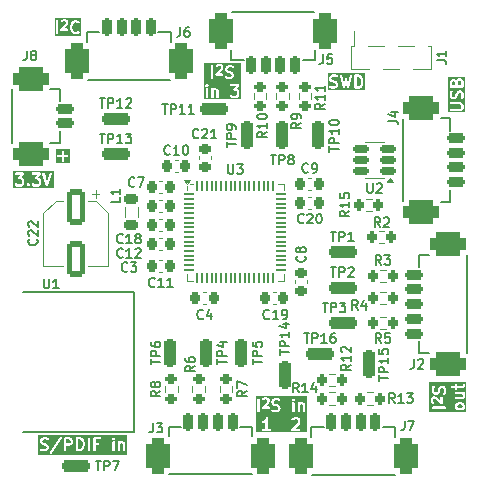
<source format=gbr>
%TF.GenerationSoftware,KiCad,Pcbnew,9.0.3*%
%TF.CreationDate,2025-07-26T12:32:41+02:00*%
%TF.ProjectId,DigitalAudioProcessor,44696769-7461-46c4-9175-64696f50726f,rev?*%
%TF.SameCoordinates,Original*%
%TF.FileFunction,Legend,Top*%
%TF.FilePolarity,Positive*%
%FSLAX46Y46*%
G04 Gerber Fmt 4.6, Leading zero omitted, Abs format (unit mm)*
G04 Created by KiCad (PCBNEW 9.0.3) date 2025-07-26 12:32:41*
%MOMM*%
%LPD*%
G01*
G04 APERTURE LIST*
G04 Aperture macros list*
%AMRoundRect*
0 Rectangle with rounded corners*
0 $1 Rounding radius*
0 $2 $3 $4 $5 $6 $7 $8 $9 X,Y pos of 4 corners*
0 Add a 4 corners polygon primitive as box body*
4,1,4,$2,$3,$4,$5,$6,$7,$8,$9,$2,$3,0*
0 Add four circle primitives for the rounded corners*
1,1,$1+$1,$2,$3*
1,1,$1+$1,$4,$5*
1,1,$1+$1,$6,$7*
1,1,$1+$1,$8,$9*
0 Add four rect primitives between the rounded corners*
20,1,$1+$1,$2,$3,$4,$5,0*
20,1,$1+$1,$4,$5,$6,$7,0*
20,1,$1+$1,$6,$7,$8,$9,0*
20,1,$1+$1,$8,$9,$2,$3,0*%
G04 Aperture macros list end*
%ADD10C,0.200000*%
%ADD11C,0.150000*%
%ADD12C,0.120000*%
%ADD13RoundRect,0.200000X0.200000X0.275000X-0.200000X0.275000X-0.200000X-0.275000X0.200000X-0.275000X0*%
%ADD14RoundRect,0.237500X-0.237500X0.987500X-0.237500X-0.987500X0.237500X-0.987500X0.237500X0.987500X0*%
%ADD15RoundRect,0.200000X-0.275000X0.200000X-0.275000X-0.200000X0.275000X-0.200000X0.275000X0.200000X0*%
%ADD16RoundRect,0.200000X0.275000X-0.200000X0.275000X0.200000X-0.275000X0.200000X-0.275000X-0.200000X0*%
%ADD17RoundRect,0.225000X-0.225000X-0.250000X0.225000X-0.250000X0.225000X0.250000X-0.225000X0.250000X0*%
%ADD18RoundRect,0.200000X-0.200000X-0.275000X0.200000X-0.275000X0.200000X0.275000X-0.200000X0.275000X0*%
%ADD19RoundRect,0.200000X-0.200000X-0.600000X0.200000X-0.600000X0.200000X0.600000X-0.200000X0.600000X0*%
%ADD20RoundRect,0.525000X-0.525000X-0.975000X0.525000X-0.975000X0.525000X0.975000X-0.525000X0.975000X0*%
%ADD21RoundRect,0.225000X0.250000X-0.225000X0.250000X0.225000X-0.250000X0.225000X-0.250000X-0.225000X0*%
%ADD22RoundRect,0.225000X0.225000X0.250000X-0.225000X0.250000X-0.225000X-0.250000X0.225000X-0.250000X0*%
%ADD23RoundRect,0.218750X0.381250X-0.218750X0.381250X0.218750X-0.381250X0.218750X-0.381250X-0.218750X0*%
%ADD24RoundRect,0.237500X0.237500X-0.987500X0.237500X0.987500X-0.237500X0.987500X-0.237500X-0.987500X0*%
%ADD25RoundRect,0.237500X-0.987500X-0.237500X0.987500X-0.237500X0.987500X0.237500X-0.987500X0.237500X0*%
%ADD26RoundRect,0.200000X0.200000X0.600000X-0.200000X0.600000X-0.200000X-0.600000X0.200000X-0.600000X0*%
%ADD27RoundRect,0.525000X0.525000X0.975000X-0.525000X0.975000X-0.525000X-0.975000X0.525000X-0.975000X0*%
%ADD28RoundRect,0.150000X0.512500X0.150000X-0.512500X0.150000X-0.512500X-0.150000X0.512500X-0.150000X0*%
%ADD29RoundRect,0.250000X-0.550000X1.250000X-0.550000X-1.250000X0.550000X-1.250000X0.550000X1.250000X0*%
%ADD30RoundRect,0.200000X-0.600000X0.200000X-0.600000X-0.200000X0.600000X-0.200000X0.600000X0.200000X0*%
%ADD31RoundRect,0.525000X-0.975000X0.525000X-0.975000X-0.525000X0.975000X-0.525000X0.975000X0.525000X0*%
%ADD32RoundRect,0.200000X0.600000X-0.200000X0.600000X0.200000X-0.600000X0.200000X-0.600000X-0.200000X0*%
%ADD33RoundRect,0.525000X0.975000X-0.525000X0.975000X0.525000X-0.975000X0.525000X-0.975000X-0.525000X0*%
%ADD34C,3.000000*%
%ADD35C,1.500000*%
%ADD36R,0.650000X1.800000*%
%ADD37RoundRect,0.062500X-0.400000X-0.062500X0.400000X-0.062500X0.400000X0.062500X-0.400000X0.062500X0*%
%ADD38RoundRect,0.062500X-0.062500X-0.400000X0.062500X-0.400000X0.062500X0.400000X-0.062500X0.400000X0*%
%ADD39R,6.400000X6.400000*%
%ADD40RoundRect,0.237500X0.987500X0.237500X-0.987500X0.237500X-0.987500X-0.237500X0.987500X-0.237500X0*%
G04 APERTURE END LIST*
D10*
G36*
X134334135Y-95263330D02*
G01*
X130914620Y-95263330D01*
X130914620Y-94032710D01*
X131025731Y-94032710D01*
X131025731Y-94071728D01*
X131040663Y-94107776D01*
X131068253Y-94135366D01*
X131104301Y-94150298D01*
X131123810Y-94152219D01*
X131522480Y-94152219D01*
X131334266Y-94367321D01*
X131328236Y-94375754D01*
X131326377Y-94377614D01*
X131325646Y-94379377D01*
X131322865Y-94383268D01*
X131317660Y-94398656D01*
X131311445Y-94413662D01*
X131311445Y-94417035D01*
X131310365Y-94420229D01*
X131311445Y-94436431D01*
X131311445Y-94452680D01*
X131312735Y-94455795D01*
X131312960Y-94459161D01*
X131320160Y-94473721D01*
X131326377Y-94488728D01*
X131328761Y-94491112D01*
X131330257Y-94494136D01*
X131342482Y-94504833D01*
X131353967Y-94516318D01*
X131357081Y-94517608D01*
X131359621Y-94519830D01*
X131375009Y-94525034D01*
X131390015Y-94531250D01*
X131394774Y-94531718D01*
X131396582Y-94532330D01*
X131399206Y-94532155D01*
X131409524Y-94533171D01*
X131528774Y-94533171D01*
X131588383Y-94562976D01*
X131613052Y-94587644D01*
X131642857Y-94647254D01*
X131642857Y-94838135D01*
X131613052Y-94897743D01*
X131588383Y-94922413D01*
X131528774Y-94952219D01*
X131290274Y-94952219D01*
X131230664Y-94922414D01*
X131194521Y-94886270D01*
X131179368Y-94873833D01*
X131143320Y-94858902D01*
X131104302Y-94858901D01*
X131068253Y-94873832D01*
X131040663Y-94901422D01*
X131025732Y-94937470D01*
X131025731Y-94976488D01*
X131040662Y-95012537D01*
X131053099Y-95027690D01*
X131100717Y-95075310D01*
X131108385Y-95081603D01*
X131110117Y-95083600D01*
X131113125Y-95085493D01*
X131115871Y-95087747D01*
X131118311Y-95088757D01*
X131126708Y-95094043D01*
X131221945Y-95141662D01*
X131240254Y-95148668D01*
X131243837Y-95148922D01*
X131247158Y-95150298D01*
X131266667Y-95152219D01*
X131552381Y-95152219D01*
X131571890Y-95150298D01*
X131575210Y-95148922D01*
X131578794Y-95148668D01*
X131597102Y-95141662D01*
X131692340Y-95094043D01*
X131700735Y-95088758D01*
X131703177Y-95087747D01*
X131705924Y-95085491D01*
X131708930Y-95083600D01*
X131710660Y-95081605D01*
X131718330Y-95075310D01*
X131765949Y-95027690D01*
X131772241Y-95020023D01*
X131774238Y-95018292D01*
X131776131Y-95015284D01*
X131778386Y-95012537D01*
X131779397Y-95010095D01*
X131784681Y-95001701D01*
X131792986Y-94985091D01*
X132025731Y-94985091D01*
X132025731Y-95024109D01*
X132032194Y-95039711D01*
X132040663Y-95060158D01*
X132040667Y-95060162D01*
X132053099Y-95075311D01*
X132100718Y-95122929D01*
X132115871Y-95135366D01*
X132124874Y-95139095D01*
X132151920Y-95150298D01*
X132190938Y-95150298D01*
X132226986Y-95135366D01*
X132242140Y-95122930D01*
X132289758Y-95075311D01*
X132302195Y-95060158D01*
X132308947Y-95043856D01*
X132317126Y-95024110D01*
X132317127Y-94985092D01*
X132302196Y-94949043D01*
X132289759Y-94933890D01*
X132242140Y-94886270D01*
X132226987Y-94873833D01*
X132212055Y-94867648D01*
X132190938Y-94858901D01*
X132151920Y-94858901D01*
X132141362Y-94863274D01*
X132115872Y-94873832D01*
X132115871Y-94873833D01*
X132100717Y-94886270D01*
X132053099Y-94933890D01*
X132040662Y-94949043D01*
X132030649Y-94973219D01*
X132025731Y-94985091D01*
X131792986Y-94985091D01*
X131832300Y-94906464D01*
X131839306Y-94888155D01*
X131839560Y-94884571D01*
X131840936Y-94881251D01*
X131842857Y-94861742D01*
X131842857Y-94623647D01*
X131840936Y-94604138D01*
X131839560Y-94600817D01*
X131839306Y-94597234D01*
X131832300Y-94578925D01*
X131784681Y-94483688D01*
X131779395Y-94475291D01*
X131778385Y-94472851D01*
X131776131Y-94470105D01*
X131774238Y-94467097D01*
X131772240Y-94465364D01*
X131765948Y-94457698D01*
X131718330Y-94410079D01*
X131710659Y-94403784D01*
X131708930Y-94401790D01*
X131705922Y-94399896D01*
X131703176Y-94397643D01*
X131700736Y-94396632D01*
X131692340Y-94391347D01*
X131613492Y-94351923D01*
X131818115Y-94118069D01*
X131824144Y-94109635D01*
X131826004Y-94107776D01*
X131826734Y-94106012D01*
X131829516Y-94102122D01*
X131834720Y-94086733D01*
X131840936Y-94071728D01*
X131840936Y-94068354D01*
X131842016Y-94065161D01*
X131840936Y-94048958D01*
X131840936Y-94032710D01*
X132454302Y-94032710D01*
X132454302Y-94071728D01*
X132469234Y-94107776D01*
X132496824Y-94135366D01*
X132532872Y-94150298D01*
X132552381Y-94152219D01*
X132951051Y-94152219D01*
X132762837Y-94367321D01*
X132756807Y-94375754D01*
X132754948Y-94377614D01*
X132754217Y-94379377D01*
X132751436Y-94383268D01*
X132746231Y-94398656D01*
X132740016Y-94413662D01*
X132740016Y-94417035D01*
X132738936Y-94420229D01*
X132740016Y-94436431D01*
X132740016Y-94452680D01*
X132741306Y-94455795D01*
X132741531Y-94459161D01*
X132748731Y-94473721D01*
X132754948Y-94488728D01*
X132757332Y-94491112D01*
X132758828Y-94494136D01*
X132771053Y-94504833D01*
X132782538Y-94516318D01*
X132785652Y-94517608D01*
X132788192Y-94519830D01*
X132803580Y-94525034D01*
X132818586Y-94531250D01*
X132823345Y-94531718D01*
X132825153Y-94532330D01*
X132827777Y-94532155D01*
X132838095Y-94533171D01*
X132957345Y-94533171D01*
X133016954Y-94562976D01*
X133041623Y-94587644D01*
X133071428Y-94647254D01*
X133071428Y-94838135D01*
X133041623Y-94897743D01*
X133016954Y-94922413D01*
X132957345Y-94952219D01*
X132718845Y-94952219D01*
X132659235Y-94922414D01*
X132623092Y-94886270D01*
X132607939Y-94873833D01*
X132571891Y-94858902D01*
X132532873Y-94858901D01*
X132496824Y-94873832D01*
X132469234Y-94901422D01*
X132454303Y-94937470D01*
X132454302Y-94976488D01*
X132469233Y-95012537D01*
X132481670Y-95027690D01*
X132529288Y-95075310D01*
X132536956Y-95081603D01*
X132538688Y-95083600D01*
X132541696Y-95085493D01*
X132544442Y-95087747D01*
X132546882Y-95088757D01*
X132555279Y-95094043D01*
X132650516Y-95141662D01*
X132668825Y-95148668D01*
X132672408Y-95148922D01*
X132675729Y-95150298D01*
X132695238Y-95152219D01*
X132980952Y-95152219D01*
X133000461Y-95150298D01*
X133003781Y-95148922D01*
X133007365Y-95148668D01*
X133025673Y-95141662D01*
X133120911Y-95094043D01*
X133129306Y-95088758D01*
X133131748Y-95087747D01*
X133134495Y-95085491D01*
X133137501Y-95083600D01*
X133139231Y-95081605D01*
X133146901Y-95075310D01*
X133194520Y-95027690D01*
X133200812Y-95020023D01*
X133202809Y-95018292D01*
X133204702Y-95015284D01*
X133206957Y-95012537D01*
X133207968Y-95010095D01*
X133213252Y-95001701D01*
X133260871Y-94906464D01*
X133267877Y-94888155D01*
X133268131Y-94884571D01*
X133269507Y-94881251D01*
X133271428Y-94861742D01*
X133271428Y-94623647D01*
X133269507Y-94604138D01*
X133268131Y-94600817D01*
X133267877Y-94597234D01*
X133260871Y-94578925D01*
X133213252Y-94483688D01*
X133207966Y-94475291D01*
X133206956Y-94472851D01*
X133204702Y-94470105D01*
X133202809Y-94467097D01*
X133200811Y-94465364D01*
X133194519Y-94457698D01*
X133146901Y-94410079D01*
X133139230Y-94403784D01*
X133137501Y-94401790D01*
X133134493Y-94399896D01*
X133131747Y-94397643D01*
X133129307Y-94396632D01*
X133120911Y-94391347D01*
X133042063Y-94351923D01*
X133246686Y-94118069D01*
X133252715Y-94109635D01*
X133254575Y-94107776D01*
X133255305Y-94106012D01*
X133258087Y-94102122D01*
X133263291Y-94086733D01*
X133269507Y-94071728D01*
X133269507Y-94068354D01*
X133270587Y-94065161D01*
X133270558Y-94064726D01*
X133357928Y-94064726D01*
X133362275Y-94083842D01*
X133695608Y-95083841D01*
X133703599Y-95101742D01*
X133708282Y-95107141D01*
X133711477Y-95113531D01*
X133720948Y-95121746D01*
X133729164Y-95131218D01*
X133735552Y-95134412D01*
X133740953Y-95139096D01*
X133752854Y-95143063D01*
X133764063Y-95148667D01*
X133771187Y-95149173D01*
X133777969Y-95151434D01*
X133790478Y-95150544D01*
X133802983Y-95151434D01*
X133809761Y-95149174D01*
X133816889Y-95148668D01*
X133828105Y-95143059D01*
X133839999Y-95139095D01*
X133845396Y-95134414D01*
X133851788Y-95131218D01*
X133860006Y-95121742D01*
X133869475Y-95113530D01*
X133872668Y-95107143D01*
X133877353Y-95101742D01*
X133885344Y-95083842D01*
X134218677Y-94083842D01*
X134223024Y-94064727D01*
X134220258Y-94025807D01*
X134202808Y-93990908D01*
X134173332Y-93965343D01*
X134136316Y-93953004D01*
X134097396Y-93955771D01*
X134062497Y-93973220D01*
X134036932Y-94002696D01*
X134028941Y-94020597D01*
X133790476Y-94735991D01*
X133552011Y-94020596D01*
X133544020Y-94002696D01*
X133518455Y-93973220D01*
X133483556Y-93955770D01*
X133444636Y-93953004D01*
X133407620Y-93965342D01*
X133378144Y-93990907D01*
X133360694Y-94025806D01*
X133357928Y-94064726D01*
X133270558Y-94064726D01*
X133269507Y-94048958D01*
X133269507Y-94032710D01*
X133268216Y-94029594D01*
X133267992Y-94026229D01*
X133260789Y-94011663D01*
X133254575Y-93996662D01*
X133252191Y-93994278D01*
X133250696Y-93991254D01*
X133238462Y-93980549D01*
X133226985Y-93969072D01*
X133223871Y-93967782D01*
X133221332Y-93965560D01*
X133205940Y-93960354D01*
X133190937Y-93954140D01*
X133186177Y-93953671D01*
X133184370Y-93953060D01*
X133181745Y-93953234D01*
X133171428Y-93952219D01*
X132552381Y-93952219D01*
X132532872Y-93954140D01*
X132496824Y-93969072D01*
X132469234Y-93996662D01*
X132454302Y-94032710D01*
X131840936Y-94032710D01*
X131839645Y-94029594D01*
X131839421Y-94026229D01*
X131832218Y-94011663D01*
X131826004Y-93996662D01*
X131823620Y-93994278D01*
X131822125Y-93991254D01*
X131809891Y-93980549D01*
X131798414Y-93969072D01*
X131795300Y-93967782D01*
X131792761Y-93965560D01*
X131777369Y-93960354D01*
X131762366Y-93954140D01*
X131757606Y-93953671D01*
X131755799Y-93953060D01*
X131753174Y-93953234D01*
X131742857Y-93952219D01*
X131123810Y-93952219D01*
X131104301Y-93954140D01*
X131068253Y-93969072D01*
X131040663Y-93996662D01*
X131025731Y-94032710D01*
X130914620Y-94032710D01*
X130914620Y-93841108D01*
X134334135Y-93841108D01*
X134334135Y-95263330D01*
G37*
G36*
X160212646Y-85887240D02*
G01*
X160279719Y-85954313D01*
X160315171Y-86025218D01*
X160357142Y-86193099D01*
X160357142Y-86311337D01*
X160315171Y-86479218D01*
X160279718Y-86550124D01*
X160212647Y-86617197D01*
X160107582Y-86652219D01*
X159985714Y-86652219D01*
X159985714Y-85852219D01*
X160107582Y-85852219D01*
X160212646Y-85887240D01*
G37*
G36*
X160668253Y-86963330D02*
G01*
X157531746Y-86963330D01*
X157531746Y-85942695D01*
X157642857Y-85942695D01*
X157642857Y-86037933D01*
X157644778Y-86057442D01*
X157646153Y-86060762D01*
X157646408Y-86064346D01*
X157653414Y-86082654D01*
X157701033Y-86177892D01*
X157706318Y-86186288D01*
X157707329Y-86188728D01*
X157709582Y-86191474D01*
X157711476Y-86194482D01*
X157713470Y-86196211D01*
X157719765Y-86203882D01*
X157767384Y-86251500D01*
X157775050Y-86257792D01*
X157776783Y-86259790D01*
X157779791Y-86261683D01*
X157782537Y-86263937D01*
X157784977Y-86264947D01*
X157793374Y-86270233D01*
X157888611Y-86317852D01*
X157890039Y-86318398D01*
X157890619Y-86318828D01*
X157898795Y-86321749D01*
X157906920Y-86324858D01*
X157907640Y-86324909D01*
X157909079Y-86325423D01*
X158088904Y-86370379D01*
X158159811Y-86405833D01*
X158184480Y-86430501D01*
X158214285Y-86490111D01*
X158214285Y-86538135D01*
X158184480Y-86597743D01*
X158159811Y-86622413D01*
X158100202Y-86652219D01*
X157901940Y-86652219D01*
X157774480Y-86609732D01*
X157755364Y-86605385D01*
X157716444Y-86608151D01*
X157681545Y-86625601D01*
X157655980Y-86655077D01*
X157643642Y-86692093D01*
X157646408Y-86731013D01*
X157663858Y-86765912D01*
X157693334Y-86791477D01*
X157711234Y-86799468D01*
X157854091Y-86847087D01*
X157863763Y-86849286D01*
X157866205Y-86850298D01*
X157869742Y-86850646D01*
X157873206Y-86851434D01*
X157875840Y-86851246D01*
X157885714Y-86852219D01*
X158123809Y-86852219D01*
X158143318Y-86850298D01*
X158146638Y-86848922D01*
X158150222Y-86848668D01*
X158168530Y-86841662D01*
X158263768Y-86794043D01*
X158272163Y-86788758D01*
X158274605Y-86787747D01*
X158277352Y-86785491D01*
X158280358Y-86783600D01*
X158282088Y-86781605D01*
X158289758Y-86775310D01*
X158337377Y-86727690D01*
X158343669Y-86720023D01*
X158345666Y-86718292D01*
X158347559Y-86715284D01*
X158349814Y-86712537D01*
X158350825Y-86710095D01*
X158356109Y-86701701D01*
X158403728Y-86606464D01*
X158410734Y-86588155D01*
X158410988Y-86584571D01*
X158412364Y-86581251D01*
X158414285Y-86561742D01*
X158414285Y-86466504D01*
X158412364Y-86446995D01*
X158410988Y-86443674D01*
X158410734Y-86440091D01*
X158403728Y-86421782D01*
X158356109Y-86326545D01*
X158350823Y-86318148D01*
X158349813Y-86315708D01*
X158347559Y-86312962D01*
X158345666Y-86309954D01*
X158343668Y-86308221D01*
X158337376Y-86300555D01*
X158289758Y-86252936D01*
X158282087Y-86246641D01*
X158280358Y-86244647D01*
X158277350Y-86242753D01*
X158274604Y-86240500D01*
X158272164Y-86239489D01*
X158263768Y-86234204D01*
X158168530Y-86186585D01*
X158167103Y-86186039D01*
X158166523Y-86185609D01*
X158158346Y-86182687D01*
X158150222Y-86179579D01*
X158149499Y-86179527D01*
X158148062Y-86179014D01*
X157968237Y-86134057D01*
X157897330Y-86098604D01*
X157872662Y-86073935D01*
X157842857Y-86014325D01*
X157842857Y-85966302D01*
X157872662Y-85906692D01*
X157897330Y-85882023D01*
X157956940Y-85852219D01*
X158155201Y-85852219D01*
X158282662Y-85894706D01*
X158301777Y-85899053D01*
X158340697Y-85896287D01*
X158375596Y-85878837D01*
X158401161Y-85849361D01*
X158413500Y-85812345D01*
X158410733Y-85773425D01*
X158402000Y-85755958D01*
X158547688Y-85755958D01*
X158550338Y-85775381D01*
X158788433Y-86775381D01*
X158790741Y-86782078D01*
X158791060Y-86784476D01*
X158792314Y-86786643D01*
X158794821Y-86793915D01*
X158803336Y-86805681D01*
X158810609Y-86818244D01*
X158814686Y-86821364D01*
X158817696Y-86825524D01*
X158830058Y-86833131D01*
X158841592Y-86841960D01*
X158846555Y-86843283D01*
X158850926Y-86845973D01*
X158865260Y-86848271D01*
X158879293Y-86852013D01*
X158884381Y-86851336D01*
X158889453Y-86852150D01*
X158903587Y-86848784D01*
X158917971Y-86846873D01*
X158922411Y-86844302D01*
X158927410Y-86843112D01*
X158939176Y-86834596D01*
X158951739Y-86827324D01*
X158954859Y-86823246D01*
X158959019Y-86820237D01*
X158966626Y-86807874D01*
X158975455Y-86796341D01*
X158978154Y-86789140D01*
X158979468Y-86787007D01*
X158979851Y-86784616D01*
X158982338Y-86777985D01*
X159076190Y-86426038D01*
X159170043Y-86777986D01*
X159172528Y-86784615D01*
X159172912Y-86787007D01*
X159174225Y-86789141D01*
X159176925Y-86796341D01*
X159185753Y-86807874D01*
X159193361Y-86820237D01*
X159197520Y-86823246D01*
X159200641Y-86827324D01*
X159213205Y-86834598D01*
X159224970Y-86843112D01*
X159229965Y-86844301D01*
X159234409Y-86846874D01*
X159248798Y-86848785D01*
X159262927Y-86852150D01*
X159267998Y-86851336D01*
X159273087Y-86852013D01*
X159287119Y-86848271D01*
X159301454Y-86845973D01*
X159305824Y-86843283D01*
X159310788Y-86841960D01*
X159322321Y-86833131D01*
X159334684Y-86825524D01*
X159337693Y-86821364D01*
X159341771Y-86818244D01*
X159349046Y-86805677D01*
X159357559Y-86793915D01*
X159360063Y-86786649D01*
X159361321Y-86784477D01*
X159361640Y-86782073D01*
X159363947Y-86775381D01*
X159602043Y-85775381D01*
X159604693Y-85755958D01*
X159604094Y-85752219D01*
X159785714Y-85752219D01*
X159785714Y-86752219D01*
X159787635Y-86771728D01*
X159802567Y-86807776D01*
X159830157Y-86835366D01*
X159866205Y-86850298D01*
X159885714Y-86852219D01*
X160123809Y-86852219D01*
X160133682Y-86851246D01*
X160136316Y-86851434D01*
X160139779Y-86850646D01*
X160143318Y-86850298D01*
X160145760Y-86849286D01*
X160155432Y-86847087D01*
X160298288Y-86799468D01*
X160316189Y-86791477D01*
X160318904Y-86789122D01*
X160322224Y-86787747D01*
X160337377Y-86775310D01*
X160432615Y-86680071D01*
X160438907Y-86672404D01*
X160440904Y-86670673D01*
X160442797Y-86667665D01*
X160445052Y-86664918D01*
X160446063Y-86662476D01*
X160451347Y-86654082D01*
X160498966Y-86558845D01*
X160499512Y-86557416D01*
X160499942Y-86556837D01*
X160502863Y-86548660D01*
X160505972Y-86540536D01*
X160506023Y-86539815D01*
X160506537Y-86538377D01*
X160554156Y-86347901D01*
X160554656Y-86344519D01*
X160555221Y-86343156D01*
X160555944Y-86335805D01*
X160557024Y-86328508D01*
X160556806Y-86327049D01*
X160557142Y-86323647D01*
X160557142Y-86180790D01*
X160556806Y-86177387D01*
X160557024Y-86175929D01*
X160555944Y-86168631D01*
X160555221Y-86161281D01*
X160554656Y-86159917D01*
X160554156Y-86156536D01*
X160506537Y-85966060D01*
X160506023Y-85964621D01*
X160505972Y-85963901D01*
X160502863Y-85955776D01*
X160499942Y-85947600D01*
X160499512Y-85947020D01*
X160498966Y-85945592D01*
X160451347Y-85850355D01*
X160446060Y-85841956D01*
X160445051Y-85839519D01*
X160442799Y-85836775D01*
X160440904Y-85833764D01*
X160438906Y-85832031D01*
X160432615Y-85824365D01*
X160337377Y-85729127D01*
X160322223Y-85716691D01*
X160318904Y-85715316D01*
X160316189Y-85712961D01*
X160298288Y-85704970D01*
X160155432Y-85657351D01*
X160145760Y-85655151D01*
X160143318Y-85654140D01*
X160139779Y-85653791D01*
X160136316Y-85653004D01*
X160133682Y-85653191D01*
X160123809Y-85652219D01*
X159885714Y-85652219D01*
X159866205Y-85654140D01*
X159830157Y-85669072D01*
X159802567Y-85696662D01*
X159787635Y-85732710D01*
X159785714Y-85752219D01*
X159604094Y-85752219D01*
X159598516Y-85717432D01*
X159578067Y-85684201D01*
X159546458Y-85661326D01*
X159508501Y-85652289D01*
X159469974Y-85658465D01*
X159436744Y-85678914D01*
X159413869Y-85710523D01*
X159407481Y-85729057D01*
X159261177Y-86343530D01*
X159172814Y-86012167D01*
X159171100Y-86007596D01*
X159170845Y-86005675D01*
X159169524Y-86003393D01*
X159165931Y-85993811D01*
X159157906Y-85983328D01*
X159151295Y-85971908D01*
X159146151Y-85967971D01*
X159142215Y-85962828D01*
X159130797Y-85956218D01*
X159120312Y-85948192D01*
X159114048Y-85946521D01*
X159108447Y-85943279D01*
X159095369Y-85941541D01*
X159082611Y-85938139D01*
X159076189Y-85938992D01*
X159069769Y-85938139D01*
X159057015Y-85941539D01*
X159043933Y-85943278D01*
X159038328Y-85946522D01*
X159032068Y-85948192D01*
X159021584Y-85956216D01*
X159010165Y-85962828D01*
X159006228Y-85967971D01*
X159001085Y-85971908D01*
X158994475Y-85983325D01*
X158986449Y-85993811D01*
X158982853Y-86003399D01*
X158981536Y-86005676D01*
X158981281Y-86007594D01*
X158979567Y-86012166D01*
X158891202Y-86343530D01*
X158744900Y-85729057D01*
X158738512Y-85710523D01*
X158715637Y-85678914D01*
X158682407Y-85658465D01*
X158643880Y-85652288D01*
X158605923Y-85661326D01*
X158574314Y-85684201D01*
X158553865Y-85717431D01*
X158547688Y-85755958D01*
X158402000Y-85755958D01*
X158393284Y-85738526D01*
X158363808Y-85712961D01*
X158345907Y-85704970D01*
X158203051Y-85657351D01*
X158193379Y-85655151D01*
X158190937Y-85654140D01*
X158187398Y-85653791D01*
X158183935Y-85653004D01*
X158181301Y-85653191D01*
X158171428Y-85652219D01*
X157933333Y-85652219D01*
X157913824Y-85654140D01*
X157910503Y-85655515D01*
X157906920Y-85655770D01*
X157888611Y-85662776D01*
X157793374Y-85710395D01*
X157784977Y-85715680D01*
X157782537Y-85716691D01*
X157779791Y-85718944D01*
X157776783Y-85720838D01*
X157775050Y-85722835D01*
X157767384Y-85729128D01*
X157719765Y-85776746D01*
X157713470Y-85784416D01*
X157711476Y-85786146D01*
X157709582Y-85789153D01*
X157707329Y-85791900D01*
X157706318Y-85794339D01*
X157701033Y-85802736D01*
X157653414Y-85897974D01*
X157646408Y-85916282D01*
X157646153Y-85919865D01*
X157644778Y-85923186D01*
X157642857Y-85942695D01*
X157531746Y-85942695D01*
X157531746Y-85541108D01*
X160668253Y-85541108D01*
X160668253Y-86963330D01*
G37*
G36*
X136626932Y-116587240D02*
G01*
X136694005Y-116654313D01*
X136729457Y-116725218D01*
X136771428Y-116893099D01*
X136771428Y-117011337D01*
X136729457Y-117179218D01*
X136694004Y-117250124D01*
X136626933Y-117317197D01*
X136521868Y-117352219D01*
X136400000Y-117352219D01*
X136400000Y-116552219D01*
X136521868Y-116552219D01*
X136626932Y-116587240D01*
G37*
G36*
X135716954Y-116582024D02*
G01*
X135741623Y-116606692D01*
X135771428Y-116666302D01*
X135771428Y-116761945D01*
X135741623Y-116821554D01*
X135716954Y-116846222D01*
X135657345Y-116876028D01*
X135400000Y-116876028D01*
X135400000Y-116552219D01*
X135657345Y-116552219D01*
X135716954Y-116582024D01*
G37*
G36*
X140511110Y-117901425D02*
G01*
X133041270Y-117901425D01*
X133041270Y-117690419D01*
X134009524Y-117690419D01*
X134017176Y-117728679D01*
X134038887Y-117761099D01*
X134071352Y-117782742D01*
X134109629Y-117790314D01*
X134147889Y-117782662D01*
X134180309Y-117760951D01*
X134192729Y-117745784D01*
X135049871Y-116460070D01*
X135054057Y-116452219D01*
X135200000Y-116452219D01*
X135200000Y-117452219D01*
X135201921Y-117471728D01*
X135216853Y-117507776D01*
X135244443Y-117535366D01*
X135280491Y-117550298D01*
X135319509Y-117550298D01*
X135355557Y-117535366D01*
X135383147Y-117507776D01*
X135398079Y-117471728D01*
X135400000Y-117452219D01*
X135400000Y-117076028D01*
X135680952Y-117076028D01*
X135700461Y-117074107D01*
X135703781Y-117072731D01*
X135707365Y-117072477D01*
X135725673Y-117065471D01*
X135820911Y-117017852D01*
X135829307Y-117012566D01*
X135831747Y-117011556D01*
X135834493Y-117009302D01*
X135837501Y-117007409D01*
X135839230Y-117005414D01*
X135846901Y-116999120D01*
X135894519Y-116951501D01*
X135900811Y-116943834D01*
X135902809Y-116942102D01*
X135904702Y-116939093D01*
X135906956Y-116936348D01*
X135907966Y-116933907D01*
X135913252Y-116925511D01*
X135960871Y-116830274D01*
X135967877Y-116811965D01*
X135968131Y-116808381D01*
X135969507Y-116805061D01*
X135971428Y-116785552D01*
X135971428Y-116642695D01*
X135969507Y-116623186D01*
X135968131Y-116619865D01*
X135967877Y-116616282D01*
X135960871Y-116597973D01*
X135913252Y-116502736D01*
X135907966Y-116494339D01*
X135906956Y-116491899D01*
X135904702Y-116489153D01*
X135902809Y-116486145D01*
X135900811Y-116484412D01*
X135894519Y-116476746D01*
X135869993Y-116452219D01*
X136200000Y-116452219D01*
X136200000Y-117452219D01*
X136201921Y-117471728D01*
X136216853Y-117507776D01*
X136244443Y-117535366D01*
X136280491Y-117550298D01*
X136300000Y-117552219D01*
X136538095Y-117552219D01*
X136547968Y-117551246D01*
X136550602Y-117551434D01*
X136554065Y-117550646D01*
X136557604Y-117550298D01*
X136560046Y-117549286D01*
X136569718Y-117547087D01*
X136712574Y-117499468D01*
X136730475Y-117491477D01*
X136733190Y-117489122D01*
X136736510Y-117487747D01*
X136751663Y-117475310D01*
X136846901Y-117380071D01*
X136853193Y-117372404D01*
X136855190Y-117370673D01*
X136857083Y-117367665D01*
X136859338Y-117364918D01*
X136860349Y-117362476D01*
X136865633Y-117354082D01*
X136913252Y-117258845D01*
X136913798Y-117257416D01*
X136914228Y-117256837D01*
X136917149Y-117248660D01*
X136920258Y-117240536D01*
X136920309Y-117239815D01*
X136920823Y-117238377D01*
X136968442Y-117047901D01*
X136968942Y-117044519D01*
X136969507Y-117043156D01*
X136970230Y-117035805D01*
X136971310Y-117028508D01*
X136971092Y-117027049D01*
X136971428Y-117023647D01*
X136971428Y-116880790D01*
X136971092Y-116877387D01*
X136971310Y-116875929D01*
X136970230Y-116868631D01*
X136969507Y-116861281D01*
X136968942Y-116859917D01*
X136968442Y-116856536D01*
X136920823Y-116666060D01*
X136920309Y-116664621D01*
X136920258Y-116663901D01*
X136917149Y-116655776D01*
X136914228Y-116647600D01*
X136913798Y-116647020D01*
X136913252Y-116645592D01*
X136865633Y-116550355D01*
X136860346Y-116541956D01*
X136859337Y-116539519D01*
X136857085Y-116536775D01*
X136855190Y-116533764D01*
X136853192Y-116532031D01*
X136846901Y-116524365D01*
X136774755Y-116452219D01*
X137200000Y-116452219D01*
X137200000Y-117452219D01*
X137201921Y-117471728D01*
X137216853Y-117507776D01*
X137244443Y-117535366D01*
X137280491Y-117550298D01*
X137319509Y-117550298D01*
X137355557Y-117535366D01*
X137383147Y-117507776D01*
X137398079Y-117471728D01*
X137400000Y-117452219D01*
X137400000Y-116452219D01*
X137676190Y-116452219D01*
X137676190Y-117452219D01*
X137678111Y-117471728D01*
X137693043Y-117507776D01*
X137720633Y-117535366D01*
X137756681Y-117550298D01*
X137795699Y-117550298D01*
X137831747Y-117535366D01*
X137859337Y-117507776D01*
X137874269Y-117471728D01*
X137876190Y-117452219D01*
X137876190Y-117028409D01*
X138109523Y-117028409D01*
X138129032Y-117026488D01*
X138165080Y-117011556D01*
X138192670Y-116983966D01*
X138207602Y-116947918D01*
X138207602Y-116908900D01*
X138192670Y-116872852D01*
X138165080Y-116845262D01*
X138129032Y-116830330D01*
X138109523Y-116828409D01*
X137876190Y-116828409D01*
X137876190Y-116785552D01*
X139295238Y-116785552D01*
X139295238Y-117452219D01*
X139297159Y-117471728D01*
X139312091Y-117507776D01*
X139339681Y-117535366D01*
X139375729Y-117550298D01*
X139414747Y-117550298D01*
X139450795Y-117535366D01*
X139478385Y-117507776D01*
X139493317Y-117471728D01*
X139495238Y-117452219D01*
X139495238Y-116785552D01*
X139771428Y-116785552D01*
X139771428Y-117452219D01*
X139773349Y-117471728D01*
X139788281Y-117507776D01*
X139815871Y-117535366D01*
X139851919Y-117550298D01*
X139890937Y-117550298D01*
X139926985Y-117535366D01*
X139954575Y-117507776D01*
X139969507Y-117471728D01*
X139971428Y-117452219D01*
X139971428Y-116922211D01*
X139978282Y-116915356D01*
X140037892Y-116885552D01*
X140133535Y-116885552D01*
X140177844Y-116907707D01*
X140199999Y-116952016D01*
X140199999Y-117452219D01*
X140201920Y-117471728D01*
X140216852Y-117507776D01*
X140244442Y-117535366D01*
X140280490Y-117550298D01*
X140319508Y-117550298D01*
X140355556Y-117535366D01*
X140383146Y-117507776D01*
X140398078Y-117471728D01*
X140399999Y-117452219D01*
X140399999Y-116928409D01*
X140398078Y-116908900D01*
X140396702Y-116905579D01*
X140396448Y-116901996D01*
X140389442Y-116883687D01*
X140341823Y-116788450D01*
X140339768Y-116785186D01*
X140339256Y-116783648D01*
X140337594Y-116781732D01*
X140331380Y-116771859D01*
X140321904Y-116763641D01*
X140313691Y-116754171D01*
X140303819Y-116747957D01*
X140301903Y-116746295D01*
X140300364Y-116745781D01*
X140297101Y-116743728D01*
X140201863Y-116696109D01*
X140183555Y-116689103D01*
X140179971Y-116688848D01*
X140176651Y-116687473D01*
X140157142Y-116685552D01*
X140014285Y-116685552D01*
X139994776Y-116687473D01*
X139991455Y-116688848D01*
X139987872Y-116689103D01*
X139969563Y-116696109D01*
X139936980Y-116712400D01*
X139926985Y-116702405D01*
X139890937Y-116687473D01*
X139851919Y-116687473D01*
X139815871Y-116702405D01*
X139788281Y-116729995D01*
X139773349Y-116766043D01*
X139771428Y-116785552D01*
X139495238Y-116785552D01*
X139493317Y-116766043D01*
X139478385Y-116729995D01*
X139450795Y-116702405D01*
X139414747Y-116687473D01*
X139375729Y-116687473D01*
X139339681Y-116702405D01*
X139312091Y-116729995D01*
X139297159Y-116766043D01*
X139295238Y-116785552D01*
X137876190Y-116785552D01*
X137876190Y-116552219D01*
X138252380Y-116552219D01*
X138271889Y-116550298D01*
X138307937Y-116535366D01*
X138335527Y-116507776D01*
X138346896Y-116480329D01*
X139249540Y-116480329D01*
X139249540Y-116519347D01*
X139264472Y-116555395D01*
X139276908Y-116570549D01*
X139324527Y-116618167D01*
X139339680Y-116630604D01*
X139350238Y-116634977D01*
X139375729Y-116645536D01*
X139414747Y-116645536D01*
X139450795Y-116630604D01*
X139465949Y-116618168D01*
X139513567Y-116570549D01*
X139526004Y-116555396D01*
X139540935Y-116519347D01*
X139540935Y-116480329D01*
X139538075Y-116473425D01*
X139526004Y-116444280D01*
X139513567Y-116429127D01*
X139465949Y-116381508D01*
X139450795Y-116369072D01*
X139414747Y-116354140D01*
X139375729Y-116354140D01*
X139350238Y-116364698D01*
X139339680Y-116369072D01*
X139324527Y-116381509D01*
X139276908Y-116429127D01*
X139264473Y-116444280D01*
X139264472Y-116444281D01*
X139249540Y-116480329D01*
X138346896Y-116480329D01*
X138350459Y-116471728D01*
X138350459Y-116432710D01*
X138335527Y-116396662D01*
X138307937Y-116369072D01*
X138271889Y-116354140D01*
X138252380Y-116352219D01*
X137776190Y-116352219D01*
X137756681Y-116354140D01*
X137720633Y-116369072D01*
X137693043Y-116396662D01*
X137678111Y-116432710D01*
X137676190Y-116452219D01*
X137400000Y-116452219D01*
X137398079Y-116432710D01*
X137383147Y-116396662D01*
X137355557Y-116369072D01*
X137319509Y-116354140D01*
X137280491Y-116354140D01*
X137244443Y-116369072D01*
X137216853Y-116396662D01*
X137201921Y-116432710D01*
X137200000Y-116452219D01*
X136774755Y-116452219D01*
X136751663Y-116429127D01*
X136736509Y-116416691D01*
X136733190Y-116415316D01*
X136730475Y-116412961D01*
X136712574Y-116404970D01*
X136569718Y-116357351D01*
X136560046Y-116355151D01*
X136557604Y-116354140D01*
X136554065Y-116353791D01*
X136550602Y-116353004D01*
X136547968Y-116353191D01*
X136538095Y-116352219D01*
X136300000Y-116352219D01*
X136280491Y-116354140D01*
X136244443Y-116369072D01*
X136216853Y-116396662D01*
X136201921Y-116432710D01*
X136200000Y-116452219D01*
X135869993Y-116452219D01*
X135846901Y-116429127D01*
X135839230Y-116422832D01*
X135837501Y-116420838D01*
X135834493Y-116418944D01*
X135831747Y-116416691D01*
X135829307Y-116415680D01*
X135820911Y-116410395D01*
X135725673Y-116362776D01*
X135707365Y-116355770D01*
X135703781Y-116355515D01*
X135700461Y-116354140D01*
X135680952Y-116352219D01*
X135300000Y-116352219D01*
X135280491Y-116354140D01*
X135244443Y-116369072D01*
X135216853Y-116396662D01*
X135201921Y-116432710D01*
X135200000Y-116452219D01*
X135054057Y-116452219D01*
X135059095Y-116442772D01*
X135066666Y-116404495D01*
X135059014Y-116366235D01*
X135037303Y-116333815D01*
X135004838Y-116312171D01*
X134966562Y-116304600D01*
X134928301Y-116312252D01*
X134895881Y-116333963D01*
X134883461Y-116349130D01*
X134026319Y-117634844D01*
X134017096Y-117652142D01*
X134009524Y-117690419D01*
X133041270Y-117690419D01*
X133041270Y-116642695D01*
X133152381Y-116642695D01*
X133152381Y-116737933D01*
X133154302Y-116757442D01*
X133155677Y-116760762D01*
X133155932Y-116764346D01*
X133162938Y-116782654D01*
X133210557Y-116877892D01*
X133215842Y-116886288D01*
X133216853Y-116888728D01*
X133219106Y-116891474D01*
X133221000Y-116894482D01*
X133222994Y-116896211D01*
X133229289Y-116903882D01*
X133276908Y-116951500D01*
X133284574Y-116957792D01*
X133286307Y-116959790D01*
X133289315Y-116961683D01*
X133292061Y-116963937D01*
X133294501Y-116964947D01*
X133302898Y-116970233D01*
X133398135Y-117017852D01*
X133399563Y-117018398D01*
X133400143Y-117018828D01*
X133408319Y-117021749D01*
X133416444Y-117024858D01*
X133417164Y-117024909D01*
X133418603Y-117025423D01*
X133598428Y-117070379D01*
X133669335Y-117105833D01*
X133694004Y-117130501D01*
X133723809Y-117190111D01*
X133723809Y-117238135D01*
X133694004Y-117297743D01*
X133669335Y-117322413D01*
X133609726Y-117352219D01*
X133411464Y-117352219D01*
X133284004Y-117309732D01*
X133264888Y-117305385D01*
X133225968Y-117308151D01*
X133191069Y-117325601D01*
X133165504Y-117355077D01*
X133153166Y-117392093D01*
X133155932Y-117431013D01*
X133173382Y-117465912D01*
X133202858Y-117491477D01*
X133220758Y-117499468D01*
X133363615Y-117547087D01*
X133373287Y-117549286D01*
X133375729Y-117550298D01*
X133379266Y-117550646D01*
X133382730Y-117551434D01*
X133385364Y-117551246D01*
X133395238Y-117552219D01*
X133633333Y-117552219D01*
X133652842Y-117550298D01*
X133656162Y-117548922D01*
X133659746Y-117548668D01*
X133678054Y-117541662D01*
X133773292Y-117494043D01*
X133781687Y-117488758D01*
X133784129Y-117487747D01*
X133786876Y-117485491D01*
X133789882Y-117483600D01*
X133791612Y-117481605D01*
X133799282Y-117475310D01*
X133846901Y-117427690D01*
X133853193Y-117420023D01*
X133855190Y-117418292D01*
X133857083Y-117415284D01*
X133859338Y-117412537D01*
X133860349Y-117410095D01*
X133865633Y-117401701D01*
X133913252Y-117306464D01*
X133920258Y-117288155D01*
X133920512Y-117284571D01*
X133921888Y-117281251D01*
X133923809Y-117261742D01*
X133923809Y-117166504D01*
X133921888Y-117146995D01*
X133920512Y-117143674D01*
X133920258Y-117140091D01*
X133913252Y-117121782D01*
X133865633Y-117026545D01*
X133860347Y-117018148D01*
X133859337Y-117015708D01*
X133857083Y-117012962D01*
X133855190Y-117009954D01*
X133853192Y-117008221D01*
X133846900Y-117000555D01*
X133799282Y-116952936D01*
X133791611Y-116946641D01*
X133789882Y-116944647D01*
X133786874Y-116942753D01*
X133784128Y-116940500D01*
X133781688Y-116939489D01*
X133773292Y-116934204D01*
X133678054Y-116886585D01*
X133676627Y-116886039D01*
X133676047Y-116885609D01*
X133667870Y-116882687D01*
X133659746Y-116879579D01*
X133659023Y-116879527D01*
X133657586Y-116879014D01*
X133477761Y-116834057D01*
X133406854Y-116798604D01*
X133382186Y-116773935D01*
X133352381Y-116714325D01*
X133352381Y-116666302D01*
X133382186Y-116606692D01*
X133406854Y-116582023D01*
X133466464Y-116552219D01*
X133664725Y-116552219D01*
X133792186Y-116594706D01*
X133811301Y-116599053D01*
X133850221Y-116596287D01*
X133885120Y-116578837D01*
X133910685Y-116549361D01*
X133923024Y-116512345D01*
X133920257Y-116473425D01*
X133902808Y-116438526D01*
X133873332Y-116412961D01*
X133855431Y-116404970D01*
X133712575Y-116357351D01*
X133702903Y-116355151D01*
X133700461Y-116354140D01*
X133696922Y-116353791D01*
X133693459Y-116353004D01*
X133690825Y-116353191D01*
X133680952Y-116352219D01*
X133442857Y-116352219D01*
X133423348Y-116354140D01*
X133420027Y-116355515D01*
X133416444Y-116355770D01*
X133398135Y-116362776D01*
X133302898Y-116410395D01*
X133294501Y-116415680D01*
X133292061Y-116416691D01*
X133289315Y-116418944D01*
X133286307Y-116420838D01*
X133284574Y-116422835D01*
X133276908Y-116429128D01*
X133229289Y-116476746D01*
X133222994Y-116484416D01*
X133221000Y-116486146D01*
X133219106Y-116489153D01*
X133216853Y-116491900D01*
X133215842Y-116494339D01*
X133210557Y-116502736D01*
X133162938Y-116597974D01*
X133155932Y-116616282D01*
X133155677Y-116619865D01*
X133154302Y-116623186D01*
X133152381Y-116642695D01*
X133041270Y-116642695D01*
X133041270Y-116193489D01*
X140511110Y-116193489D01*
X140511110Y-117901425D01*
G37*
G36*
X155739682Y-115968302D02*
G01*
X151460318Y-115968302D01*
X151460318Y-115030398D01*
X151976975Y-115030398D01*
X151979741Y-115069318D01*
X151997190Y-115104217D01*
X152026667Y-115129781D01*
X152063683Y-115142120D01*
X152102603Y-115139354D01*
X152120911Y-115132348D01*
X152216149Y-115084729D01*
X152224545Y-115079443D01*
X152226985Y-115078433D01*
X152229731Y-115076179D01*
X152232739Y-115074286D01*
X152234468Y-115072291D01*
X152242139Y-115065997D01*
X152261904Y-115046232D01*
X152261904Y-115657191D01*
X152076190Y-115657191D01*
X152056681Y-115659112D01*
X152020633Y-115674044D01*
X151993043Y-115701634D01*
X151978111Y-115737682D01*
X151978111Y-115776700D01*
X151993043Y-115812748D01*
X152020633Y-115840338D01*
X152056681Y-115855270D01*
X152076190Y-115857191D01*
X152647618Y-115857191D01*
X152667127Y-115855270D01*
X152703175Y-115840338D01*
X152730765Y-115812748D01*
X152745697Y-115776700D01*
X152745697Y-115737682D01*
X154406683Y-115737682D01*
X154406683Y-115776700D01*
X154421615Y-115812748D01*
X154449205Y-115840338D01*
X154485253Y-115855270D01*
X154504762Y-115857191D01*
X155123809Y-115857191D01*
X155143318Y-115855270D01*
X155179366Y-115840338D01*
X155206956Y-115812748D01*
X155221888Y-115776700D01*
X155221888Y-115737682D01*
X155206956Y-115701634D01*
X155179366Y-115674044D01*
X155143318Y-115659112D01*
X155123809Y-115657191D01*
X154746184Y-115657191D01*
X155146901Y-115256473D01*
X155159337Y-115241319D01*
X155160711Y-115238000D01*
X155163067Y-115235285D01*
X155171058Y-115217385D01*
X155218677Y-115074528D01*
X155220876Y-115064855D01*
X155221888Y-115062414D01*
X155222236Y-115058876D01*
X155223024Y-115055413D01*
X155222836Y-115052778D01*
X155223809Y-115042905D01*
X155223809Y-114947667D01*
X155221888Y-114928158D01*
X155220512Y-114924837D01*
X155220258Y-114921254D01*
X155213252Y-114902945D01*
X155165633Y-114807708D01*
X155160347Y-114799311D01*
X155159337Y-114796871D01*
X155157083Y-114794125D01*
X155155190Y-114791117D01*
X155153192Y-114789384D01*
X155146900Y-114781718D01*
X155099282Y-114734099D01*
X155091611Y-114727804D01*
X155089882Y-114725810D01*
X155086874Y-114723916D01*
X155084128Y-114721663D01*
X155081688Y-114720652D01*
X155073292Y-114715367D01*
X154978054Y-114667748D01*
X154959746Y-114660742D01*
X154956162Y-114660487D01*
X154952842Y-114659112D01*
X154933333Y-114657191D01*
X154695238Y-114657191D01*
X154675729Y-114659112D01*
X154672408Y-114660487D01*
X154668825Y-114660742D01*
X154650516Y-114667748D01*
X154555279Y-114715367D01*
X154546882Y-114720652D01*
X154544442Y-114721663D01*
X154541696Y-114723916D01*
X154538688Y-114725810D01*
X154536955Y-114727807D01*
X154529289Y-114734100D01*
X154481670Y-114781718D01*
X154469234Y-114796872D01*
X154454302Y-114832920D01*
X154454302Y-114871938D01*
X154469234Y-114907986D01*
X154496824Y-114935576D01*
X154532872Y-114950508D01*
X154571890Y-114950508D01*
X154607938Y-114935576D01*
X154623092Y-114923140D01*
X154659235Y-114886995D01*
X154718845Y-114857191D01*
X154909726Y-114857191D01*
X154969335Y-114886996D01*
X154994004Y-114911664D01*
X155023809Y-114971274D01*
X155023809Y-115026678D01*
X154988787Y-115131742D01*
X154434051Y-115686480D01*
X154421615Y-115701634D01*
X154406683Y-115737682D01*
X152745697Y-115737682D01*
X152730765Y-115701634D01*
X152703175Y-115674044D01*
X152667127Y-115659112D01*
X152647618Y-115657191D01*
X152461904Y-115657191D01*
X152461904Y-114757191D01*
X152461897Y-114757120D01*
X152461904Y-114757086D01*
X152461883Y-114756984D01*
X152459983Y-114737682D01*
X152456193Y-114728533D01*
X152454252Y-114718826D01*
X152448800Y-114710685D01*
X152445051Y-114701634D01*
X152438051Y-114694634D01*
X152432541Y-114686406D01*
X152424386Y-114680969D01*
X152417461Y-114674044D01*
X152408317Y-114670256D01*
X152400076Y-114664762D01*
X152390462Y-114662860D01*
X152381413Y-114659112D01*
X152371512Y-114659112D01*
X152361800Y-114657191D01*
X152352195Y-114659112D01*
X152342395Y-114659112D01*
X152333246Y-114662901D01*
X152323539Y-114664843D01*
X152315398Y-114670294D01*
X152306347Y-114674044D01*
X152299347Y-114681043D01*
X152291119Y-114686554D01*
X152278830Y-114701560D01*
X152278757Y-114701634D01*
X152278743Y-114701666D01*
X152278699Y-114701721D01*
X152188955Y-114836337D01*
X152112191Y-114913100D01*
X152031469Y-114953462D01*
X152014878Y-114963905D01*
X151989314Y-114993382D01*
X151976975Y-115030398D01*
X151460318Y-115030398D01*
X151460318Y-113147247D01*
X151571429Y-113147247D01*
X151571429Y-114147247D01*
X151573350Y-114166756D01*
X151588282Y-114202804D01*
X151615872Y-114230394D01*
X151651920Y-114245326D01*
X151690938Y-114245326D01*
X151726986Y-114230394D01*
X151754576Y-114202804D01*
X151769508Y-114166756D01*
X151771429Y-114147247D01*
X151771429Y-113838214D01*
X151925730Y-113838214D01*
X151925730Y-113877232D01*
X151940662Y-113913280D01*
X151968252Y-113940870D01*
X152004300Y-113955802D01*
X152023809Y-113957723D01*
X152519047Y-113957723D01*
X152538556Y-113955802D01*
X152574604Y-113940870D01*
X152602194Y-113913280D01*
X152617126Y-113877232D01*
X152617126Y-113838214D01*
X152602194Y-113802166D01*
X152574604Y-113774576D01*
X152538556Y-113759644D01*
X152519047Y-113757723D01*
X152265231Y-113757723D01*
X152551663Y-113471291D01*
X152564099Y-113456137D01*
X152565473Y-113452818D01*
X152567829Y-113450103D01*
X152575820Y-113432203D01*
X152607313Y-113337723D01*
X152761905Y-113337723D01*
X152761905Y-113432961D01*
X152763826Y-113452470D01*
X152765201Y-113455790D01*
X152765456Y-113459374D01*
X152772462Y-113477682D01*
X152820081Y-113572920D01*
X152825366Y-113581316D01*
X152826377Y-113583756D01*
X152828630Y-113586502D01*
X152830524Y-113589510D01*
X152832518Y-113591239D01*
X152838813Y-113598910D01*
X152886432Y-113646528D01*
X152894098Y-113652820D01*
X152895831Y-113654818D01*
X152898839Y-113656711D01*
X152901585Y-113658965D01*
X152904025Y-113659975D01*
X152912422Y-113665261D01*
X153007659Y-113712880D01*
X153009087Y-113713426D01*
X153009667Y-113713856D01*
X153017843Y-113716777D01*
X153025968Y-113719886D01*
X153026688Y-113719937D01*
X153028127Y-113720451D01*
X153207952Y-113765407D01*
X153278859Y-113800861D01*
X153303528Y-113825529D01*
X153333333Y-113885139D01*
X153333333Y-113933163D01*
X153303528Y-113992771D01*
X153278859Y-114017441D01*
X153219250Y-114047247D01*
X153020988Y-114047247D01*
X152893528Y-114004760D01*
X152874412Y-114000413D01*
X152835492Y-114003179D01*
X152800593Y-114020629D01*
X152775028Y-114050105D01*
X152762690Y-114087121D01*
X152765456Y-114126041D01*
X152782906Y-114160940D01*
X152812382Y-114186505D01*
X152830282Y-114194496D01*
X152973139Y-114242115D01*
X152982811Y-114244314D01*
X152985253Y-114245326D01*
X152988790Y-114245674D01*
X152992254Y-114246462D01*
X152994888Y-114246274D01*
X153004762Y-114247247D01*
X153242857Y-114247247D01*
X153262366Y-114245326D01*
X153265686Y-114243950D01*
X153269270Y-114243696D01*
X153287578Y-114236690D01*
X153382816Y-114189071D01*
X153391211Y-114183786D01*
X153393653Y-114182775D01*
X153396400Y-114180519D01*
X153399406Y-114178628D01*
X153401136Y-114176633D01*
X153408806Y-114170338D01*
X153456425Y-114122718D01*
X153462717Y-114115051D01*
X153464714Y-114113320D01*
X153466607Y-114110312D01*
X153468862Y-114107565D01*
X153469873Y-114105123D01*
X153475157Y-114096729D01*
X153522776Y-114001492D01*
X153529782Y-113983183D01*
X153530036Y-113979599D01*
X153531412Y-113976279D01*
X153533333Y-113956770D01*
X153533333Y-113861532D01*
X153531412Y-113842023D01*
X153530036Y-113838702D01*
X153529782Y-113835119D01*
X153522776Y-113816810D01*
X153475157Y-113721573D01*
X153469871Y-113713176D01*
X153468861Y-113710736D01*
X153466607Y-113707990D01*
X153464714Y-113704982D01*
X153462716Y-113703249D01*
X153456424Y-113695583D01*
X153408806Y-113647964D01*
X153401135Y-113641669D01*
X153399406Y-113639675D01*
X153396398Y-113637781D01*
X153393652Y-113635528D01*
X153391212Y-113634517D01*
X153382816Y-113629232D01*
X153287578Y-113581613D01*
X153286151Y-113581067D01*
X153285571Y-113580637D01*
X153277394Y-113577715D01*
X153269270Y-113574607D01*
X153268547Y-113574555D01*
X153267110Y-113574042D01*
X153087285Y-113529085D01*
X153016378Y-113493632D01*
X153003327Y-113480580D01*
X154523810Y-113480580D01*
X154523810Y-114147247D01*
X154525731Y-114166756D01*
X154540663Y-114202804D01*
X154568253Y-114230394D01*
X154604301Y-114245326D01*
X154643319Y-114245326D01*
X154679367Y-114230394D01*
X154706957Y-114202804D01*
X154721889Y-114166756D01*
X154723810Y-114147247D01*
X154723810Y-113480580D01*
X155000000Y-113480580D01*
X155000000Y-114147247D01*
X155001921Y-114166756D01*
X155016853Y-114202804D01*
X155044443Y-114230394D01*
X155080491Y-114245326D01*
X155119509Y-114245326D01*
X155155557Y-114230394D01*
X155183147Y-114202804D01*
X155198079Y-114166756D01*
X155200000Y-114147247D01*
X155200000Y-113617239D01*
X155206854Y-113610384D01*
X155266464Y-113580580D01*
X155362107Y-113580580D01*
X155406416Y-113602735D01*
X155428571Y-113647044D01*
X155428571Y-114147247D01*
X155430492Y-114166756D01*
X155445424Y-114202804D01*
X155473014Y-114230394D01*
X155509062Y-114245326D01*
X155548080Y-114245326D01*
X155584128Y-114230394D01*
X155611718Y-114202804D01*
X155626650Y-114166756D01*
X155628571Y-114147247D01*
X155628571Y-113623437D01*
X155626650Y-113603928D01*
X155625274Y-113600607D01*
X155625020Y-113597024D01*
X155618014Y-113578715D01*
X155570395Y-113483478D01*
X155568340Y-113480214D01*
X155567828Y-113478676D01*
X155566166Y-113476760D01*
X155559952Y-113466887D01*
X155550476Y-113458669D01*
X155542263Y-113449199D01*
X155532391Y-113442985D01*
X155530475Y-113441323D01*
X155528936Y-113440809D01*
X155525673Y-113438756D01*
X155430435Y-113391137D01*
X155412127Y-113384131D01*
X155408543Y-113383876D01*
X155405223Y-113382501D01*
X155385714Y-113380580D01*
X155242857Y-113380580D01*
X155223348Y-113382501D01*
X155220027Y-113383876D01*
X155216444Y-113384131D01*
X155198135Y-113391137D01*
X155165552Y-113407428D01*
X155155557Y-113397433D01*
X155119509Y-113382501D01*
X155080491Y-113382501D01*
X155044443Y-113397433D01*
X155016853Y-113425023D01*
X155001921Y-113461071D01*
X155000000Y-113480580D01*
X154723810Y-113480580D01*
X154721889Y-113461071D01*
X154706957Y-113425023D01*
X154679367Y-113397433D01*
X154643319Y-113382501D01*
X154604301Y-113382501D01*
X154568253Y-113397433D01*
X154540663Y-113425023D01*
X154525731Y-113461071D01*
X154523810Y-113480580D01*
X153003327Y-113480580D01*
X152991710Y-113468963D01*
X152961905Y-113409353D01*
X152961905Y-113361330D01*
X152991710Y-113301720D01*
X153016378Y-113277051D01*
X153075988Y-113247247D01*
X153274249Y-113247247D01*
X153401710Y-113289734D01*
X153420825Y-113294081D01*
X153459745Y-113291315D01*
X153494644Y-113273865D01*
X153520209Y-113244389D01*
X153532548Y-113207373D01*
X153530272Y-113175357D01*
X154478112Y-113175357D01*
X154478112Y-113214375D01*
X154493044Y-113250423D01*
X154505480Y-113265577D01*
X154553099Y-113313195D01*
X154568252Y-113325632D01*
X154578482Y-113329869D01*
X154604301Y-113340564D01*
X154643319Y-113340564D01*
X154679367Y-113325632D01*
X154694521Y-113313196D01*
X154742139Y-113265577D01*
X154754576Y-113250424D01*
X154769507Y-113214375D01*
X154769507Y-113175357D01*
X154766647Y-113168453D01*
X154754576Y-113139308D01*
X154742139Y-113124155D01*
X154694521Y-113076536D01*
X154679367Y-113064100D01*
X154643319Y-113049168D01*
X154604301Y-113049168D01*
X154578810Y-113059726D01*
X154568252Y-113064100D01*
X154553099Y-113076537D01*
X154505480Y-113124155D01*
X154493045Y-113139308D01*
X154493044Y-113139309D01*
X154478112Y-113175357D01*
X153530272Y-113175357D01*
X153529781Y-113168453D01*
X153512332Y-113133554D01*
X153482856Y-113107989D01*
X153464955Y-113099998D01*
X153322099Y-113052379D01*
X153312427Y-113050179D01*
X153309985Y-113049168D01*
X153306446Y-113048819D01*
X153302983Y-113048032D01*
X153300349Y-113048219D01*
X153290476Y-113047247D01*
X153052381Y-113047247D01*
X153032872Y-113049168D01*
X153029551Y-113050543D01*
X153025968Y-113050798D01*
X153007659Y-113057804D01*
X152912422Y-113105423D01*
X152904025Y-113110708D01*
X152901585Y-113111719D01*
X152898839Y-113113972D01*
X152895831Y-113115866D01*
X152894098Y-113117863D01*
X152886432Y-113124156D01*
X152838813Y-113171774D01*
X152832518Y-113179444D01*
X152830524Y-113181174D01*
X152828630Y-113184181D01*
X152826377Y-113186928D01*
X152825366Y-113189367D01*
X152820081Y-113197764D01*
X152772462Y-113293002D01*
X152765456Y-113311310D01*
X152765201Y-113314893D01*
X152763826Y-113318214D01*
X152761905Y-113337723D01*
X152607313Y-113337723D01*
X152613915Y-113317916D01*
X152616114Y-113308245D01*
X152617126Y-113305803D01*
X152617474Y-113302263D01*
X152618262Y-113298801D01*
X152618074Y-113296167D01*
X152619047Y-113286294D01*
X152619047Y-113210104D01*
X152617126Y-113190595D01*
X152615750Y-113187274D01*
X152615496Y-113183692D01*
X152608490Y-113165383D01*
X152570395Y-113089192D01*
X152565110Y-113080796D01*
X152564099Y-113078355D01*
X152561843Y-113075607D01*
X152559952Y-113072602D01*
X152557956Y-113070871D01*
X152551662Y-113063202D01*
X152513568Y-113025107D01*
X152505898Y-113018812D01*
X152504168Y-113016818D01*
X152501160Y-113014924D01*
X152498414Y-113012671D01*
X152495974Y-113011660D01*
X152487578Y-113006375D01*
X152411387Y-112968280D01*
X152393078Y-112961274D01*
X152389495Y-112961019D01*
X152386175Y-112959644D01*
X152366666Y-112957723D01*
X152176190Y-112957723D01*
X152156681Y-112959644D01*
X152153360Y-112961019D01*
X152149777Y-112961274D01*
X152131469Y-112968280D01*
X152055279Y-113006375D01*
X152046882Y-113011659D01*
X152044444Y-113012670D01*
X152041699Y-113014922D01*
X152038688Y-113016818D01*
X152036954Y-113018816D01*
X152029290Y-113025107D01*
X151991194Y-113063201D01*
X151978757Y-113078355D01*
X151963826Y-113114403D01*
X151963825Y-113153421D01*
X151978756Y-113189469D01*
X152006346Y-113217060D01*
X152042394Y-113231991D01*
X152081412Y-113231992D01*
X152117460Y-113217061D01*
X152132614Y-113204625D01*
X152159236Y-113178003D01*
X152199797Y-113157723D01*
X152343059Y-113157723D01*
X152383620Y-113178003D01*
X152398766Y-113193148D01*
X152419047Y-113233710D01*
X152419047Y-113270067D01*
X152393549Y-113346560D01*
X151953098Y-113787012D01*
X151940662Y-113802166D01*
X151925730Y-113838214D01*
X151771429Y-113838214D01*
X151771429Y-113147247D01*
X151769508Y-113127738D01*
X151754576Y-113091690D01*
X151726986Y-113064100D01*
X151690938Y-113049168D01*
X151651920Y-113049168D01*
X151615872Y-113064100D01*
X151588282Y-113091690D01*
X151573350Y-113127738D01*
X151571429Y-113147247D01*
X151460318Y-113147247D01*
X151460318Y-112846612D01*
X155739682Y-112846612D01*
X155739682Y-115968302D01*
G37*
G36*
X168902718Y-113605996D02*
G01*
X168927386Y-113630663D01*
X168957191Y-113690273D01*
X168957191Y-113785916D01*
X168927386Y-113845525D01*
X168902718Y-113870192D01*
X168843107Y-113899999D01*
X168604607Y-113899999D01*
X168544997Y-113870194D01*
X168520329Y-113845525D01*
X168490524Y-113785915D01*
X168490524Y-113690273D01*
X168520329Y-113630663D01*
X168544997Y-113605994D01*
X168604607Y-113576190D01*
X168843107Y-113576190D01*
X168902718Y-113605996D01*
G37*
G36*
X169268302Y-114211110D02*
G01*
X166146612Y-114211110D01*
X166146612Y-113837633D01*
X166349168Y-113837633D01*
X166349168Y-113876651D01*
X166364100Y-113912699D01*
X166391690Y-113940289D01*
X166427738Y-113955221D01*
X166447247Y-113957142D01*
X167447247Y-113957142D01*
X167466756Y-113955221D01*
X167502804Y-113940289D01*
X167530394Y-113912699D01*
X167545326Y-113876651D01*
X167545326Y-113837633D01*
X167530394Y-113801585D01*
X167502804Y-113773995D01*
X167466756Y-113759063D01*
X167447247Y-113757142D01*
X166447247Y-113757142D01*
X166427738Y-113759063D01*
X166391690Y-113773995D01*
X166364100Y-113801585D01*
X166349168Y-113837633D01*
X166146612Y-113837633D01*
X166146612Y-113666666D01*
X168290524Y-113666666D01*
X168290524Y-113809523D01*
X168292445Y-113829032D01*
X168293820Y-113832352D01*
X168294075Y-113835936D01*
X168301081Y-113854244D01*
X168348700Y-113949482D01*
X168353985Y-113957878D01*
X168354996Y-113960318D01*
X168357249Y-113963064D01*
X168359143Y-113966072D01*
X168361137Y-113967801D01*
X168367432Y-113975472D01*
X168415051Y-114023090D01*
X168422717Y-114029382D01*
X168424450Y-114031380D01*
X168427458Y-114033273D01*
X168430204Y-114035527D01*
X168432644Y-114036537D01*
X168441041Y-114041823D01*
X168536278Y-114089442D01*
X168554587Y-114096448D01*
X168558170Y-114096702D01*
X168561491Y-114098078D01*
X168581000Y-114099999D01*
X168866714Y-114099999D01*
X168886223Y-114098078D01*
X168889543Y-114096702D01*
X168893127Y-114096448D01*
X168911435Y-114089442D01*
X169006673Y-114041823D01*
X169015065Y-114036539D01*
X169017509Y-114035528D01*
X169020258Y-114033271D01*
X169023263Y-114031380D01*
X169024992Y-114029385D01*
X169032662Y-114023091D01*
X169080282Y-113975473D01*
X169086575Y-113967804D01*
X169088572Y-113966073D01*
X169090465Y-113963064D01*
X169092719Y-113960319D01*
X169093729Y-113957878D01*
X169099015Y-113949482D01*
X169146634Y-113854245D01*
X169153640Y-113835936D01*
X169153894Y-113832352D01*
X169155270Y-113829032D01*
X169157191Y-113809523D01*
X169157191Y-113666666D01*
X169155270Y-113647157D01*
X169153894Y-113643836D01*
X169153640Y-113640253D01*
X169146634Y-113621944D01*
X169099015Y-113526707D01*
X169093729Y-113518310D01*
X169092719Y-113515870D01*
X169090465Y-113513124D01*
X169088572Y-113510116D01*
X169086575Y-113508384D01*
X169080282Y-113500716D01*
X169032662Y-113453098D01*
X169024992Y-113446803D01*
X169023263Y-113444809D01*
X169020258Y-113442917D01*
X169017509Y-113440661D01*
X169015065Y-113439649D01*
X169006673Y-113434366D01*
X168911435Y-113386747D01*
X168893127Y-113379741D01*
X168889543Y-113379486D01*
X168886223Y-113378111D01*
X168866714Y-113376190D01*
X168581000Y-113376190D01*
X168561491Y-113378111D01*
X168558170Y-113379486D01*
X168554587Y-113379741D01*
X168536278Y-113386747D01*
X168441041Y-113434366D01*
X168432644Y-113439651D01*
X168430204Y-113440662D01*
X168427458Y-113442915D01*
X168424450Y-113444809D01*
X168422717Y-113446806D01*
X168415051Y-113453099D01*
X168367432Y-113500717D01*
X168361137Y-113508387D01*
X168359143Y-113510117D01*
X168357249Y-113513124D01*
X168354996Y-113515871D01*
X168353985Y-113518310D01*
X168348700Y-113526707D01*
X168301081Y-113621945D01*
X168294075Y-113640253D01*
X168293820Y-113643836D01*
X168292445Y-113647157D01*
X168290524Y-113666666D01*
X166146612Y-113666666D01*
X166146612Y-113161905D01*
X166257723Y-113161905D01*
X166257723Y-113352381D01*
X166259644Y-113371890D01*
X166261019Y-113375210D01*
X166261274Y-113378794D01*
X166268280Y-113397102D01*
X166306375Y-113473292D01*
X166311659Y-113481688D01*
X166312670Y-113484127D01*
X166314923Y-113486872D01*
X166316818Y-113489883D01*
X166318814Y-113491614D01*
X166325106Y-113499281D01*
X166363201Y-113537377D01*
X166378354Y-113549813D01*
X166414403Y-113564745D01*
X166453421Y-113564746D01*
X166489469Y-113549815D01*
X166517059Y-113522225D01*
X166531991Y-113486177D01*
X166531992Y-113447159D01*
X166517061Y-113411111D01*
X166504624Y-113395957D01*
X166478003Y-113369335D01*
X166457723Y-113328774D01*
X166457723Y-113185511D01*
X166478003Y-113144950D01*
X166493148Y-113129804D01*
X166533711Y-113109524D01*
X166570067Y-113109524D01*
X166646560Y-113135021D01*
X167087012Y-113575473D01*
X167102166Y-113587909D01*
X167138214Y-113602841D01*
X167177232Y-113602841D01*
X167213280Y-113587909D01*
X167240870Y-113560319D01*
X167255802Y-113524271D01*
X167257723Y-113504762D01*
X167257723Y-113009524D01*
X167255802Y-112990015D01*
X167240870Y-112953967D01*
X167213280Y-112926377D01*
X167177232Y-112911445D01*
X167138214Y-112911445D01*
X167102166Y-112926377D01*
X167074576Y-112953967D01*
X167059644Y-112990015D01*
X167057723Y-113009524D01*
X167057723Y-113263340D01*
X166771291Y-112976908D01*
X166756137Y-112964472D01*
X166752818Y-112963097D01*
X166750103Y-112960742D01*
X166732203Y-112952751D01*
X166617917Y-112914656D01*
X166608245Y-112912456D01*
X166605803Y-112911445D01*
X166602264Y-112911096D01*
X166598801Y-112910309D01*
X166596167Y-112910496D01*
X166586294Y-112909524D01*
X166510104Y-112909524D01*
X166490595Y-112911445D01*
X166487274Y-112912820D01*
X166483692Y-112913075D01*
X166465383Y-112920081D01*
X166389192Y-112958176D01*
X166380796Y-112963460D01*
X166378355Y-112964472D01*
X166375607Y-112966727D01*
X166372602Y-112968619D01*
X166370871Y-112970614D01*
X166363202Y-112976909D01*
X166325107Y-113015003D01*
X166318812Y-113022672D01*
X166316818Y-113024403D01*
X166314924Y-113027410D01*
X166312671Y-113030157D01*
X166311660Y-113032596D01*
X166306375Y-113040993D01*
X166268280Y-113117184D01*
X166261274Y-113135493D01*
X166261019Y-113139075D01*
X166259644Y-113142396D01*
X166257723Y-113161905D01*
X166146612Y-113161905D01*
X166146612Y-112238095D01*
X166347247Y-112238095D01*
X166347247Y-112476190D01*
X166349168Y-112495699D01*
X166350543Y-112499019D01*
X166350798Y-112502603D01*
X166357804Y-112520911D01*
X166405423Y-112616149D01*
X166410708Y-112624545D01*
X166411719Y-112626985D01*
X166413972Y-112629731D01*
X166415866Y-112632739D01*
X166417860Y-112634468D01*
X166424155Y-112642139D01*
X166471774Y-112689757D01*
X166479440Y-112696049D01*
X166481173Y-112698047D01*
X166484181Y-112699940D01*
X166486927Y-112702194D01*
X166489367Y-112703204D01*
X166497764Y-112708490D01*
X166593001Y-112756109D01*
X166611310Y-112763115D01*
X166614893Y-112763369D01*
X166618214Y-112764745D01*
X166637723Y-112766666D01*
X166732961Y-112766666D01*
X166752470Y-112764745D01*
X166755790Y-112763369D01*
X166759374Y-112763115D01*
X166777682Y-112756109D01*
X166872920Y-112708490D01*
X166881316Y-112703204D01*
X166883756Y-112702194D01*
X166886502Y-112699940D01*
X166889510Y-112698047D01*
X166891239Y-112696052D01*
X166898910Y-112689758D01*
X166946528Y-112642139D01*
X166952820Y-112634472D01*
X166954818Y-112632740D01*
X166956711Y-112629731D01*
X166958965Y-112626986D01*
X166959975Y-112624545D01*
X166965261Y-112616149D01*
X167012880Y-112520912D01*
X167013426Y-112519483D01*
X167013856Y-112518904D01*
X167016777Y-112510727D01*
X167019886Y-112502603D01*
X167019937Y-112501882D01*
X167020451Y-112500444D01*
X167065407Y-112320618D01*
X167100861Y-112249711D01*
X167125529Y-112225042D01*
X167185139Y-112195238D01*
X167233163Y-112195238D01*
X167292774Y-112225044D01*
X167317442Y-112249711D01*
X167347247Y-112309321D01*
X167347247Y-112507582D01*
X167304760Y-112635043D01*
X167300413Y-112654159D01*
X167303179Y-112693079D01*
X167320629Y-112727978D01*
X167350105Y-112753543D01*
X167387121Y-112765881D01*
X167426041Y-112763115D01*
X167460940Y-112745665D01*
X167486505Y-112716189D01*
X167494496Y-112698289D01*
X167527413Y-112599538D01*
X168292445Y-112599538D01*
X168292445Y-112638556D01*
X168307377Y-112674604D01*
X168334967Y-112702194D01*
X168371015Y-112717126D01*
X168390524Y-112719047D01*
X168920532Y-112719047D01*
X168927386Y-112725901D01*
X168957191Y-112785511D01*
X168957191Y-112881154D01*
X168935036Y-112925463D01*
X168890726Y-112947618D01*
X168390524Y-112947618D01*
X168371015Y-112949539D01*
X168334967Y-112964471D01*
X168307377Y-112992061D01*
X168292445Y-113028109D01*
X168292445Y-113067127D01*
X168307377Y-113103175D01*
X168334967Y-113130765D01*
X168371015Y-113145697D01*
X168390524Y-113147618D01*
X168914333Y-113147618D01*
X168933842Y-113145697D01*
X168937162Y-113144321D01*
X168940745Y-113144067D01*
X168959054Y-113137061D01*
X169054293Y-113089442D01*
X169057556Y-113087388D01*
X169059095Y-113086875D01*
X169061011Y-113085212D01*
X169070883Y-113078999D01*
X169079097Y-113069527D01*
X169088572Y-113061311D01*
X169094784Y-113051440D01*
X169096448Y-113049523D01*
X169096961Y-113047982D01*
X169099015Y-113044720D01*
X169146634Y-112949483D01*
X169153640Y-112931174D01*
X169153894Y-112927590D01*
X169155270Y-112924270D01*
X169157191Y-112904761D01*
X169157191Y-112761904D01*
X169155270Y-112742395D01*
X169153894Y-112739074D01*
X169153640Y-112735491D01*
X169146634Y-112717182D01*
X169130342Y-112684599D01*
X169140338Y-112674604D01*
X169155270Y-112638556D01*
X169155270Y-112599538D01*
X169140338Y-112563490D01*
X169112748Y-112535900D01*
X169076700Y-112520968D01*
X169057191Y-112519047D01*
X168390524Y-112519047D01*
X168371015Y-112520968D01*
X168334967Y-112535900D01*
X168307377Y-112563490D01*
X168292445Y-112599538D01*
X167527413Y-112599538D01*
X167542115Y-112555432D01*
X167544314Y-112545759D01*
X167545326Y-112543318D01*
X167545674Y-112539780D01*
X167546462Y-112536317D01*
X167546274Y-112533682D01*
X167547247Y-112523809D01*
X167547247Y-112285714D01*
X167545326Y-112266205D01*
X167543950Y-112262884D01*
X167543696Y-112259301D01*
X167536690Y-112240992D01*
X167489071Y-112145755D01*
X167483785Y-112137358D01*
X167482775Y-112134918D01*
X167480521Y-112132172D01*
X167478628Y-112129164D01*
X167476631Y-112127432D01*
X167473279Y-112123347D01*
X167959112Y-112123347D01*
X167959112Y-112162365D01*
X167974044Y-112198413D01*
X168001634Y-112226003D01*
X168037682Y-112240935D01*
X168057191Y-112242856D01*
X168290524Y-112242856D01*
X168290524Y-112285713D01*
X168292445Y-112305222D01*
X168307377Y-112341270D01*
X168334967Y-112368860D01*
X168371015Y-112383792D01*
X168410033Y-112383792D01*
X168446081Y-112368860D01*
X168473671Y-112341270D01*
X168488603Y-112305222D01*
X168490524Y-112285713D01*
X168490524Y-112242856D01*
X168914333Y-112242856D01*
X168933842Y-112240935D01*
X168937162Y-112239559D01*
X168940745Y-112239305D01*
X168959054Y-112232299D01*
X169054293Y-112184680D01*
X169057556Y-112182626D01*
X169059095Y-112182113D01*
X169061011Y-112180450D01*
X169070883Y-112174237D01*
X169079097Y-112164765D01*
X169088572Y-112156549D01*
X169094784Y-112146678D01*
X169096448Y-112144761D01*
X169096961Y-112143220D01*
X169099015Y-112139958D01*
X169146634Y-112044721D01*
X169153640Y-112026412D01*
X169153894Y-112022828D01*
X169155270Y-112019508D01*
X169157191Y-111999999D01*
X169157191Y-111904761D01*
X169155270Y-111885252D01*
X169140338Y-111849204D01*
X169112748Y-111821614D01*
X169076700Y-111806682D01*
X169037682Y-111806682D01*
X169001634Y-111821614D01*
X168974044Y-111849204D01*
X168959112Y-111885252D01*
X168957191Y-111904761D01*
X168957191Y-111976392D01*
X168935036Y-112020701D01*
X168890726Y-112042856D01*
X168490524Y-112042856D01*
X168490524Y-111904761D01*
X168488603Y-111885252D01*
X168473671Y-111849204D01*
X168446081Y-111821614D01*
X168410033Y-111806682D01*
X168371015Y-111806682D01*
X168334967Y-111821614D01*
X168307377Y-111849204D01*
X168292445Y-111885252D01*
X168290524Y-111904761D01*
X168290524Y-112042856D01*
X168057191Y-112042856D01*
X168037682Y-112044777D01*
X168001634Y-112059709D01*
X167974044Y-112087299D01*
X167959112Y-112123347D01*
X167473279Y-112123347D01*
X167470338Y-112119764D01*
X167422718Y-112072146D01*
X167415048Y-112065851D01*
X167413319Y-112063857D01*
X167410314Y-112061965D01*
X167407565Y-112059709D01*
X167405121Y-112058697D01*
X167396729Y-112053414D01*
X167301491Y-112005795D01*
X167283183Y-111998789D01*
X167279599Y-111998534D01*
X167276279Y-111997159D01*
X167256770Y-111995238D01*
X167161532Y-111995238D01*
X167142023Y-111997159D01*
X167138702Y-111998534D01*
X167135119Y-111998789D01*
X167116810Y-112005795D01*
X167021573Y-112053414D01*
X167013176Y-112058699D01*
X167010736Y-112059710D01*
X167007990Y-112061963D01*
X167004982Y-112063857D01*
X167003249Y-112065854D01*
X166995583Y-112072147D01*
X166947964Y-112119765D01*
X166941669Y-112127435D01*
X166939675Y-112129165D01*
X166937781Y-112132172D01*
X166935528Y-112134919D01*
X166934517Y-112137358D01*
X166929232Y-112145755D01*
X166881613Y-112240993D01*
X166881067Y-112242419D01*
X166880637Y-112243000D01*
X166877715Y-112251176D01*
X166874607Y-112259301D01*
X166874555Y-112260023D01*
X166874042Y-112261461D01*
X166829085Y-112441285D01*
X166793632Y-112512192D01*
X166768963Y-112536860D01*
X166709354Y-112566666D01*
X166661330Y-112566666D01*
X166601720Y-112536861D01*
X166577052Y-112512192D01*
X166547247Y-112452582D01*
X166547247Y-112254322D01*
X166589734Y-112126861D01*
X166594081Y-112107746D01*
X166591315Y-112068826D01*
X166573865Y-112033927D01*
X166544389Y-112008362D01*
X166507373Y-111996023D01*
X166468453Y-111998790D01*
X166433554Y-112016239D01*
X166407989Y-112045715D01*
X166399998Y-112063616D01*
X166352379Y-112206472D01*
X166350179Y-112216143D01*
X166349168Y-112218586D01*
X166348819Y-112222124D01*
X166348032Y-112225588D01*
X166348219Y-112228221D01*
X166347247Y-112238095D01*
X166146612Y-112238095D01*
X166146612Y-111695571D01*
X169268302Y-111695571D01*
X169268302Y-114211110D01*
G37*
G36*
X135690143Y-93161409D02*
G01*
X134509858Y-93161409D01*
X134509858Y-92551757D01*
X134620969Y-92551757D01*
X134620969Y-92590775D01*
X134635901Y-92626823D01*
X134663491Y-92654413D01*
X134699539Y-92669345D01*
X134719048Y-92671266D01*
X135000000Y-92671266D01*
X135000000Y-92952219D01*
X135001921Y-92971728D01*
X135016853Y-93007776D01*
X135044443Y-93035366D01*
X135080491Y-93050298D01*
X135119509Y-93050298D01*
X135155557Y-93035366D01*
X135183147Y-93007776D01*
X135198079Y-92971728D01*
X135200000Y-92952219D01*
X135200000Y-92671266D01*
X135480953Y-92671266D01*
X135500462Y-92669345D01*
X135536510Y-92654413D01*
X135564100Y-92626823D01*
X135579032Y-92590775D01*
X135579032Y-92551757D01*
X135564100Y-92515709D01*
X135536510Y-92488119D01*
X135500462Y-92473187D01*
X135480953Y-92471266D01*
X135200000Y-92471266D01*
X135200000Y-92190314D01*
X135198079Y-92170805D01*
X135183147Y-92134757D01*
X135155557Y-92107167D01*
X135119509Y-92092235D01*
X135080491Y-92092235D01*
X135044443Y-92107167D01*
X135016853Y-92134757D01*
X135001921Y-92170805D01*
X135000000Y-92190314D01*
X135000000Y-92471266D01*
X134719048Y-92471266D01*
X134699539Y-92473187D01*
X134663491Y-92488119D01*
X134635901Y-92515709D01*
X134620969Y-92551757D01*
X134509858Y-92551757D01*
X134509858Y-91981124D01*
X135690143Y-91981124D01*
X135690143Y-93161409D01*
G37*
G36*
X136637761Y-82363330D02*
G01*
X134407937Y-82363330D01*
X134407937Y-81152219D01*
X134519048Y-81152219D01*
X134519048Y-82152219D01*
X134520969Y-82171728D01*
X134535901Y-82207776D01*
X134563491Y-82235366D01*
X134599539Y-82250298D01*
X134638557Y-82250298D01*
X134674605Y-82235366D01*
X134702195Y-82207776D01*
X134717127Y-82171728D01*
X134719048Y-82152219D01*
X134719048Y-81843186D01*
X134873349Y-81843186D01*
X134873349Y-81882204D01*
X134888281Y-81918252D01*
X134915871Y-81945842D01*
X134951919Y-81960774D01*
X134971428Y-81962695D01*
X135466666Y-81962695D01*
X135486175Y-81960774D01*
X135522223Y-81945842D01*
X135549813Y-81918252D01*
X135564745Y-81882204D01*
X135564745Y-81843186D01*
X135549813Y-81807138D01*
X135522223Y-81779548D01*
X135486175Y-81764616D01*
X135466666Y-81762695D01*
X135212850Y-81762695D01*
X135394755Y-81580790D01*
X135709524Y-81580790D01*
X135709524Y-81723647D01*
X135709859Y-81727049D01*
X135709642Y-81728508D01*
X135710721Y-81735805D01*
X135711445Y-81743156D01*
X135712009Y-81744519D01*
X135712510Y-81747901D01*
X135760129Y-81938376D01*
X135760642Y-81939813D01*
X135760694Y-81940536D01*
X135763802Y-81948660D01*
X135766724Y-81956837D01*
X135767154Y-81957417D01*
X135767700Y-81958844D01*
X135815319Y-82054082D01*
X135820601Y-82062474D01*
X135821614Y-82064918D01*
X135823870Y-82067667D01*
X135825762Y-82070672D01*
X135827756Y-82072401D01*
X135834051Y-82080071D01*
X135929289Y-82175311D01*
X135944442Y-82187747D01*
X135947761Y-82189122D01*
X135950477Y-82191477D01*
X135968377Y-82199468D01*
X136111234Y-82247087D01*
X136120906Y-82249286D01*
X136123348Y-82250298D01*
X136126885Y-82250646D01*
X136130349Y-82251434D01*
X136132983Y-82251246D01*
X136142857Y-82252219D01*
X136238095Y-82252219D01*
X136247968Y-82251246D01*
X136250602Y-82251434D01*
X136254065Y-82250646D01*
X136257604Y-82250298D01*
X136260046Y-82249286D01*
X136269718Y-82247087D01*
X136412574Y-82199468D01*
X136430475Y-82191477D01*
X136433190Y-82189122D01*
X136436510Y-82187747D01*
X136451663Y-82175310D01*
X136499282Y-82127690D01*
X136511719Y-82112537D01*
X136526650Y-82076488D01*
X136526649Y-82037470D01*
X136511718Y-82001422D01*
X136484127Y-81973832D01*
X136448079Y-81958901D01*
X136409061Y-81958902D01*
X136373013Y-81973833D01*
X136357859Y-81986270D01*
X136326932Y-82017197D01*
X136221868Y-82052219D01*
X136159083Y-82052219D01*
X136054018Y-82017197D01*
X135986948Y-81950127D01*
X135951494Y-81879218D01*
X135909524Y-81711337D01*
X135909524Y-81593100D01*
X135951494Y-81425218D01*
X135986947Y-81354312D01*
X136054019Y-81287240D01*
X136159083Y-81252219D01*
X136221868Y-81252219D01*
X136326933Y-81287240D01*
X136357860Y-81318167D01*
X136373013Y-81330604D01*
X136409062Y-81345535D01*
X136448080Y-81345535D01*
X136484128Y-81330604D01*
X136511718Y-81303014D01*
X136526649Y-81266966D01*
X136526649Y-81227948D01*
X136511718Y-81191899D01*
X136499281Y-81176746D01*
X136451663Y-81129127D01*
X136436509Y-81116691D01*
X136433190Y-81115316D01*
X136430475Y-81112961D01*
X136412574Y-81104970D01*
X136269718Y-81057351D01*
X136260046Y-81055151D01*
X136257604Y-81054140D01*
X136254065Y-81053791D01*
X136250602Y-81053004D01*
X136247968Y-81053191D01*
X136238095Y-81052219D01*
X136142857Y-81052219D01*
X136132983Y-81053191D01*
X136130349Y-81053004D01*
X136126885Y-81053791D01*
X136123348Y-81054140D01*
X136120906Y-81055151D01*
X136111234Y-81057351D01*
X135968377Y-81104970D01*
X135950477Y-81112961D01*
X135947761Y-81115316D01*
X135944443Y-81116691D01*
X135929289Y-81129127D01*
X135834051Y-81224365D01*
X135827756Y-81232035D01*
X135825762Y-81233765D01*
X135823868Y-81236772D01*
X135821615Y-81239519D01*
X135820604Y-81241958D01*
X135815319Y-81250355D01*
X135767700Y-81345593D01*
X135767154Y-81347019D01*
X135766724Y-81347600D01*
X135763802Y-81355776D01*
X135760694Y-81363901D01*
X135760642Y-81364623D01*
X135760129Y-81366061D01*
X135712510Y-81556536D01*
X135712009Y-81559917D01*
X135711445Y-81561281D01*
X135710721Y-81568631D01*
X135709642Y-81575929D01*
X135709859Y-81577387D01*
X135709524Y-81580790D01*
X135394755Y-81580790D01*
X135499282Y-81476263D01*
X135511718Y-81461109D01*
X135513092Y-81457790D01*
X135515448Y-81455075D01*
X135523439Y-81437175D01*
X135561534Y-81322888D01*
X135563733Y-81313217D01*
X135564745Y-81310775D01*
X135565093Y-81307235D01*
X135565881Y-81303773D01*
X135565693Y-81301139D01*
X135566666Y-81291266D01*
X135566666Y-81215076D01*
X135564745Y-81195567D01*
X135563369Y-81192246D01*
X135563115Y-81188664D01*
X135556109Y-81170355D01*
X135518014Y-81094164D01*
X135512729Y-81085768D01*
X135511718Y-81083327D01*
X135509462Y-81080579D01*
X135507571Y-81077574D01*
X135505575Y-81075843D01*
X135499281Y-81068174D01*
X135461187Y-81030079D01*
X135453517Y-81023784D01*
X135451787Y-81021790D01*
X135448779Y-81019896D01*
X135446033Y-81017643D01*
X135443593Y-81016632D01*
X135435197Y-81011347D01*
X135359006Y-80973252D01*
X135340697Y-80966246D01*
X135337114Y-80965991D01*
X135333794Y-80964616D01*
X135314285Y-80962695D01*
X135123809Y-80962695D01*
X135104300Y-80964616D01*
X135100979Y-80965991D01*
X135097396Y-80966246D01*
X135079088Y-80973252D01*
X135002898Y-81011347D01*
X134994501Y-81016631D01*
X134992063Y-81017642D01*
X134989318Y-81019894D01*
X134986307Y-81021790D01*
X134984573Y-81023788D01*
X134976909Y-81030079D01*
X134938813Y-81068173D01*
X134926376Y-81083327D01*
X134911445Y-81119375D01*
X134911444Y-81158393D01*
X134926375Y-81194441D01*
X134953965Y-81222032D01*
X134990013Y-81236963D01*
X135029031Y-81236964D01*
X135065079Y-81222033D01*
X135080233Y-81209597D01*
X135106855Y-81182975D01*
X135147416Y-81162695D01*
X135290678Y-81162695D01*
X135331239Y-81182975D01*
X135346385Y-81198120D01*
X135366666Y-81238682D01*
X135366666Y-81275039D01*
X135341168Y-81351532D01*
X134900717Y-81791984D01*
X134888281Y-81807138D01*
X134873349Y-81843186D01*
X134719048Y-81843186D01*
X134719048Y-81152219D01*
X134717127Y-81132710D01*
X134702195Y-81096662D01*
X134674605Y-81069072D01*
X134638557Y-81054140D01*
X134599539Y-81054140D01*
X134563491Y-81069072D01*
X134535901Y-81096662D01*
X134520969Y-81132710D01*
X134519048Y-81152219D01*
X134407937Y-81152219D01*
X134407937Y-80851584D01*
X136637761Y-80851584D01*
X136637761Y-82363330D01*
G37*
G36*
X168273935Y-86267900D02*
G01*
X168298604Y-86292568D01*
X168328409Y-86352178D01*
X168328409Y-86561904D01*
X168052219Y-86561904D01*
X168052219Y-86352178D01*
X168082024Y-86292568D01*
X168106692Y-86267899D01*
X168166302Y-86238095D01*
X168214326Y-86238095D01*
X168273935Y-86267900D01*
G37*
G36*
X168797746Y-86220282D02*
G01*
X168822414Y-86244949D01*
X168852219Y-86304559D01*
X168852219Y-86561904D01*
X168528409Y-86561904D01*
X168528409Y-86344798D01*
X168563430Y-86239732D01*
X168582882Y-86220280D01*
X168642492Y-86190476D01*
X168738135Y-86190476D01*
X168797746Y-86220282D01*
G37*
G36*
X169163330Y-88873015D02*
G01*
X167741108Y-88873015D01*
X167741108Y-88070967D01*
X167854140Y-88070967D01*
X167854140Y-88109985D01*
X167869072Y-88146033D01*
X167896662Y-88173623D01*
X167932710Y-88188555D01*
X167952219Y-88190476D01*
X168738135Y-88190476D01*
X168797746Y-88220282D01*
X168822414Y-88244949D01*
X168852219Y-88304559D01*
X168852219Y-88447821D01*
X168822414Y-88507430D01*
X168797746Y-88532097D01*
X168738135Y-88561904D01*
X167952219Y-88561904D01*
X167932710Y-88563825D01*
X167896662Y-88578757D01*
X167869072Y-88606347D01*
X167854140Y-88642395D01*
X167854140Y-88681413D01*
X167869072Y-88717461D01*
X167896662Y-88745051D01*
X167932710Y-88759983D01*
X167952219Y-88761904D01*
X168761742Y-88761904D01*
X168781251Y-88759983D01*
X168784571Y-88758607D01*
X168788155Y-88758353D01*
X168806463Y-88751347D01*
X168901701Y-88703728D01*
X168910093Y-88698444D01*
X168912537Y-88697433D01*
X168915286Y-88695176D01*
X168918291Y-88693285D01*
X168920020Y-88691290D01*
X168927690Y-88684996D01*
X168975310Y-88637378D01*
X168981603Y-88629709D01*
X168983600Y-88627978D01*
X168985493Y-88624969D01*
X168987747Y-88622224D01*
X168988757Y-88619783D01*
X168994043Y-88611387D01*
X169041662Y-88516150D01*
X169048668Y-88497841D01*
X169048922Y-88494257D01*
X169050298Y-88490937D01*
X169052219Y-88471428D01*
X169052219Y-88280952D01*
X169050298Y-88261443D01*
X169048922Y-88258122D01*
X169048668Y-88254539D01*
X169041662Y-88236230D01*
X168994043Y-88140993D01*
X168988757Y-88132596D01*
X168987747Y-88130156D01*
X168985493Y-88127410D01*
X168983600Y-88124402D01*
X168981603Y-88122670D01*
X168975310Y-88115002D01*
X168927690Y-88067384D01*
X168920020Y-88061089D01*
X168918291Y-88059095D01*
X168915286Y-88057203D01*
X168912537Y-88054947D01*
X168910093Y-88053935D01*
X168901701Y-88048652D01*
X168806463Y-88001033D01*
X168788155Y-87994027D01*
X168784571Y-87993772D01*
X168781251Y-87992397D01*
X168761742Y-87990476D01*
X167952219Y-87990476D01*
X167932710Y-87992397D01*
X167896662Y-88007329D01*
X167869072Y-88034919D01*
X167854140Y-88070967D01*
X167741108Y-88070967D01*
X167741108Y-87233333D01*
X167852219Y-87233333D01*
X167852219Y-87471428D01*
X167854140Y-87490937D01*
X167855515Y-87494257D01*
X167855770Y-87497841D01*
X167862776Y-87516149D01*
X167910395Y-87611387D01*
X167915680Y-87619783D01*
X167916691Y-87622223D01*
X167918944Y-87624969D01*
X167920838Y-87627977D01*
X167922832Y-87629706D01*
X167929127Y-87637377D01*
X167976746Y-87684995D01*
X167984412Y-87691287D01*
X167986145Y-87693285D01*
X167989153Y-87695178D01*
X167991899Y-87697432D01*
X167994339Y-87698442D01*
X168002736Y-87703728D01*
X168097973Y-87751347D01*
X168116282Y-87758353D01*
X168119865Y-87758607D01*
X168123186Y-87759983D01*
X168142695Y-87761904D01*
X168237933Y-87761904D01*
X168257442Y-87759983D01*
X168260762Y-87758607D01*
X168264346Y-87758353D01*
X168282654Y-87751347D01*
X168377892Y-87703728D01*
X168386288Y-87698442D01*
X168388728Y-87697432D01*
X168391474Y-87695178D01*
X168394482Y-87693285D01*
X168396211Y-87691290D01*
X168403882Y-87684996D01*
X168451500Y-87637377D01*
X168457792Y-87629710D01*
X168459790Y-87627978D01*
X168461683Y-87624969D01*
X168463937Y-87622224D01*
X168464947Y-87619783D01*
X168470233Y-87611387D01*
X168517852Y-87516150D01*
X168518398Y-87514721D01*
X168518828Y-87514142D01*
X168521749Y-87505965D01*
X168524858Y-87497841D01*
X168524909Y-87497120D01*
X168525423Y-87495682D01*
X168570379Y-87315856D01*
X168605833Y-87244949D01*
X168630501Y-87220280D01*
X168690111Y-87190476D01*
X168738135Y-87190476D01*
X168797746Y-87220282D01*
X168822414Y-87244949D01*
X168852219Y-87304559D01*
X168852219Y-87502820D01*
X168809732Y-87630281D01*
X168805385Y-87649397D01*
X168808151Y-87688317D01*
X168825601Y-87723216D01*
X168855077Y-87748781D01*
X168892093Y-87761119D01*
X168931013Y-87758353D01*
X168965912Y-87740903D01*
X168991477Y-87711427D01*
X168999468Y-87693527D01*
X169047087Y-87550670D01*
X169049286Y-87540997D01*
X169050298Y-87538556D01*
X169050646Y-87535018D01*
X169051434Y-87531555D01*
X169051246Y-87528920D01*
X169052219Y-87519047D01*
X169052219Y-87280952D01*
X169050298Y-87261443D01*
X169048922Y-87258122D01*
X169048668Y-87254539D01*
X169041662Y-87236230D01*
X168994043Y-87140993D01*
X168988757Y-87132596D01*
X168987747Y-87130156D01*
X168985493Y-87127410D01*
X168983600Y-87124402D01*
X168981603Y-87122670D01*
X168975310Y-87115002D01*
X168927690Y-87067384D01*
X168920020Y-87061089D01*
X168918291Y-87059095D01*
X168915286Y-87057203D01*
X168912537Y-87054947D01*
X168910093Y-87053935D01*
X168901701Y-87048652D01*
X168806463Y-87001033D01*
X168788155Y-86994027D01*
X168784571Y-86993772D01*
X168781251Y-86992397D01*
X168761742Y-86990476D01*
X168666504Y-86990476D01*
X168646995Y-86992397D01*
X168643674Y-86993772D01*
X168640091Y-86994027D01*
X168621782Y-87001033D01*
X168526545Y-87048652D01*
X168518148Y-87053937D01*
X168515708Y-87054948D01*
X168512962Y-87057201D01*
X168509954Y-87059095D01*
X168508221Y-87061092D01*
X168500555Y-87067385D01*
X168452936Y-87115003D01*
X168446641Y-87122673D01*
X168444647Y-87124403D01*
X168442753Y-87127410D01*
X168440500Y-87130157D01*
X168439489Y-87132596D01*
X168434204Y-87140993D01*
X168386585Y-87236231D01*
X168386039Y-87237657D01*
X168385609Y-87238238D01*
X168382687Y-87246414D01*
X168379579Y-87254539D01*
X168379527Y-87255261D01*
X168379014Y-87256699D01*
X168334057Y-87436523D01*
X168298604Y-87507430D01*
X168273935Y-87532098D01*
X168214326Y-87561904D01*
X168166302Y-87561904D01*
X168106692Y-87532099D01*
X168082024Y-87507430D01*
X168052219Y-87447820D01*
X168052219Y-87249560D01*
X168094706Y-87122099D01*
X168099053Y-87102984D01*
X168096287Y-87064064D01*
X168078837Y-87029165D01*
X168049361Y-87003600D01*
X168012345Y-86991261D01*
X167973425Y-86994028D01*
X167938526Y-87011477D01*
X167912961Y-87040953D01*
X167904970Y-87058854D01*
X167857351Y-87201710D01*
X167855151Y-87211381D01*
X167854140Y-87213824D01*
X167853791Y-87217362D01*
X167853004Y-87220826D01*
X167853191Y-87223459D01*
X167852219Y-87233333D01*
X167741108Y-87233333D01*
X167741108Y-86328571D01*
X167852219Y-86328571D01*
X167852219Y-86661904D01*
X167854140Y-86681413D01*
X167869072Y-86717461D01*
X167896662Y-86745051D01*
X167932710Y-86759983D01*
X167952219Y-86761904D01*
X168952219Y-86761904D01*
X168971728Y-86759983D01*
X169007776Y-86745051D01*
X169035366Y-86717461D01*
X169050298Y-86681413D01*
X169052219Y-86661904D01*
X169052219Y-86280952D01*
X169050298Y-86261443D01*
X169048922Y-86258122D01*
X169048668Y-86254539D01*
X169041662Y-86236230D01*
X168994043Y-86140993D01*
X168988757Y-86132596D01*
X168987747Y-86130156D01*
X168985493Y-86127410D01*
X168983600Y-86124402D01*
X168981603Y-86122670D01*
X168975310Y-86115002D01*
X168927690Y-86067384D01*
X168920020Y-86061089D01*
X168918291Y-86059095D01*
X168915286Y-86057203D01*
X168912537Y-86054947D01*
X168910093Y-86053935D01*
X168901701Y-86048652D01*
X168806463Y-86001033D01*
X168788155Y-85994027D01*
X168784571Y-85993772D01*
X168781251Y-85992397D01*
X168761742Y-85990476D01*
X168618885Y-85990476D01*
X168599376Y-85992397D01*
X168596055Y-85993772D01*
X168592472Y-85994027D01*
X168574163Y-86001033D01*
X168478926Y-86048652D01*
X168470529Y-86053937D01*
X168468089Y-86054948D01*
X168465343Y-86057201D01*
X168462335Y-86059095D01*
X168460602Y-86061092D01*
X168452936Y-86067385D01*
X168405317Y-86115003D01*
X168404670Y-86115791D01*
X168403882Y-86115003D01*
X168396211Y-86108708D01*
X168394482Y-86106714D01*
X168391474Y-86104820D01*
X168388728Y-86102567D01*
X168386288Y-86101556D01*
X168377892Y-86096271D01*
X168282654Y-86048652D01*
X168264346Y-86041646D01*
X168260762Y-86041391D01*
X168257442Y-86040016D01*
X168237933Y-86038095D01*
X168142695Y-86038095D01*
X168123186Y-86040016D01*
X168119865Y-86041391D01*
X168116282Y-86041646D01*
X168097973Y-86048652D01*
X168002736Y-86096271D01*
X167994339Y-86101556D01*
X167991899Y-86102567D01*
X167989153Y-86104820D01*
X167986145Y-86106714D01*
X167984412Y-86108711D01*
X167976746Y-86115004D01*
X167929127Y-86162622D01*
X167922832Y-86170292D01*
X167920838Y-86172022D01*
X167918944Y-86175029D01*
X167916691Y-86177776D01*
X167915680Y-86180215D01*
X167910395Y-86188612D01*
X167862776Y-86283850D01*
X167855770Y-86302158D01*
X167855515Y-86305741D01*
X167854140Y-86309062D01*
X167852219Y-86328571D01*
X167741108Y-86328571D01*
X167741108Y-85879365D01*
X169163330Y-85879365D01*
X169163330Y-88873015D01*
G37*
G36*
X150168253Y-87768302D02*
G01*
X147033667Y-87768302D01*
X147033667Y-86890524D01*
X147190476Y-86890524D01*
X147190476Y-87557191D01*
X147192397Y-87576700D01*
X147207329Y-87612748D01*
X147234919Y-87640338D01*
X147270967Y-87655270D01*
X147309985Y-87655270D01*
X147346033Y-87640338D01*
X147373623Y-87612748D01*
X147388555Y-87576700D01*
X147390476Y-87557191D01*
X147390476Y-86890524D01*
X147666666Y-86890524D01*
X147666666Y-87557191D01*
X147668587Y-87576700D01*
X147683519Y-87612748D01*
X147711109Y-87640338D01*
X147747157Y-87655270D01*
X147786175Y-87655270D01*
X147822223Y-87640338D01*
X147849813Y-87612748D01*
X147864745Y-87576700D01*
X147866666Y-87557191D01*
X147866666Y-87027183D01*
X147873520Y-87020328D01*
X147933130Y-86990524D01*
X148028773Y-86990524D01*
X148073082Y-87012679D01*
X148095237Y-87056988D01*
X148095237Y-87557191D01*
X148097158Y-87576700D01*
X148112090Y-87612748D01*
X148139680Y-87640338D01*
X148175728Y-87655270D01*
X148214746Y-87655270D01*
X148250794Y-87640338D01*
X148278384Y-87612748D01*
X148293316Y-87576700D01*
X148295237Y-87557191D01*
X148295237Y-87033381D01*
X148293316Y-87013872D01*
X148291940Y-87010551D01*
X148291686Y-87006968D01*
X148284680Y-86988659D01*
X148237061Y-86893422D01*
X148235006Y-86890158D01*
X148234494Y-86888620D01*
X148232832Y-86886704D01*
X148226618Y-86876831D01*
X148217142Y-86868613D01*
X148208929Y-86859143D01*
X148199057Y-86852929D01*
X148197141Y-86851267D01*
X148195602Y-86850753D01*
X148192339Y-86848700D01*
X148097101Y-86801081D01*
X148078793Y-86794075D01*
X148075209Y-86793820D01*
X148071889Y-86792445D01*
X148052380Y-86790524D01*
X147909523Y-86790524D01*
X147890014Y-86792445D01*
X147886693Y-86793820D01*
X147883110Y-86794075D01*
X147864801Y-86801081D01*
X147832218Y-86817372D01*
X147822223Y-86807377D01*
X147786175Y-86792445D01*
X147747157Y-86792445D01*
X147711109Y-86807377D01*
X147683519Y-86834967D01*
X147668587Y-86871015D01*
X147666666Y-86890524D01*
X147390476Y-86890524D01*
X147388555Y-86871015D01*
X147373623Y-86834967D01*
X147346033Y-86807377D01*
X147309985Y-86792445D01*
X147270967Y-86792445D01*
X147234919Y-86807377D01*
X147207329Y-86834967D01*
X147192397Y-86871015D01*
X147190476Y-86890524D01*
X147033667Y-86890524D01*
X147033667Y-86585301D01*
X147144778Y-86585301D01*
X147144778Y-86624319D01*
X147159710Y-86660367D01*
X147172146Y-86675521D01*
X147219765Y-86723139D01*
X147234918Y-86735576D01*
X147245476Y-86739949D01*
X147270967Y-86750508D01*
X147309985Y-86750508D01*
X147346033Y-86735576D01*
X147361187Y-86723140D01*
X147408805Y-86675521D01*
X147421242Y-86660368D01*
X147436173Y-86624319D01*
X147436173Y-86585301D01*
X147434689Y-86581718D01*
X147421242Y-86549252D01*
X147411746Y-86537682D01*
X149240016Y-86537682D01*
X149240016Y-86576700D01*
X149254948Y-86612748D01*
X149282538Y-86640338D01*
X149318586Y-86655270D01*
X149338095Y-86657191D01*
X149736765Y-86657191D01*
X149548551Y-86872293D01*
X149542521Y-86880726D01*
X149540662Y-86882586D01*
X149539931Y-86884349D01*
X149537150Y-86888240D01*
X149531945Y-86903628D01*
X149525730Y-86918634D01*
X149525730Y-86922007D01*
X149524650Y-86925201D01*
X149525730Y-86941403D01*
X149525730Y-86957652D01*
X149527020Y-86960767D01*
X149527245Y-86964133D01*
X149534445Y-86978693D01*
X149540662Y-86993700D01*
X149543046Y-86996084D01*
X149544542Y-86999108D01*
X149556767Y-87009805D01*
X149568252Y-87021290D01*
X149571366Y-87022580D01*
X149573906Y-87024802D01*
X149589294Y-87030006D01*
X149604300Y-87036222D01*
X149609059Y-87036690D01*
X149610867Y-87037302D01*
X149613491Y-87037127D01*
X149623809Y-87038143D01*
X149743059Y-87038143D01*
X149802668Y-87067948D01*
X149827337Y-87092616D01*
X149857142Y-87152226D01*
X149857142Y-87343107D01*
X149827337Y-87402715D01*
X149802668Y-87427385D01*
X149743059Y-87457191D01*
X149504559Y-87457191D01*
X149444949Y-87427386D01*
X149408806Y-87391242D01*
X149393653Y-87378805D01*
X149357605Y-87363874D01*
X149318587Y-87363873D01*
X149282538Y-87378804D01*
X149254948Y-87406394D01*
X149240017Y-87442442D01*
X149240016Y-87481460D01*
X149254947Y-87517509D01*
X149267384Y-87532662D01*
X149315002Y-87580282D01*
X149322670Y-87586575D01*
X149324402Y-87588572D01*
X149327410Y-87590465D01*
X149330156Y-87592719D01*
X149332596Y-87593729D01*
X149340993Y-87599015D01*
X149436230Y-87646634D01*
X149454539Y-87653640D01*
X149458122Y-87653894D01*
X149461443Y-87655270D01*
X149480952Y-87657191D01*
X149766666Y-87657191D01*
X149786175Y-87655270D01*
X149789495Y-87653894D01*
X149793079Y-87653640D01*
X149811387Y-87646634D01*
X149906625Y-87599015D01*
X149915020Y-87593730D01*
X149917462Y-87592719D01*
X149920209Y-87590463D01*
X149923215Y-87588572D01*
X149924945Y-87586577D01*
X149932615Y-87580282D01*
X149980234Y-87532662D01*
X149986526Y-87524995D01*
X149988523Y-87523264D01*
X149990416Y-87520256D01*
X149992671Y-87517509D01*
X149993682Y-87515067D01*
X149998966Y-87506673D01*
X150046585Y-87411436D01*
X150053591Y-87393127D01*
X150053845Y-87389543D01*
X150055221Y-87386223D01*
X150057142Y-87366714D01*
X150057142Y-87128619D01*
X150055221Y-87109110D01*
X150053845Y-87105789D01*
X150053591Y-87102206D01*
X150046585Y-87083897D01*
X149998966Y-86988660D01*
X149993680Y-86980263D01*
X149992670Y-86977823D01*
X149990416Y-86975077D01*
X149988523Y-86972069D01*
X149986525Y-86970336D01*
X149980233Y-86962670D01*
X149932615Y-86915051D01*
X149924944Y-86908756D01*
X149923215Y-86906762D01*
X149920207Y-86904868D01*
X149917461Y-86902615D01*
X149915021Y-86901604D01*
X149906625Y-86896319D01*
X149827777Y-86856895D01*
X150032400Y-86623041D01*
X150038429Y-86614607D01*
X150040289Y-86612748D01*
X150041019Y-86610984D01*
X150043801Y-86607094D01*
X150049005Y-86591705D01*
X150055221Y-86576700D01*
X150055221Y-86573326D01*
X150056301Y-86570133D01*
X150055221Y-86553930D01*
X150055221Y-86537682D01*
X150053930Y-86534566D01*
X150053706Y-86531201D01*
X150046503Y-86516635D01*
X150040289Y-86501634D01*
X150037905Y-86499250D01*
X150036410Y-86496226D01*
X150024176Y-86485521D01*
X150012699Y-86474044D01*
X150009585Y-86472754D01*
X150007046Y-86470532D01*
X149991654Y-86465326D01*
X149976651Y-86459112D01*
X149971891Y-86458643D01*
X149970084Y-86458032D01*
X149967459Y-86458206D01*
X149957142Y-86457191D01*
X149338095Y-86457191D01*
X149318586Y-86459112D01*
X149282538Y-86474044D01*
X149254948Y-86501634D01*
X149240016Y-86537682D01*
X147411746Y-86537682D01*
X147408805Y-86534099D01*
X147361187Y-86486480D01*
X147346033Y-86474044D01*
X147309985Y-86459112D01*
X147270967Y-86459112D01*
X147245476Y-86469670D01*
X147234918Y-86474044D01*
X147219765Y-86486481D01*
X147172146Y-86534099D01*
X147159711Y-86549252D01*
X147159710Y-86549253D01*
X147144778Y-86585301D01*
X147033667Y-86585301D01*
X147033667Y-84947247D01*
X147642857Y-84947247D01*
X147642857Y-85947247D01*
X147644778Y-85966756D01*
X147659710Y-86002804D01*
X147687300Y-86030394D01*
X147723348Y-86045326D01*
X147762366Y-86045326D01*
X147798414Y-86030394D01*
X147826004Y-86002804D01*
X147840936Y-85966756D01*
X147842857Y-85947247D01*
X147842857Y-85638214D01*
X147997158Y-85638214D01*
X147997158Y-85677232D01*
X148012090Y-85713280D01*
X148039680Y-85740870D01*
X148075728Y-85755802D01*
X148095237Y-85757723D01*
X148590475Y-85757723D01*
X148609984Y-85755802D01*
X148646032Y-85740870D01*
X148673622Y-85713280D01*
X148688554Y-85677232D01*
X148688554Y-85638214D01*
X148673622Y-85602166D01*
X148646032Y-85574576D01*
X148609984Y-85559644D01*
X148590475Y-85557723D01*
X148336659Y-85557723D01*
X148623091Y-85271291D01*
X148635527Y-85256137D01*
X148636901Y-85252818D01*
X148639257Y-85250103D01*
X148647248Y-85232203D01*
X148678741Y-85137723D01*
X148833333Y-85137723D01*
X148833333Y-85232961D01*
X148835254Y-85252470D01*
X148836629Y-85255790D01*
X148836884Y-85259374D01*
X148843890Y-85277682D01*
X148891509Y-85372920D01*
X148896794Y-85381316D01*
X148897805Y-85383756D01*
X148900058Y-85386502D01*
X148901952Y-85389510D01*
X148903946Y-85391239D01*
X148910241Y-85398910D01*
X148957860Y-85446528D01*
X148965526Y-85452820D01*
X148967259Y-85454818D01*
X148970267Y-85456711D01*
X148973013Y-85458965D01*
X148975453Y-85459975D01*
X148983850Y-85465261D01*
X149079087Y-85512880D01*
X149080515Y-85513426D01*
X149081095Y-85513856D01*
X149089271Y-85516777D01*
X149097396Y-85519886D01*
X149098116Y-85519937D01*
X149099555Y-85520451D01*
X149279380Y-85565407D01*
X149350287Y-85600861D01*
X149374956Y-85625529D01*
X149404761Y-85685139D01*
X149404761Y-85733163D01*
X149374956Y-85792771D01*
X149350287Y-85817441D01*
X149290678Y-85847247D01*
X149092416Y-85847247D01*
X148964956Y-85804760D01*
X148945840Y-85800413D01*
X148906920Y-85803179D01*
X148872021Y-85820629D01*
X148846456Y-85850105D01*
X148834118Y-85887121D01*
X148836884Y-85926041D01*
X148854334Y-85960940D01*
X148883810Y-85986505D01*
X148901710Y-85994496D01*
X149044567Y-86042115D01*
X149054239Y-86044314D01*
X149056681Y-86045326D01*
X149060218Y-86045674D01*
X149063682Y-86046462D01*
X149066316Y-86046274D01*
X149076190Y-86047247D01*
X149314285Y-86047247D01*
X149333794Y-86045326D01*
X149337114Y-86043950D01*
X149340698Y-86043696D01*
X149359006Y-86036690D01*
X149454244Y-85989071D01*
X149462639Y-85983786D01*
X149465081Y-85982775D01*
X149467828Y-85980519D01*
X149470834Y-85978628D01*
X149472564Y-85976633D01*
X149480234Y-85970338D01*
X149527853Y-85922718D01*
X149534145Y-85915051D01*
X149536142Y-85913320D01*
X149538035Y-85910312D01*
X149540290Y-85907565D01*
X149541301Y-85905123D01*
X149546585Y-85896729D01*
X149594204Y-85801492D01*
X149601210Y-85783183D01*
X149601464Y-85779599D01*
X149602840Y-85776279D01*
X149604761Y-85756770D01*
X149604761Y-85661532D01*
X149602840Y-85642023D01*
X149601464Y-85638702D01*
X149601210Y-85635119D01*
X149594204Y-85616810D01*
X149546585Y-85521573D01*
X149541299Y-85513176D01*
X149540289Y-85510736D01*
X149538035Y-85507990D01*
X149536142Y-85504982D01*
X149534144Y-85503249D01*
X149527852Y-85495583D01*
X149480234Y-85447964D01*
X149472563Y-85441669D01*
X149470834Y-85439675D01*
X149467826Y-85437781D01*
X149465080Y-85435528D01*
X149462640Y-85434517D01*
X149454244Y-85429232D01*
X149359006Y-85381613D01*
X149357579Y-85381067D01*
X149356999Y-85380637D01*
X149348822Y-85377715D01*
X149340698Y-85374607D01*
X149339975Y-85374555D01*
X149338538Y-85374042D01*
X149158713Y-85329085D01*
X149087806Y-85293632D01*
X149063138Y-85268963D01*
X149033333Y-85209353D01*
X149033333Y-85161330D01*
X149063138Y-85101720D01*
X149087806Y-85077051D01*
X149147416Y-85047247D01*
X149345677Y-85047247D01*
X149473138Y-85089734D01*
X149492253Y-85094081D01*
X149531173Y-85091315D01*
X149566072Y-85073865D01*
X149591637Y-85044389D01*
X149603976Y-85007373D01*
X149601209Y-84968453D01*
X149583760Y-84933554D01*
X149554284Y-84907989D01*
X149536383Y-84899998D01*
X149393527Y-84852379D01*
X149383855Y-84850179D01*
X149381413Y-84849168D01*
X149377874Y-84848819D01*
X149374411Y-84848032D01*
X149371777Y-84848219D01*
X149361904Y-84847247D01*
X149123809Y-84847247D01*
X149104300Y-84849168D01*
X149100979Y-84850543D01*
X149097396Y-84850798D01*
X149079087Y-84857804D01*
X148983850Y-84905423D01*
X148975453Y-84910708D01*
X148973013Y-84911719D01*
X148970267Y-84913972D01*
X148967259Y-84915866D01*
X148965526Y-84917863D01*
X148957860Y-84924156D01*
X148910241Y-84971774D01*
X148903946Y-84979444D01*
X148901952Y-84981174D01*
X148900058Y-84984181D01*
X148897805Y-84986928D01*
X148896794Y-84989367D01*
X148891509Y-84997764D01*
X148843890Y-85093002D01*
X148836884Y-85111310D01*
X148836629Y-85114893D01*
X148835254Y-85118214D01*
X148833333Y-85137723D01*
X148678741Y-85137723D01*
X148685343Y-85117916D01*
X148687542Y-85108245D01*
X148688554Y-85105803D01*
X148688902Y-85102263D01*
X148689690Y-85098801D01*
X148689502Y-85096167D01*
X148690475Y-85086294D01*
X148690475Y-85010104D01*
X148688554Y-84990595D01*
X148687178Y-84987274D01*
X148686924Y-84983692D01*
X148679918Y-84965383D01*
X148641823Y-84889192D01*
X148636538Y-84880796D01*
X148635527Y-84878355D01*
X148633271Y-84875607D01*
X148631380Y-84872602D01*
X148629384Y-84870871D01*
X148623090Y-84863202D01*
X148584996Y-84825107D01*
X148577326Y-84818812D01*
X148575596Y-84816818D01*
X148572588Y-84814924D01*
X148569842Y-84812671D01*
X148567402Y-84811660D01*
X148559006Y-84806375D01*
X148482815Y-84768280D01*
X148464506Y-84761274D01*
X148460923Y-84761019D01*
X148457603Y-84759644D01*
X148438094Y-84757723D01*
X148247618Y-84757723D01*
X148228109Y-84759644D01*
X148224788Y-84761019D01*
X148221205Y-84761274D01*
X148202897Y-84768280D01*
X148126707Y-84806375D01*
X148118310Y-84811659D01*
X148115872Y-84812670D01*
X148113127Y-84814922D01*
X148110116Y-84816818D01*
X148108382Y-84818816D01*
X148100718Y-84825107D01*
X148062622Y-84863201D01*
X148050185Y-84878355D01*
X148035254Y-84914403D01*
X148035253Y-84953421D01*
X148050184Y-84989469D01*
X148077774Y-85017060D01*
X148113822Y-85031991D01*
X148152840Y-85031992D01*
X148188888Y-85017061D01*
X148204042Y-85004625D01*
X148230664Y-84978003D01*
X148271225Y-84957723D01*
X148414487Y-84957723D01*
X148455048Y-84978003D01*
X148470194Y-84993148D01*
X148490475Y-85033710D01*
X148490475Y-85070067D01*
X148464977Y-85146560D01*
X148024526Y-85587012D01*
X148012090Y-85602166D01*
X147997158Y-85638214D01*
X147842857Y-85638214D01*
X147842857Y-84947247D01*
X147840936Y-84927738D01*
X147826004Y-84891690D01*
X147798414Y-84864100D01*
X147762366Y-84849168D01*
X147723348Y-84849168D01*
X147687300Y-84864100D01*
X147659710Y-84891690D01*
X147644778Y-84927738D01*
X147642857Y-84947247D01*
X147033667Y-84947247D01*
X147033667Y-84646612D01*
X150168253Y-84646612D01*
X150168253Y-87768302D01*
G37*
D11*
X159362295Y-97214285D02*
X158981342Y-97480952D01*
X159362295Y-97671428D02*
X158562295Y-97671428D01*
X158562295Y-97671428D02*
X158562295Y-97366666D01*
X158562295Y-97366666D02*
X158600390Y-97290476D01*
X158600390Y-97290476D02*
X158638485Y-97252381D01*
X158638485Y-97252381D02*
X158714676Y-97214285D01*
X158714676Y-97214285D02*
X158828961Y-97214285D01*
X158828961Y-97214285D02*
X158905152Y-97252381D01*
X158905152Y-97252381D02*
X158943247Y-97290476D01*
X158943247Y-97290476D02*
X158981342Y-97366666D01*
X158981342Y-97366666D02*
X158981342Y-97671428D01*
X159362295Y-96452381D02*
X159362295Y-96909524D01*
X159362295Y-96680952D02*
X158562295Y-96680952D01*
X158562295Y-96680952D02*
X158676580Y-96757143D01*
X158676580Y-96757143D02*
X158752771Y-96833333D01*
X158752771Y-96833333D02*
X158790866Y-96909524D01*
X158562295Y-95728571D02*
X158562295Y-96109523D01*
X158562295Y-96109523D02*
X158943247Y-96147619D01*
X158943247Y-96147619D02*
X158905152Y-96109523D01*
X158905152Y-96109523D02*
X158867057Y-96033333D01*
X158867057Y-96033333D02*
X158867057Y-95842857D01*
X158867057Y-95842857D02*
X158905152Y-95766666D01*
X158905152Y-95766666D02*
X158943247Y-95728571D01*
X158943247Y-95728571D02*
X159019438Y-95690476D01*
X159019438Y-95690476D02*
X159209914Y-95690476D01*
X159209914Y-95690476D02*
X159286104Y-95728571D01*
X159286104Y-95728571D02*
X159324200Y-95766666D01*
X159324200Y-95766666D02*
X159362295Y-95842857D01*
X159362295Y-95842857D02*
X159362295Y-96033333D01*
X159362295Y-96033333D02*
X159324200Y-96109523D01*
X159324200Y-96109523D02*
X159286104Y-96147619D01*
X153462295Y-109390476D02*
X153462295Y-108933333D01*
X154262295Y-109161905D02*
X153462295Y-109161905D01*
X154262295Y-108666666D02*
X153462295Y-108666666D01*
X153462295Y-108666666D02*
X153462295Y-108361904D01*
X153462295Y-108361904D02*
X153500390Y-108285714D01*
X153500390Y-108285714D02*
X153538485Y-108247619D01*
X153538485Y-108247619D02*
X153614676Y-108209523D01*
X153614676Y-108209523D02*
X153728961Y-108209523D01*
X153728961Y-108209523D02*
X153805152Y-108247619D01*
X153805152Y-108247619D02*
X153843247Y-108285714D01*
X153843247Y-108285714D02*
X153881342Y-108361904D01*
X153881342Y-108361904D02*
X153881342Y-108666666D01*
X154262295Y-107447619D02*
X154262295Y-107904762D01*
X154262295Y-107676190D02*
X153462295Y-107676190D01*
X153462295Y-107676190D02*
X153576580Y-107752381D01*
X153576580Y-107752381D02*
X153652771Y-107828571D01*
X153652771Y-107828571D02*
X153690866Y-107904762D01*
X153728961Y-106761904D02*
X154262295Y-106761904D01*
X153424200Y-106952380D02*
X153995628Y-107142857D01*
X153995628Y-107142857D02*
X153995628Y-106647618D01*
X150662295Y-112433332D02*
X150281342Y-112699999D01*
X150662295Y-112890475D02*
X149862295Y-112890475D01*
X149862295Y-112890475D02*
X149862295Y-112585713D01*
X149862295Y-112585713D02*
X149900390Y-112509523D01*
X149900390Y-112509523D02*
X149938485Y-112471428D01*
X149938485Y-112471428D02*
X150014676Y-112433332D01*
X150014676Y-112433332D02*
X150128961Y-112433332D01*
X150128961Y-112433332D02*
X150205152Y-112471428D01*
X150205152Y-112471428D02*
X150243247Y-112509523D01*
X150243247Y-112509523D02*
X150281342Y-112585713D01*
X150281342Y-112585713D02*
X150281342Y-112890475D01*
X149862295Y-112166666D02*
X149862295Y-111633332D01*
X149862295Y-111633332D02*
X150662295Y-111976190D01*
X155262295Y-89733332D02*
X154881342Y-89999999D01*
X155262295Y-90190475D02*
X154462295Y-90190475D01*
X154462295Y-90190475D02*
X154462295Y-89885713D01*
X154462295Y-89885713D02*
X154500390Y-89809523D01*
X154500390Y-89809523D02*
X154538485Y-89771428D01*
X154538485Y-89771428D02*
X154614676Y-89733332D01*
X154614676Y-89733332D02*
X154728961Y-89733332D01*
X154728961Y-89733332D02*
X154805152Y-89771428D01*
X154805152Y-89771428D02*
X154843247Y-89809523D01*
X154843247Y-89809523D02*
X154881342Y-89885713D01*
X154881342Y-89885713D02*
X154881342Y-90190475D01*
X155262295Y-89352380D02*
X155262295Y-89199999D01*
X155262295Y-89199999D02*
X155224200Y-89123809D01*
X155224200Y-89123809D02*
X155186104Y-89085713D01*
X155186104Y-89085713D02*
X155071819Y-89009523D01*
X155071819Y-89009523D02*
X154919438Y-88971428D01*
X154919438Y-88971428D02*
X154614676Y-88971428D01*
X154614676Y-88971428D02*
X154538485Y-89009523D01*
X154538485Y-89009523D02*
X154500390Y-89047618D01*
X154500390Y-89047618D02*
X154462295Y-89123809D01*
X154462295Y-89123809D02*
X154462295Y-89276190D01*
X154462295Y-89276190D02*
X154500390Y-89352380D01*
X154500390Y-89352380D02*
X154538485Y-89390475D01*
X154538485Y-89390475D02*
X154614676Y-89428571D01*
X154614676Y-89428571D02*
X154805152Y-89428571D01*
X154805152Y-89428571D02*
X154881342Y-89390475D01*
X154881342Y-89390475D02*
X154919438Y-89352380D01*
X154919438Y-89352380D02*
X154957533Y-89276190D01*
X154957533Y-89276190D02*
X154957533Y-89123809D01*
X154957533Y-89123809D02*
X154919438Y-89047618D01*
X154919438Y-89047618D02*
X154881342Y-89009523D01*
X154881342Y-89009523D02*
X154805152Y-88971428D01*
X140566667Y-102286104D02*
X140528571Y-102324200D01*
X140528571Y-102324200D02*
X140414286Y-102362295D01*
X140414286Y-102362295D02*
X140338095Y-102362295D01*
X140338095Y-102362295D02*
X140223809Y-102324200D01*
X140223809Y-102324200D02*
X140147619Y-102248009D01*
X140147619Y-102248009D02*
X140109524Y-102171819D01*
X140109524Y-102171819D02*
X140071428Y-102019438D01*
X140071428Y-102019438D02*
X140071428Y-101905152D01*
X140071428Y-101905152D02*
X140109524Y-101752771D01*
X140109524Y-101752771D02*
X140147619Y-101676580D01*
X140147619Y-101676580D02*
X140223809Y-101600390D01*
X140223809Y-101600390D02*
X140338095Y-101562295D01*
X140338095Y-101562295D02*
X140414286Y-101562295D01*
X140414286Y-101562295D02*
X140528571Y-101600390D01*
X140528571Y-101600390D02*
X140566667Y-101638485D01*
X140833333Y-101562295D02*
X141328571Y-101562295D01*
X141328571Y-101562295D02*
X141061905Y-101867057D01*
X141061905Y-101867057D02*
X141176190Y-101867057D01*
X141176190Y-101867057D02*
X141252381Y-101905152D01*
X141252381Y-101905152D02*
X141290476Y-101943247D01*
X141290476Y-101943247D02*
X141328571Y-102019438D01*
X141328571Y-102019438D02*
X141328571Y-102209914D01*
X141328571Y-102209914D02*
X141290476Y-102286104D01*
X141290476Y-102286104D02*
X141252381Y-102324200D01*
X141252381Y-102324200D02*
X141176190Y-102362295D01*
X141176190Y-102362295D02*
X140947619Y-102362295D01*
X140947619Y-102362295D02*
X140871428Y-102324200D01*
X140871428Y-102324200D02*
X140833333Y-102286104D01*
X161862295Y-111590476D02*
X161862295Y-111133333D01*
X162662295Y-111361905D02*
X161862295Y-111361905D01*
X162662295Y-110866666D02*
X161862295Y-110866666D01*
X161862295Y-110866666D02*
X161862295Y-110561904D01*
X161862295Y-110561904D02*
X161900390Y-110485714D01*
X161900390Y-110485714D02*
X161938485Y-110447619D01*
X161938485Y-110447619D02*
X162014676Y-110409523D01*
X162014676Y-110409523D02*
X162128961Y-110409523D01*
X162128961Y-110409523D02*
X162205152Y-110447619D01*
X162205152Y-110447619D02*
X162243247Y-110485714D01*
X162243247Y-110485714D02*
X162281342Y-110561904D01*
X162281342Y-110561904D02*
X162281342Y-110866666D01*
X162662295Y-109647619D02*
X162662295Y-110104762D01*
X162662295Y-109876190D02*
X161862295Y-109876190D01*
X161862295Y-109876190D02*
X161976580Y-109952381D01*
X161976580Y-109952381D02*
X162052771Y-110028571D01*
X162052771Y-110028571D02*
X162090866Y-110104762D01*
X161862295Y-108923809D02*
X161862295Y-109304761D01*
X161862295Y-109304761D02*
X162243247Y-109342857D01*
X162243247Y-109342857D02*
X162205152Y-109304761D01*
X162205152Y-109304761D02*
X162167057Y-109228571D01*
X162167057Y-109228571D02*
X162167057Y-109038095D01*
X162167057Y-109038095D02*
X162205152Y-108961904D01*
X162205152Y-108961904D02*
X162243247Y-108923809D01*
X162243247Y-108923809D02*
X162319438Y-108885714D01*
X162319438Y-108885714D02*
X162509914Y-108885714D01*
X162509914Y-108885714D02*
X162586104Y-108923809D01*
X162586104Y-108923809D02*
X162624200Y-108961904D01*
X162624200Y-108961904D02*
X162662295Y-109038095D01*
X162662295Y-109038095D02*
X162662295Y-109228571D01*
X162662295Y-109228571D02*
X162624200Y-109304761D01*
X162624200Y-109304761D02*
X162586104Y-109342857D01*
X157262295Y-88114285D02*
X156881342Y-88380952D01*
X157262295Y-88571428D02*
X156462295Y-88571428D01*
X156462295Y-88571428D02*
X156462295Y-88266666D01*
X156462295Y-88266666D02*
X156500390Y-88190476D01*
X156500390Y-88190476D02*
X156538485Y-88152381D01*
X156538485Y-88152381D02*
X156614676Y-88114285D01*
X156614676Y-88114285D02*
X156728961Y-88114285D01*
X156728961Y-88114285D02*
X156805152Y-88152381D01*
X156805152Y-88152381D02*
X156843247Y-88190476D01*
X156843247Y-88190476D02*
X156881342Y-88266666D01*
X156881342Y-88266666D02*
X156881342Y-88571428D01*
X157262295Y-87352381D02*
X157262295Y-87809524D01*
X157262295Y-87580952D02*
X156462295Y-87580952D01*
X156462295Y-87580952D02*
X156576580Y-87657143D01*
X156576580Y-87657143D02*
X156652771Y-87733333D01*
X156652771Y-87733333D02*
X156690866Y-87809524D01*
X157262295Y-86590476D02*
X157262295Y-87047619D01*
X157262295Y-86819047D02*
X156462295Y-86819047D01*
X156462295Y-86819047D02*
X156576580Y-86895238D01*
X156576580Y-86895238D02*
X156652771Y-86971428D01*
X156652771Y-86971428D02*
X156690866Y-87047619D01*
X160066667Y-105562295D02*
X159800000Y-105181342D01*
X159609524Y-105562295D02*
X159609524Y-104762295D01*
X159609524Y-104762295D02*
X159914286Y-104762295D01*
X159914286Y-104762295D02*
X159990476Y-104800390D01*
X159990476Y-104800390D02*
X160028571Y-104838485D01*
X160028571Y-104838485D02*
X160066667Y-104914676D01*
X160066667Y-104914676D02*
X160066667Y-105028961D01*
X160066667Y-105028961D02*
X160028571Y-105105152D01*
X160028571Y-105105152D02*
X159990476Y-105143247D01*
X159990476Y-105143247D02*
X159914286Y-105181342D01*
X159914286Y-105181342D02*
X159609524Y-105181342D01*
X160752381Y-105028961D02*
X160752381Y-105562295D01*
X160561905Y-104724200D02*
X160371428Y-105295628D01*
X160371428Y-105295628D02*
X160866667Y-105295628D01*
X164033333Y-114962295D02*
X164033333Y-115533723D01*
X164033333Y-115533723D02*
X163995238Y-115648009D01*
X163995238Y-115648009D02*
X163919047Y-115724200D01*
X163919047Y-115724200D02*
X163804762Y-115762295D01*
X163804762Y-115762295D02*
X163728571Y-115762295D01*
X164338095Y-114962295D02*
X164871429Y-114962295D01*
X164871429Y-114962295D02*
X164528571Y-115762295D01*
X163185714Y-113462295D02*
X162919047Y-113081342D01*
X162728571Y-113462295D02*
X162728571Y-112662295D01*
X162728571Y-112662295D02*
X163033333Y-112662295D01*
X163033333Y-112662295D02*
X163109523Y-112700390D01*
X163109523Y-112700390D02*
X163147618Y-112738485D01*
X163147618Y-112738485D02*
X163185714Y-112814676D01*
X163185714Y-112814676D02*
X163185714Y-112928961D01*
X163185714Y-112928961D02*
X163147618Y-113005152D01*
X163147618Y-113005152D02*
X163109523Y-113043247D01*
X163109523Y-113043247D02*
X163033333Y-113081342D01*
X163033333Y-113081342D02*
X162728571Y-113081342D01*
X163947618Y-113462295D02*
X163490475Y-113462295D01*
X163719047Y-113462295D02*
X163719047Y-112662295D01*
X163719047Y-112662295D02*
X163642856Y-112776580D01*
X163642856Y-112776580D02*
X163566666Y-112852771D01*
X163566666Y-112852771D02*
X163490475Y-112890866D01*
X164214285Y-112662295D02*
X164709523Y-112662295D01*
X164709523Y-112662295D02*
X164442857Y-112967057D01*
X164442857Y-112967057D02*
X164557142Y-112967057D01*
X164557142Y-112967057D02*
X164633333Y-113005152D01*
X164633333Y-113005152D02*
X164671428Y-113043247D01*
X164671428Y-113043247D02*
X164709523Y-113119438D01*
X164709523Y-113119438D02*
X164709523Y-113309914D01*
X164709523Y-113309914D02*
X164671428Y-113386104D01*
X164671428Y-113386104D02*
X164633333Y-113424200D01*
X164633333Y-113424200D02*
X164557142Y-113462295D01*
X164557142Y-113462295D02*
X164328571Y-113462295D01*
X164328571Y-113462295D02*
X164252380Y-113424200D01*
X164252380Y-113424200D02*
X164214285Y-113386104D01*
X143362295Y-112433332D02*
X142981342Y-112699999D01*
X143362295Y-112890475D02*
X142562295Y-112890475D01*
X142562295Y-112890475D02*
X142562295Y-112585713D01*
X142562295Y-112585713D02*
X142600390Y-112509523D01*
X142600390Y-112509523D02*
X142638485Y-112471428D01*
X142638485Y-112471428D02*
X142714676Y-112433332D01*
X142714676Y-112433332D02*
X142828961Y-112433332D01*
X142828961Y-112433332D02*
X142905152Y-112471428D01*
X142905152Y-112471428D02*
X142943247Y-112509523D01*
X142943247Y-112509523D02*
X142981342Y-112585713D01*
X142981342Y-112585713D02*
X142981342Y-112890475D01*
X142905152Y-111976190D02*
X142867057Y-112052380D01*
X142867057Y-112052380D02*
X142828961Y-112090475D01*
X142828961Y-112090475D02*
X142752771Y-112128571D01*
X142752771Y-112128571D02*
X142714676Y-112128571D01*
X142714676Y-112128571D02*
X142638485Y-112090475D01*
X142638485Y-112090475D02*
X142600390Y-112052380D01*
X142600390Y-112052380D02*
X142562295Y-111976190D01*
X142562295Y-111976190D02*
X142562295Y-111823809D01*
X142562295Y-111823809D02*
X142600390Y-111747618D01*
X142600390Y-111747618D02*
X142638485Y-111709523D01*
X142638485Y-111709523D02*
X142714676Y-111671428D01*
X142714676Y-111671428D02*
X142752771Y-111671428D01*
X142752771Y-111671428D02*
X142828961Y-111709523D01*
X142828961Y-111709523D02*
X142867057Y-111747618D01*
X142867057Y-111747618D02*
X142905152Y-111823809D01*
X142905152Y-111823809D02*
X142905152Y-111976190D01*
X142905152Y-111976190D02*
X142943247Y-112052380D01*
X142943247Y-112052380D02*
X142981342Y-112090475D01*
X142981342Y-112090475D02*
X143057533Y-112128571D01*
X143057533Y-112128571D02*
X143209914Y-112128571D01*
X143209914Y-112128571D02*
X143286104Y-112090475D01*
X143286104Y-112090475D02*
X143324200Y-112052380D01*
X143324200Y-112052380D02*
X143362295Y-111976190D01*
X143362295Y-111976190D02*
X143362295Y-111823809D01*
X143362295Y-111823809D02*
X143324200Y-111747618D01*
X143324200Y-111747618D02*
X143286104Y-111709523D01*
X143286104Y-111709523D02*
X143209914Y-111671428D01*
X143209914Y-111671428D02*
X143057533Y-111671428D01*
X143057533Y-111671428D02*
X142981342Y-111709523D01*
X142981342Y-111709523D02*
X142943247Y-111747618D01*
X142943247Y-111747618D02*
X142905152Y-111823809D01*
X155586104Y-101033332D02*
X155624200Y-101071428D01*
X155624200Y-101071428D02*
X155662295Y-101185713D01*
X155662295Y-101185713D02*
X155662295Y-101261904D01*
X155662295Y-101261904D02*
X155624200Y-101376190D01*
X155624200Y-101376190D02*
X155548009Y-101452380D01*
X155548009Y-101452380D02*
X155471819Y-101490475D01*
X155471819Y-101490475D02*
X155319438Y-101528571D01*
X155319438Y-101528571D02*
X155205152Y-101528571D01*
X155205152Y-101528571D02*
X155052771Y-101490475D01*
X155052771Y-101490475D02*
X154976580Y-101452380D01*
X154976580Y-101452380D02*
X154900390Y-101376190D01*
X154900390Y-101376190D02*
X154862295Y-101261904D01*
X154862295Y-101261904D02*
X154862295Y-101185713D01*
X154862295Y-101185713D02*
X154900390Y-101071428D01*
X154900390Y-101071428D02*
X154938485Y-101033332D01*
X155205152Y-100576190D02*
X155167057Y-100652380D01*
X155167057Y-100652380D02*
X155128961Y-100690475D01*
X155128961Y-100690475D02*
X155052771Y-100728571D01*
X155052771Y-100728571D02*
X155014676Y-100728571D01*
X155014676Y-100728571D02*
X154938485Y-100690475D01*
X154938485Y-100690475D02*
X154900390Y-100652380D01*
X154900390Y-100652380D02*
X154862295Y-100576190D01*
X154862295Y-100576190D02*
X154862295Y-100423809D01*
X154862295Y-100423809D02*
X154900390Y-100347618D01*
X154900390Y-100347618D02*
X154938485Y-100309523D01*
X154938485Y-100309523D02*
X155014676Y-100271428D01*
X155014676Y-100271428D02*
X155052771Y-100271428D01*
X155052771Y-100271428D02*
X155128961Y-100309523D01*
X155128961Y-100309523D02*
X155167057Y-100347618D01*
X155167057Y-100347618D02*
X155205152Y-100423809D01*
X155205152Y-100423809D02*
X155205152Y-100576190D01*
X155205152Y-100576190D02*
X155243247Y-100652380D01*
X155243247Y-100652380D02*
X155281342Y-100690475D01*
X155281342Y-100690475D02*
X155357533Y-100728571D01*
X155357533Y-100728571D02*
X155509914Y-100728571D01*
X155509914Y-100728571D02*
X155586104Y-100690475D01*
X155586104Y-100690475D02*
X155624200Y-100652380D01*
X155624200Y-100652380D02*
X155662295Y-100576190D01*
X155662295Y-100576190D02*
X155662295Y-100423809D01*
X155662295Y-100423809D02*
X155624200Y-100347618D01*
X155624200Y-100347618D02*
X155586104Y-100309523D01*
X155586104Y-100309523D02*
X155509914Y-100271428D01*
X155509914Y-100271428D02*
X155357533Y-100271428D01*
X155357533Y-100271428D02*
X155281342Y-100309523D01*
X155281342Y-100309523D02*
X155243247Y-100347618D01*
X155243247Y-100347618D02*
X155205152Y-100423809D01*
X155866667Y-93886104D02*
X155828571Y-93924200D01*
X155828571Y-93924200D02*
X155714286Y-93962295D01*
X155714286Y-93962295D02*
X155638095Y-93962295D01*
X155638095Y-93962295D02*
X155523809Y-93924200D01*
X155523809Y-93924200D02*
X155447619Y-93848009D01*
X155447619Y-93848009D02*
X155409524Y-93771819D01*
X155409524Y-93771819D02*
X155371428Y-93619438D01*
X155371428Y-93619438D02*
X155371428Y-93505152D01*
X155371428Y-93505152D02*
X155409524Y-93352771D01*
X155409524Y-93352771D02*
X155447619Y-93276580D01*
X155447619Y-93276580D02*
X155523809Y-93200390D01*
X155523809Y-93200390D02*
X155638095Y-93162295D01*
X155638095Y-93162295D02*
X155714286Y-93162295D01*
X155714286Y-93162295D02*
X155828571Y-93200390D01*
X155828571Y-93200390D02*
X155866667Y-93238485D01*
X156247619Y-93962295D02*
X156400000Y-93962295D01*
X156400000Y-93962295D02*
X156476190Y-93924200D01*
X156476190Y-93924200D02*
X156514286Y-93886104D01*
X156514286Y-93886104D02*
X156590476Y-93771819D01*
X156590476Y-93771819D02*
X156628571Y-93619438D01*
X156628571Y-93619438D02*
X156628571Y-93314676D01*
X156628571Y-93314676D02*
X156590476Y-93238485D01*
X156590476Y-93238485D02*
X156552381Y-93200390D01*
X156552381Y-93200390D02*
X156476190Y-93162295D01*
X156476190Y-93162295D02*
X156323809Y-93162295D01*
X156323809Y-93162295D02*
X156247619Y-93200390D01*
X156247619Y-93200390D02*
X156209524Y-93238485D01*
X156209524Y-93238485D02*
X156171428Y-93314676D01*
X156171428Y-93314676D02*
X156171428Y-93505152D01*
X156171428Y-93505152D02*
X156209524Y-93581342D01*
X156209524Y-93581342D02*
X156247619Y-93619438D01*
X156247619Y-93619438D02*
X156323809Y-93657533D01*
X156323809Y-93657533D02*
X156476190Y-93657533D01*
X156476190Y-93657533D02*
X156552381Y-93619438D01*
X156552381Y-93619438D02*
X156590476Y-93581342D01*
X156590476Y-93581342D02*
X156628571Y-93505152D01*
X162066667Y-101762295D02*
X161800000Y-101381342D01*
X161609524Y-101762295D02*
X161609524Y-100962295D01*
X161609524Y-100962295D02*
X161914286Y-100962295D01*
X161914286Y-100962295D02*
X161990476Y-101000390D01*
X161990476Y-101000390D02*
X162028571Y-101038485D01*
X162028571Y-101038485D02*
X162066667Y-101114676D01*
X162066667Y-101114676D02*
X162066667Y-101228961D01*
X162066667Y-101228961D02*
X162028571Y-101305152D01*
X162028571Y-101305152D02*
X161990476Y-101343247D01*
X161990476Y-101343247D02*
X161914286Y-101381342D01*
X161914286Y-101381342D02*
X161609524Y-101381342D01*
X162333333Y-100962295D02*
X162828571Y-100962295D01*
X162828571Y-100962295D02*
X162561905Y-101267057D01*
X162561905Y-101267057D02*
X162676190Y-101267057D01*
X162676190Y-101267057D02*
X162752381Y-101305152D01*
X162752381Y-101305152D02*
X162790476Y-101343247D01*
X162790476Y-101343247D02*
X162828571Y-101419438D01*
X162828571Y-101419438D02*
X162828571Y-101609914D01*
X162828571Y-101609914D02*
X162790476Y-101686104D01*
X162790476Y-101686104D02*
X162752381Y-101724200D01*
X162752381Y-101724200D02*
X162676190Y-101762295D01*
X162676190Y-101762295D02*
X162447619Y-101762295D01*
X162447619Y-101762295D02*
X162371428Y-101724200D01*
X162371428Y-101724200D02*
X162333333Y-101686104D01*
X142885714Y-103586104D02*
X142847618Y-103624200D01*
X142847618Y-103624200D02*
X142733333Y-103662295D01*
X142733333Y-103662295D02*
X142657142Y-103662295D01*
X142657142Y-103662295D02*
X142542856Y-103624200D01*
X142542856Y-103624200D02*
X142466666Y-103548009D01*
X142466666Y-103548009D02*
X142428571Y-103471819D01*
X142428571Y-103471819D02*
X142390475Y-103319438D01*
X142390475Y-103319438D02*
X142390475Y-103205152D01*
X142390475Y-103205152D02*
X142428571Y-103052771D01*
X142428571Y-103052771D02*
X142466666Y-102976580D01*
X142466666Y-102976580D02*
X142542856Y-102900390D01*
X142542856Y-102900390D02*
X142657142Y-102862295D01*
X142657142Y-102862295D02*
X142733333Y-102862295D01*
X142733333Y-102862295D02*
X142847618Y-102900390D01*
X142847618Y-102900390D02*
X142885714Y-102938485D01*
X143647618Y-103662295D02*
X143190475Y-103662295D01*
X143419047Y-103662295D02*
X143419047Y-102862295D01*
X143419047Y-102862295D02*
X143342856Y-102976580D01*
X143342856Y-102976580D02*
X143266666Y-103052771D01*
X143266666Y-103052771D02*
X143190475Y-103090866D01*
X144409523Y-103662295D02*
X143952380Y-103662295D01*
X144180952Y-103662295D02*
X144180952Y-102862295D01*
X144180952Y-102862295D02*
X144104761Y-102976580D01*
X144104761Y-102976580D02*
X144028571Y-103052771D01*
X144028571Y-103052771D02*
X143952380Y-103090866D01*
X155485714Y-98186104D02*
X155447618Y-98224200D01*
X155447618Y-98224200D02*
X155333333Y-98262295D01*
X155333333Y-98262295D02*
X155257142Y-98262295D01*
X155257142Y-98262295D02*
X155142856Y-98224200D01*
X155142856Y-98224200D02*
X155066666Y-98148009D01*
X155066666Y-98148009D02*
X155028571Y-98071819D01*
X155028571Y-98071819D02*
X154990475Y-97919438D01*
X154990475Y-97919438D02*
X154990475Y-97805152D01*
X154990475Y-97805152D02*
X155028571Y-97652771D01*
X155028571Y-97652771D02*
X155066666Y-97576580D01*
X155066666Y-97576580D02*
X155142856Y-97500390D01*
X155142856Y-97500390D02*
X155257142Y-97462295D01*
X155257142Y-97462295D02*
X155333333Y-97462295D01*
X155333333Y-97462295D02*
X155447618Y-97500390D01*
X155447618Y-97500390D02*
X155485714Y-97538485D01*
X155790475Y-97538485D02*
X155828571Y-97500390D01*
X155828571Y-97500390D02*
X155904761Y-97462295D01*
X155904761Y-97462295D02*
X156095237Y-97462295D01*
X156095237Y-97462295D02*
X156171428Y-97500390D01*
X156171428Y-97500390D02*
X156209523Y-97538485D01*
X156209523Y-97538485D02*
X156247618Y-97614676D01*
X156247618Y-97614676D02*
X156247618Y-97690866D01*
X156247618Y-97690866D02*
X156209523Y-97805152D01*
X156209523Y-97805152D02*
X155752380Y-98262295D01*
X155752380Y-98262295D02*
X156247618Y-98262295D01*
X156742857Y-97462295D02*
X156819047Y-97462295D01*
X156819047Y-97462295D02*
X156895238Y-97500390D01*
X156895238Y-97500390D02*
X156933333Y-97538485D01*
X156933333Y-97538485D02*
X156971428Y-97614676D01*
X156971428Y-97614676D02*
X157009523Y-97767057D01*
X157009523Y-97767057D02*
X157009523Y-97957533D01*
X157009523Y-97957533D02*
X156971428Y-98109914D01*
X156971428Y-98109914D02*
X156933333Y-98186104D01*
X156933333Y-98186104D02*
X156895238Y-98224200D01*
X156895238Y-98224200D02*
X156819047Y-98262295D01*
X156819047Y-98262295D02*
X156742857Y-98262295D01*
X156742857Y-98262295D02*
X156666666Y-98224200D01*
X156666666Y-98224200D02*
X156628571Y-98186104D01*
X156628571Y-98186104D02*
X156590476Y-98109914D01*
X156590476Y-98109914D02*
X156552380Y-97957533D01*
X156552380Y-97957533D02*
X156552380Y-97767057D01*
X156552380Y-97767057D02*
X156590476Y-97614676D01*
X156590476Y-97614676D02*
X156628571Y-97538485D01*
X156628571Y-97538485D02*
X156666666Y-97500390D01*
X156666666Y-97500390D02*
X156742857Y-97462295D01*
X139962295Y-96033333D02*
X139962295Y-96414285D01*
X139962295Y-96414285D02*
X139162295Y-96414285D01*
X139962295Y-95347619D02*
X139962295Y-95804762D01*
X139962295Y-95576190D02*
X139162295Y-95576190D01*
X139162295Y-95576190D02*
X139276580Y-95652381D01*
X139276580Y-95652381D02*
X139352771Y-95728571D01*
X139352771Y-95728571D02*
X139390866Y-95804762D01*
X157662295Y-92190476D02*
X157662295Y-91733333D01*
X158462295Y-91961905D02*
X157662295Y-91961905D01*
X158462295Y-91466666D02*
X157662295Y-91466666D01*
X157662295Y-91466666D02*
X157662295Y-91161904D01*
X157662295Y-91161904D02*
X157700390Y-91085714D01*
X157700390Y-91085714D02*
X157738485Y-91047619D01*
X157738485Y-91047619D02*
X157814676Y-91009523D01*
X157814676Y-91009523D02*
X157928961Y-91009523D01*
X157928961Y-91009523D02*
X158005152Y-91047619D01*
X158005152Y-91047619D02*
X158043247Y-91085714D01*
X158043247Y-91085714D02*
X158081342Y-91161904D01*
X158081342Y-91161904D02*
X158081342Y-91466666D01*
X158462295Y-90247619D02*
X158462295Y-90704762D01*
X158462295Y-90476190D02*
X157662295Y-90476190D01*
X157662295Y-90476190D02*
X157776580Y-90552381D01*
X157776580Y-90552381D02*
X157852771Y-90628571D01*
X157852771Y-90628571D02*
X157890866Y-90704762D01*
X157662295Y-89752380D02*
X157662295Y-89676190D01*
X157662295Y-89676190D02*
X157700390Y-89599999D01*
X157700390Y-89599999D02*
X157738485Y-89561904D01*
X157738485Y-89561904D02*
X157814676Y-89523809D01*
X157814676Y-89523809D02*
X157967057Y-89485714D01*
X157967057Y-89485714D02*
X158157533Y-89485714D01*
X158157533Y-89485714D02*
X158309914Y-89523809D01*
X158309914Y-89523809D02*
X158386104Y-89561904D01*
X158386104Y-89561904D02*
X158424200Y-89599999D01*
X158424200Y-89599999D02*
X158462295Y-89676190D01*
X158462295Y-89676190D02*
X158462295Y-89752380D01*
X158462295Y-89752380D02*
X158424200Y-89828571D01*
X158424200Y-89828571D02*
X158386104Y-89866666D01*
X158386104Y-89866666D02*
X158309914Y-89904761D01*
X158309914Y-89904761D02*
X158157533Y-89942857D01*
X158157533Y-89942857D02*
X157967057Y-89942857D01*
X157967057Y-89942857D02*
X157814676Y-89904761D01*
X157814676Y-89904761D02*
X157738485Y-89866666D01*
X157738485Y-89866666D02*
X157700390Y-89828571D01*
X157700390Y-89828571D02*
X157662295Y-89752380D01*
X146966667Y-106286104D02*
X146928571Y-106324200D01*
X146928571Y-106324200D02*
X146814286Y-106362295D01*
X146814286Y-106362295D02*
X146738095Y-106362295D01*
X146738095Y-106362295D02*
X146623809Y-106324200D01*
X146623809Y-106324200D02*
X146547619Y-106248009D01*
X146547619Y-106248009D02*
X146509524Y-106171819D01*
X146509524Y-106171819D02*
X146471428Y-106019438D01*
X146471428Y-106019438D02*
X146471428Y-105905152D01*
X146471428Y-105905152D02*
X146509524Y-105752771D01*
X146509524Y-105752771D02*
X146547619Y-105676580D01*
X146547619Y-105676580D02*
X146623809Y-105600390D01*
X146623809Y-105600390D02*
X146738095Y-105562295D01*
X146738095Y-105562295D02*
X146814286Y-105562295D01*
X146814286Y-105562295D02*
X146928571Y-105600390D01*
X146928571Y-105600390D02*
X146966667Y-105638485D01*
X147652381Y-105828961D02*
X147652381Y-106362295D01*
X147461905Y-105524200D02*
X147271428Y-106095628D01*
X147271428Y-106095628D02*
X147766667Y-106095628D01*
X157090476Y-104962295D02*
X157547619Y-104962295D01*
X157319047Y-105762295D02*
X157319047Y-104962295D01*
X157814286Y-105762295D02*
X157814286Y-104962295D01*
X157814286Y-104962295D02*
X158119048Y-104962295D01*
X158119048Y-104962295D02*
X158195238Y-105000390D01*
X158195238Y-105000390D02*
X158233333Y-105038485D01*
X158233333Y-105038485D02*
X158271429Y-105114676D01*
X158271429Y-105114676D02*
X158271429Y-105228961D01*
X158271429Y-105228961D02*
X158233333Y-105305152D01*
X158233333Y-105305152D02*
X158195238Y-105343247D01*
X158195238Y-105343247D02*
X158119048Y-105381342D01*
X158119048Y-105381342D02*
X157814286Y-105381342D01*
X158538095Y-104962295D02*
X159033333Y-104962295D01*
X159033333Y-104962295D02*
X158766667Y-105267057D01*
X158766667Y-105267057D02*
X158880952Y-105267057D01*
X158880952Y-105267057D02*
X158957143Y-105305152D01*
X158957143Y-105305152D02*
X158995238Y-105343247D01*
X158995238Y-105343247D02*
X159033333Y-105419438D01*
X159033333Y-105419438D02*
X159033333Y-105609914D01*
X159033333Y-105609914D02*
X158995238Y-105686104D01*
X158995238Y-105686104D02*
X158957143Y-105724200D01*
X158957143Y-105724200D02*
X158880952Y-105762295D01*
X158880952Y-105762295D02*
X158652381Y-105762295D01*
X158652381Y-105762295D02*
X158576190Y-105724200D01*
X158576190Y-105724200D02*
X158538095Y-105686104D01*
X161966667Y-98562295D02*
X161700000Y-98181342D01*
X161509524Y-98562295D02*
X161509524Y-97762295D01*
X161509524Y-97762295D02*
X161814286Y-97762295D01*
X161814286Y-97762295D02*
X161890476Y-97800390D01*
X161890476Y-97800390D02*
X161928571Y-97838485D01*
X161928571Y-97838485D02*
X161966667Y-97914676D01*
X161966667Y-97914676D02*
X161966667Y-98028961D01*
X161966667Y-98028961D02*
X161928571Y-98105152D01*
X161928571Y-98105152D02*
X161890476Y-98143247D01*
X161890476Y-98143247D02*
X161814286Y-98181342D01*
X161814286Y-98181342D02*
X161509524Y-98181342D01*
X162271428Y-97838485D02*
X162309524Y-97800390D01*
X162309524Y-97800390D02*
X162385714Y-97762295D01*
X162385714Y-97762295D02*
X162576190Y-97762295D01*
X162576190Y-97762295D02*
X162652381Y-97800390D01*
X162652381Y-97800390D02*
X162690476Y-97838485D01*
X162690476Y-97838485D02*
X162728571Y-97914676D01*
X162728571Y-97914676D02*
X162728571Y-97990866D01*
X162728571Y-97990866D02*
X162690476Y-98105152D01*
X162690476Y-98105152D02*
X162233333Y-98562295D01*
X162233333Y-98562295D02*
X162728571Y-98562295D01*
X157133333Y-83962295D02*
X157133333Y-84533723D01*
X157133333Y-84533723D02*
X157095238Y-84648009D01*
X157095238Y-84648009D02*
X157019047Y-84724200D01*
X157019047Y-84724200D02*
X156904762Y-84762295D01*
X156904762Y-84762295D02*
X156828571Y-84762295D01*
X157895238Y-83962295D02*
X157514286Y-83962295D01*
X157514286Y-83962295D02*
X157476190Y-84343247D01*
X157476190Y-84343247D02*
X157514286Y-84305152D01*
X157514286Y-84305152D02*
X157590476Y-84267057D01*
X157590476Y-84267057D02*
X157780952Y-84267057D01*
X157780952Y-84267057D02*
X157857143Y-84305152D01*
X157857143Y-84305152D02*
X157895238Y-84343247D01*
X157895238Y-84343247D02*
X157933333Y-84419438D01*
X157933333Y-84419438D02*
X157933333Y-84609914D01*
X157933333Y-84609914D02*
X157895238Y-84686104D01*
X157895238Y-84686104D02*
X157857143Y-84724200D01*
X157857143Y-84724200D02*
X157780952Y-84762295D01*
X157780952Y-84762295D02*
X157590476Y-84762295D01*
X157590476Y-84762295D02*
X157514286Y-84724200D01*
X157514286Y-84724200D02*
X157476190Y-84686104D01*
X142562295Y-110209523D02*
X142562295Y-109752380D01*
X143362295Y-109980952D02*
X142562295Y-109980952D01*
X143362295Y-109485713D02*
X142562295Y-109485713D01*
X142562295Y-109485713D02*
X142562295Y-109180951D01*
X142562295Y-109180951D02*
X142600390Y-109104761D01*
X142600390Y-109104761D02*
X142638485Y-109066666D01*
X142638485Y-109066666D02*
X142714676Y-109028570D01*
X142714676Y-109028570D02*
X142828961Y-109028570D01*
X142828961Y-109028570D02*
X142905152Y-109066666D01*
X142905152Y-109066666D02*
X142943247Y-109104761D01*
X142943247Y-109104761D02*
X142981342Y-109180951D01*
X142981342Y-109180951D02*
X142981342Y-109485713D01*
X142562295Y-108342856D02*
X142562295Y-108495237D01*
X142562295Y-108495237D02*
X142600390Y-108571428D01*
X142600390Y-108571428D02*
X142638485Y-108609523D01*
X142638485Y-108609523D02*
X142752771Y-108685713D01*
X142752771Y-108685713D02*
X142905152Y-108723809D01*
X142905152Y-108723809D02*
X143209914Y-108723809D01*
X143209914Y-108723809D02*
X143286104Y-108685713D01*
X143286104Y-108685713D02*
X143324200Y-108647618D01*
X143324200Y-108647618D02*
X143362295Y-108571428D01*
X143362295Y-108571428D02*
X143362295Y-108419047D01*
X143362295Y-108419047D02*
X143324200Y-108342856D01*
X143324200Y-108342856D02*
X143286104Y-108304761D01*
X143286104Y-108304761D02*
X143209914Y-108266666D01*
X143209914Y-108266666D02*
X143019438Y-108266666D01*
X143019438Y-108266666D02*
X142943247Y-108304761D01*
X142943247Y-108304761D02*
X142905152Y-108342856D01*
X142905152Y-108342856D02*
X142867057Y-108419047D01*
X142867057Y-108419047D02*
X142867057Y-108571428D01*
X142867057Y-108571428D02*
X142905152Y-108647618D01*
X142905152Y-108647618D02*
X142943247Y-108685713D01*
X142943247Y-108685713D02*
X143019438Y-108723809D01*
X151162295Y-110209523D02*
X151162295Y-109752380D01*
X151962295Y-109980952D02*
X151162295Y-109980952D01*
X151962295Y-109485713D02*
X151162295Y-109485713D01*
X151162295Y-109485713D02*
X151162295Y-109180951D01*
X151162295Y-109180951D02*
X151200390Y-109104761D01*
X151200390Y-109104761D02*
X151238485Y-109066666D01*
X151238485Y-109066666D02*
X151314676Y-109028570D01*
X151314676Y-109028570D02*
X151428961Y-109028570D01*
X151428961Y-109028570D02*
X151505152Y-109066666D01*
X151505152Y-109066666D02*
X151543247Y-109104761D01*
X151543247Y-109104761D02*
X151581342Y-109180951D01*
X151581342Y-109180951D02*
X151581342Y-109485713D01*
X151162295Y-108304761D02*
X151162295Y-108685713D01*
X151162295Y-108685713D02*
X151543247Y-108723809D01*
X151543247Y-108723809D02*
X151505152Y-108685713D01*
X151505152Y-108685713D02*
X151467057Y-108609523D01*
X151467057Y-108609523D02*
X151467057Y-108419047D01*
X151467057Y-108419047D02*
X151505152Y-108342856D01*
X151505152Y-108342856D02*
X151543247Y-108304761D01*
X151543247Y-108304761D02*
X151619438Y-108266666D01*
X151619438Y-108266666D02*
X151809914Y-108266666D01*
X151809914Y-108266666D02*
X151886104Y-108304761D01*
X151886104Y-108304761D02*
X151924200Y-108342856D01*
X151924200Y-108342856D02*
X151962295Y-108419047D01*
X151962295Y-108419047D02*
X151962295Y-108609523D01*
X151962295Y-108609523D02*
X151924200Y-108685713D01*
X151924200Y-108685713D02*
X151886104Y-108723809D01*
X159462295Y-110214285D02*
X159081342Y-110480952D01*
X159462295Y-110671428D02*
X158662295Y-110671428D01*
X158662295Y-110671428D02*
X158662295Y-110366666D01*
X158662295Y-110366666D02*
X158700390Y-110290476D01*
X158700390Y-110290476D02*
X158738485Y-110252381D01*
X158738485Y-110252381D02*
X158814676Y-110214285D01*
X158814676Y-110214285D02*
X158928961Y-110214285D01*
X158928961Y-110214285D02*
X159005152Y-110252381D01*
X159005152Y-110252381D02*
X159043247Y-110290476D01*
X159043247Y-110290476D02*
X159081342Y-110366666D01*
X159081342Y-110366666D02*
X159081342Y-110671428D01*
X159462295Y-109452381D02*
X159462295Y-109909524D01*
X159462295Y-109680952D02*
X158662295Y-109680952D01*
X158662295Y-109680952D02*
X158776580Y-109757143D01*
X158776580Y-109757143D02*
X158852771Y-109833333D01*
X158852771Y-109833333D02*
X158890866Y-109909524D01*
X158738485Y-109147619D02*
X158700390Y-109109523D01*
X158700390Y-109109523D02*
X158662295Y-109033333D01*
X158662295Y-109033333D02*
X158662295Y-108842857D01*
X158662295Y-108842857D02*
X158700390Y-108766666D01*
X158700390Y-108766666D02*
X158738485Y-108728571D01*
X158738485Y-108728571D02*
X158814676Y-108690476D01*
X158814676Y-108690476D02*
X158890866Y-108690476D01*
X158890866Y-108690476D02*
X159005152Y-108728571D01*
X159005152Y-108728571D02*
X159462295Y-109185714D01*
X159462295Y-109185714D02*
X159462295Y-108690476D01*
X160890476Y-94862295D02*
X160890476Y-95509914D01*
X160890476Y-95509914D02*
X160928571Y-95586104D01*
X160928571Y-95586104D02*
X160966666Y-95624200D01*
X160966666Y-95624200D02*
X161042857Y-95662295D01*
X161042857Y-95662295D02*
X161195238Y-95662295D01*
X161195238Y-95662295D02*
X161271428Y-95624200D01*
X161271428Y-95624200D02*
X161309523Y-95586104D01*
X161309523Y-95586104D02*
X161347619Y-95509914D01*
X161347619Y-95509914D02*
X161347619Y-94862295D01*
X161690475Y-94938485D02*
X161728571Y-94900390D01*
X161728571Y-94900390D02*
X161804761Y-94862295D01*
X161804761Y-94862295D02*
X161995237Y-94862295D01*
X161995237Y-94862295D02*
X162071428Y-94900390D01*
X162071428Y-94900390D02*
X162109523Y-94938485D01*
X162109523Y-94938485D02*
X162147618Y-95014676D01*
X162147618Y-95014676D02*
X162147618Y-95090866D01*
X162147618Y-95090866D02*
X162109523Y-95205152D01*
X162109523Y-95205152D02*
X161652380Y-95662295D01*
X161652380Y-95662295D02*
X162147618Y-95662295D01*
X138209523Y-90662295D02*
X138666666Y-90662295D01*
X138438094Y-91462295D02*
X138438094Y-90662295D01*
X138933333Y-91462295D02*
X138933333Y-90662295D01*
X138933333Y-90662295D02*
X139238095Y-90662295D01*
X139238095Y-90662295D02*
X139314285Y-90700390D01*
X139314285Y-90700390D02*
X139352380Y-90738485D01*
X139352380Y-90738485D02*
X139390476Y-90814676D01*
X139390476Y-90814676D02*
X139390476Y-90928961D01*
X139390476Y-90928961D02*
X139352380Y-91005152D01*
X139352380Y-91005152D02*
X139314285Y-91043247D01*
X139314285Y-91043247D02*
X139238095Y-91081342D01*
X139238095Y-91081342D02*
X138933333Y-91081342D01*
X140152380Y-91462295D02*
X139695237Y-91462295D01*
X139923809Y-91462295D02*
X139923809Y-90662295D01*
X139923809Y-90662295D02*
X139847618Y-90776580D01*
X139847618Y-90776580D02*
X139771428Y-90852771D01*
X139771428Y-90852771D02*
X139695237Y-90890866D01*
X140419047Y-90662295D02*
X140914285Y-90662295D01*
X140914285Y-90662295D02*
X140647619Y-90967057D01*
X140647619Y-90967057D02*
X140761904Y-90967057D01*
X140761904Y-90967057D02*
X140838095Y-91005152D01*
X140838095Y-91005152D02*
X140876190Y-91043247D01*
X140876190Y-91043247D02*
X140914285Y-91119438D01*
X140914285Y-91119438D02*
X140914285Y-91309914D01*
X140914285Y-91309914D02*
X140876190Y-91386104D01*
X140876190Y-91386104D02*
X140838095Y-91424200D01*
X140838095Y-91424200D02*
X140761904Y-91462295D01*
X140761904Y-91462295D02*
X140533333Y-91462295D01*
X140533333Y-91462295D02*
X140457142Y-91424200D01*
X140457142Y-91424200D02*
X140419047Y-91386104D01*
X152585714Y-106286104D02*
X152547618Y-106324200D01*
X152547618Y-106324200D02*
X152433333Y-106362295D01*
X152433333Y-106362295D02*
X152357142Y-106362295D01*
X152357142Y-106362295D02*
X152242856Y-106324200D01*
X152242856Y-106324200D02*
X152166666Y-106248009D01*
X152166666Y-106248009D02*
X152128571Y-106171819D01*
X152128571Y-106171819D02*
X152090475Y-106019438D01*
X152090475Y-106019438D02*
X152090475Y-105905152D01*
X152090475Y-105905152D02*
X152128571Y-105752771D01*
X152128571Y-105752771D02*
X152166666Y-105676580D01*
X152166666Y-105676580D02*
X152242856Y-105600390D01*
X152242856Y-105600390D02*
X152357142Y-105562295D01*
X152357142Y-105562295D02*
X152433333Y-105562295D01*
X152433333Y-105562295D02*
X152547618Y-105600390D01*
X152547618Y-105600390D02*
X152585714Y-105638485D01*
X153347618Y-106362295D02*
X152890475Y-106362295D01*
X153119047Y-106362295D02*
X153119047Y-105562295D01*
X153119047Y-105562295D02*
X153042856Y-105676580D01*
X153042856Y-105676580D02*
X152966666Y-105752771D01*
X152966666Y-105752771D02*
X152890475Y-105790866D01*
X153728571Y-106362295D02*
X153880952Y-106362295D01*
X153880952Y-106362295D02*
X153957142Y-106324200D01*
X153957142Y-106324200D02*
X153995238Y-106286104D01*
X153995238Y-106286104D02*
X154071428Y-106171819D01*
X154071428Y-106171819D02*
X154109523Y-106019438D01*
X154109523Y-106019438D02*
X154109523Y-105714676D01*
X154109523Y-105714676D02*
X154071428Y-105638485D01*
X154071428Y-105638485D02*
X154033333Y-105600390D01*
X154033333Y-105600390D02*
X153957142Y-105562295D01*
X153957142Y-105562295D02*
X153804761Y-105562295D01*
X153804761Y-105562295D02*
X153728571Y-105600390D01*
X153728571Y-105600390D02*
X153690476Y-105638485D01*
X153690476Y-105638485D02*
X153652380Y-105714676D01*
X153652380Y-105714676D02*
X153652380Y-105905152D01*
X153652380Y-105905152D02*
X153690476Y-105981342D01*
X153690476Y-105981342D02*
X153728571Y-106019438D01*
X153728571Y-106019438D02*
X153804761Y-106057533D01*
X153804761Y-106057533D02*
X153957142Y-106057533D01*
X153957142Y-106057533D02*
X154033333Y-106019438D01*
X154033333Y-106019438D02*
X154071428Y-105981342D01*
X154071428Y-105981342D02*
X154109523Y-105905152D01*
X132886104Y-99614285D02*
X132924200Y-99652381D01*
X132924200Y-99652381D02*
X132962295Y-99766666D01*
X132962295Y-99766666D02*
X132962295Y-99842857D01*
X132962295Y-99842857D02*
X132924200Y-99957143D01*
X132924200Y-99957143D02*
X132848009Y-100033333D01*
X132848009Y-100033333D02*
X132771819Y-100071428D01*
X132771819Y-100071428D02*
X132619438Y-100109524D01*
X132619438Y-100109524D02*
X132505152Y-100109524D01*
X132505152Y-100109524D02*
X132352771Y-100071428D01*
X132352771Y-100071428D02*
X132276580Y-100033333D01*
X132276580Y-100033333D02*
X132200390Y-99957143D01*
X132200390Y-99957143D02*
X132162295Y-99842857D01*
X132162295Y-99842857D02*
X132162295Y-99766666D01*
X132162295Y-99766666D02*
X132200390Y-99652381D01*
X132200390Y-99652381D02*
X132238485Y-99614285D01*
X132238485Y-99309524D02*
X132200390Y-99271428D01*
X132200390Y-99271428D02*
X132162295Y-99195238D01*
X132162295Y-99195238D02*
X132162295Y-99004762D01*
X132162295Y-99004762D02*
X132200390Y-98928571D01*
X132200390Y-98928571D02*
X132238485Y-98890476D01*
X132238485Y-98890476D02*
X132314676Y-98852381D01*
X132314676Y-98852381D02*
X132390866Y-98852381D01*
X132390866Y-98852381D02*
X132505152Y-98890476D01*
X132505152Y-98890476D02*
X132962295Y-99347619D01*
X132962295Y-99347619D02*
X132962295Y-98852381D01*
X132238485Y-98547619D02*
X132200390Y-98509523D01*
X132200390Y-98509523D02*
X132162295Y-98433333D01*
X132162295Y-98433333D02*
X132162295Y-98242857D01*
X132162295Y-98242857D02*
X132200390Y-98166666D01*
X132200390Y-98166666D02*
X132238485Y-98128571D01*
X132238485Y-98128571D02*
X132314676Y-98090476D01*
X132314676Y-98090476D02*
X132390866Y-98090476D01*
X132390866Y-98090476D02*
X132505152Y-98128571D01*
X132505152Y-98128571D02*
X132962295Y-98585714D01*
X132962295Y-98585714D02*
X132962295Y-98090476D01*
X146262295Y-110333332D02*
X145881342Y-110599999D01*
X146262295Y-110790475D02*
X145462295Y-110790475D01*
X145462295Y-110790475D02*
X145462295Y-110485713D01*
X145462295Y-110485713D02*
X145500390Y-110409523D01*
X145500390Y-110409523D02*
X145538485Y-110371428D01*
X145538485Y-110371428D02*
X145614676Y-110333332D01*
X145614676Y-110333332D02*
X145728961Y-110333332D01*
X145728961Y-110333332D02*
X145805152Y-110371428D01*
X145805152Y-110371428D02*
X145843247Y-110409523D01*
X145843247Y-110409523D02*
X145881342Y-110485713D01*
X145881342Y-110485713D02*
X145881342Y-110790475D01*
X145462295Y-109647618D02*
X145462295Y-109799999D01*
X145462295Y-109799999D02*
X145500390Y-109876190D01*
X145500390Y-109876190D02*
X145538485Y-109914285D01*
X145538485Y-109914285D02*
X145652771Y-109990475D01*
X145652771Y-109990475D02*
X145805152Y-110028571D01*
X145805152Y-110028571D02*
X146109914Y-110028571D01*
X146109914Y-110028571D02*
X146186104Y-109990475D01*
X146186104Y-109990475D02*
X146224200Y-109952380D01*
X146224200Y-109952380D02*
X146262295Y-109876190D01*
X146262295Y-109876190D02*
X146262295Y-109723809D01*
X146262295Y-109723809D02*
X146224200Y-109647618D01*
X146224200Y-109647618D02*
X146186104Y-109609523D01*
X146186104Y-109609523D02*
X146109914Y-109571428D01*
X146109914Y-109571428D02*
X145919438Y-109571428D01*
X145919438Y-109571428D02*
X145843247Y-109609523D01*
X145843247Y-109609523D02*
X145805152Y-109647618D01*
X145805152Y-109647618D02*
X145767057Y-109723809D01*
X145767057Y-109723809D02*
X145767057Y-109876190D01*
X145767057Y-109876190D02*
X145805152Y-109952380D01*
X145805152Y-109952380D02*
X145843247Y-109990475D01*
X145843247Y-109990475D02*
X145919438Y-110028571D01*
X132033333Y-83662295D02*
X132033333Y-84233723D01*
X132033333Y-84233723D02*
X131995238Y-84348009D01*
X131995238Y-84348009D02*
X131919047Y-84424200D01*
X131919047Y-84424200D02*
X131804762Y-84462295D01*
X131804762Y-84462295D02*
X131728571Y-84462295D01*
X132528571Y-84005152D02*
X132452381Y-83967057D01*
X132452381Y-83967057D02*
X132414286Y-83928961D01*
X132414286Y-83928961D02*
X132376190Y-83852771D01*
X132376190Y-83852771D02*
X132376190Y-83814676D01*
X132376190Y-83814676D02*
X132414286Y-83738485D01*
X132414286Y-83738485D02*
X132452381Y-83700390D01*
X132452381Y-83700390D02*
X132528571Y-83662295D01*
X132528571Y-83662295D02*
X132680952Y-83662295D01*
X132680952Y-83662295D02*
X132757143Y-83700390D01*
X132757143Y-83700390D02*
X132795238Y-83738485D01*
X132795238Y-83738485D02*
X132833333Y-83814676D01*
X132833333Y-83814676D02*
X132833333Y-83852771D01*
X132833333Y-83852771D02*
X132795238Y-83928961D01*
X132795238Y-83928961D02*
X132757143Y-83967057D01*
X132757143Y-83967057D02*
X132680952Y-84005152D01*
X132680952Y-84005152D02*
X132528571Y-84005152D01*
X132528571Y-84005152D02*
X132452381Y-84043247D01*
X132452381Y-84043247D02*
X132414286Y-84081342D01*
X132414286Y-84081342D02*
X132376190Y-84157533D01*
X132376190Y-84157533D02*
X132376190Y-84309914D01*
X132376190Y-84309914D02*
X132414286Y-84386104D01*
X132414286Y-84386104D02*
X132452381Y-84424200D01*
X132452381Y-84424200D02*
X132528571Y-84462295D01*
X132528571Y-84462295D02*
X132680952Y-84462295D01*
X132680952Y-84462295D02*
X132757143Y-84424200D01*
X132757143Y-84424200D02*
X132795238Y-84386104D01*
X132795238Y-84386104D02*
X132833333Y-84309914D01*
X132833333Y-84309914D02*
X132833333Y-84157533D01*
X132833333Y-84157533D02*
X132795238Y-84081342D01*
X132795238Y-84081342D02*
X132757143Y-84043247D01*
X132757143Y-84043247D02*
X132680952Y-84005152D01*
X142733333Y-115162295D02*
X142733333Y-115733723D01*
X142733333Y-115733723D02*
X142695238Y-115848009D01*
X142695238Y-115848009D02*
X142619047Y-115924200D01*
X142619047Y-115924200D02*
X142504762Y-115962295D01*
X142504762Y-115962295D02*
X142428571Y-115962295D01*
X143038095Y-115162295D02*
X143533333Y-115162295D01*
X143533333Y-115162295D02*
X143266667Y-115467057D01*
X143266667Y-115467057D02*
X143380952Y-115467057D01*
X143380952Y-115467057D02*
X143457143Y-115505152D01*
X143457143Y-115505152D02*
X143495238Y-115543247D01*
X143495238Y-115543247D02*
X143533333Y-115619438D01*
X143533333Y-115619438D02*
X143533333Y-115809914D01*
X143533333Y-115809914D02*
X143495238Y-115886104D01*
X143495238Y-115886104D02*
X143457143Y-115924200D01*
X143457143Y-115924200D02*
X143380952Y-115962295D01*
X143380952Y-115962295D02*
X143152381Y-115962295D01*
X143152381Y-115962295D02*
X143076190Y-115924200D01*
X143076190Y-115924200D02*
X143038095Y-115886104D01*
X164833333Y-109762295D02*
X164833333Y-110333723D01*
X164833333Y-110333723D02*
X164795238Y-110448009D01*
X164795238Y-110448009D02*
X164719047Y-110524200D01*
X164719047Y-110524200D02*
X164604762Y-110562295D01*
X164604762Y-110562295D02*
X164528571Y-110562295D01*
X165176190Y-109838485D02*
X165214286Y-109800390D01*
X165214286Y-109800390D02*
X165290476Y-109762295D01*
X165290476Y-109762295D02*
X165480952Y-109762295D01*
X165480952Y-109762295D02*
X165557143Y-109800390D01*
X165557143Y-109800390D02*
X165595238Y-109838485D01*
X165595238Y-109838485D02*
X165633333Y-109914676D01*
X165633333Y-109914676D02*
X165633333Y-109990866D01*
X165633333Y-109990866D02*
X165595238Y-110105152D01*
X165595238Y-110105152D02*
X165138095Y-110562295D01*
X165138095Y-110562295D02*
X165633333Y-110562295D01*
X152690476Y-92462295D02*
X153147619Y-92462295D01*
X152919047Y-93262295D02*
X152919047Y-92462295D01*
X153414286Y-93262295D02*
X153414286Y-92462295D01*
X153414286Y-92462295D02*
X153719048Y-92462295D01*
X153719048Y-92462295D02*
X153795238Y-92500390D01*
X153795238Y-92500390D02*
X153833333Y-92538485D01*
X153833333Y-92538485D02*
X153871429Y-92614676D01*
X153871429Y-92614676D02*
X153871429Y-92728961D01*
X153871429Y-92728961D02*
X153833333Y-92805152D01*
X153833333Y-92805152D02*
X153795238Y-92843247D01*
X153795238Y-92843247D02*
X153719048Y-92881342D01*
X153719048Y-92881342D02*
X153414286Y-92881342D01*
X154328571Y-92805152D02*
X154252381Y-92767057D01*
X154252381Y-92767057D02*
X154214286Y-92728961D01*
X154214286Y-92728961D02*
X154176190Y-92652771D01*
X154176190Y-92652771D02*
X154176190Y-92614676D01*
X154176190Y-92614676D02*
X154214286Y-92538485D01*
X154214286Y-92538485D02*
X154252381Y-92500390D01*
X154252381Y-92500390D02*
X154328571Y-92462295D01*
X154328571Y-92462295D02*
X154480952Y-92462295D01*
X154480952Y-92462295D02*
X154557143Y-92500390D01*
X154557143Y-92500390D02*
X154595238Y-92538485D01*
X154595238Y-92538485D02*
X154633333Y-92614676D01*
X154633333Y-92614676D02*
X154633333Y-92652771D01*
X154633333Y-92652771D02*
X154595238Y-92728961D01*
X154595238Y-92728961D02*
X154557143Y-92767057D01*
X154557143Y-92767057D02*
X154480952Y-92805152D01*
X154480952Y-92805152D02*
X154328571Y-92805152D01*
X154328571Y-92805152D02*
X154252381Y-92843247D01*
X154252381Y-92843247D02*
X154214286Y-92881342D01*
X154214286Y-92881342D02*
X154176190Y-92957533D01*
X154176190Y-92957533D02*
X154176190Y-93109914D01*
X154176190Y-93109914D02*
X154214286Y-93186104D01*
X154214286Y-93186104D02*
X154252381Y-93224200D01*
X154252381Y-93224200D02*
X154328571Y-93262295D01*
X154328571Y-93262295D02*
X154480952Y-93262295D01*
X154480952Y-93262295D02*
X154557143Y-93224200D01*
X154557143Y-93224200D02*
X154595238Y-93186104D01*
X154595238Y-93186104D02*
X154633333Y-93109914D01*
X154633333Y-93109914D02*
X154633333Y-92957533D01*
X154633333Y-92957533D02*
X154595238Y-92881342D01*
X154595238Y-92881342D02*
X154557143Y-92843247D01*
X154557143Y-92843247D02*
X154480952Y-92805152D01*
X157790476Y-98962295D02*
X158247619Y-98962295D01*
X158019047Y-99762295D02*
X158019047Y-98962295D01*
X158514286Y-99762295D02*
X158514286Y-98962295D01*
X158514286Y-98962295D02*
X158819048Y-98962295D01*
X158819048Y-98962295D02*
X158895238Y-99000390D01*
X158895238Y-99000390D02*
X158933333Y-99038485D01*
X158933333Y-99038485D02*
X158971429Y-99114676D01*
X158971429Y-99114676D02*
X158971429Y-99228961D01*
X158971429Y-99228961D02*
X158933333Y-99305152D01*
X158933333Y-99305152D02*
X158895238Y-99343247D01*
X158895238Y-99343247D02*
X158819048Y-99381342D01*
X158819048Y-99381342D02*
X158514286Y-99381342D01*
X159733333Y-99762295D02*
X159276190Y-99762295D01*
X159504762Y-99762295D02*
X159504762Y-98962295D01*
X159504762Y-98962295D02*
X159428571Y-99076580D01*
X159428571Y-99076580D02*
X159352381Y-99152771D01*
X159352381Y-99152771D02*
X159276190Y-99190866D01*
X141166667Y-95086104D02*
X141128571Y-95124200D01*
X141128571Y-95124200D02*
X141014286Y-95162295D01*
X141014286Y-95162295D02*
X140938095Y-95162295D01*
X140938095Y-95162295D02*
X140823809Y-95124200D01*
X140823809Y-95124200D02*
X140747619Y-95048009D01*
X140747619Y-95048009D02*
X140709524Y-94971819D01*
X140709524Y-94971819D02*
X140671428Y-94819438D01*
X140671428Y-94819438D02*
X140671428Y-94705152D01*
X140671428Y-94705152D02*
X140709524Y-94552771D01*
X140709524Y-94552771D02*
X140747619Y-94476580D01*
X140747619Y-94476580D02*
X140823809Y-94400390D01*
X140823809Y-94400390D02*
X140938095Y-94362295D01*
X140938095Y-94362295D02*
X141014286Y-94362295D01*
X141014286Y-94362295D02*
X141128571Y-94400390D01*
X141128571Y-94400390D02*
X141166667Y-94438485D01*
X141433333Y-94362295D02*
X141966667Y-94362295D01*
X141966667Y-94362295D02*
X141623809Y-95162295D01*
X155509523Y-107562295D02*
X155966666Y-107562295D01*
X155738094Y-108362295D02*
X155738094Y-107562295D01*
X156233333Y-108362295D02*
X156233333Y-107562295D01*
X156233333Y-107562295D02*
X156538095Y-107562295D01*
X156538095Y-107562295D02*
X156614285Y-107600390D01*
X156614285Y-107600390D02*
X156652380Y-107638485D01*
X156652380Y-107638485D02*
X156690476Y-107714676D01*
X156690476Y-107714676D02*
X156690476Y-107828961D01*
X156690476Y-107828961D02*
X156652380Y-107905152D01*
X156652380Y-107905152D02*
X156614285Y-107943247D01*
X156614285Y-107943247D02*
X156538095Y-107981342D01*
X156538095Y-107981342D02*
X156233333Y-107981342D01*
X157452380Y-108362295D02*
X156995237Y-108362295D01*
X157223809Y-108362295D02*
X157223809Y-107562295D01*
X157223809Y-107562295D02*
X157147618Y-107676580D01*
X157147618Y-107676580D02*
X157071428Y-107752771D01*
X157071428Y-107752771D02*
X156995237Y-107790866D01*
X158138095Y-107562295D02*
X157985714Y-107562295D01*
X157985714Y-107562295D02*
X157909523Y-107600390D01*
X157909523Y-107600390D02*
X157871428Y-107638485D01*
X157871428Y-107638485D02*
X157795238Y-107752771D01*
X157795238Y-107752771D02*
X157757142Y-107905152D01*
X157757142Y-107905152D02*
X157757142Y-108209914D01*
X157757142Y-108209914D02*
X157795238Y-108286104D01*
X157795238Y-108286104D02*
X157833333Y-108324200D01*
X157833333Y-108324200D02*
X157909523Y-108362295D01*
X157909523Y-108362295D02*
X158061904Y-108362295D01*
X158061904Y-108362295D02*
X158138095Y-108324200D01*
X158138095Y-108324200D02*
X158176190Y-108286104D01*
X158176190Y-108286104D02*
X158214285Y-108209914D01*
X158214285Y-108209914D02*
X158214285Y-108019438D01*
X158214285Y-108019438D02*
X158176190Y-107943247D01*
X158176190Y-107943247D02*
X158138095Y-107905152D01*
X158138095Y-107905152D02*
X158061904Y-107867057D01*
X158061904Y-107867057D02*
X157909523Y-107867057D01*
X157909523Y-107867057D02*
X157833333Y-107905152D01*
X157833333Y-107905152D02*
X157795238Y-107943247D01*
X157795238Y-107943247D02*
X157757142Y-108019438D01*
X152362295Y-90514285D02*
X151981342Y-90780952D01*
X152362295Y-90971428D02*
X151562295Y-90971428D01*
X151562295Y-90971428D02*
X151562295Y-90666666D01*
X151562295Y-90666666D02*
X151600390Y-90590476D01*
X151600390Y-90590476D02*
X151638485Y-90552381D01*
X151638485Y-90552381D02*
X151714676Y-90514285D01*
X151714676Y-90514285D02*
X151828961Y-90514285D01*
X151828961Y-90514285D02*
X151905152Y-90552381D01*
X151905152Y-90552381D02*
X151943247Y-90590476D01*
X151943247Y-90590476D02*
X151981342Y-90666666D01*
X151981342Y-90666666D02*
X151981342Y-90971428D01*
X152362295Y-89752381D02*
X152362295Y-90209524D01*
X152362295Y-89980952D02*
X151562295Y-89980952D01*
X151562295Y-89980952D02*
X151676580Y-90057143D01*
X151676580Y-90057143D02*
X151752771Y-90133333D01*
X151752771Y-90133333D02*
X151790866Y-90209524D01*
X151562295Y-89257142D02*
X151562295Y-89180952D01*
X151562295Y-89180952D02*
X151600390Y-89104761D01*
X151600390Y-89104761D02*
X151638485Y-89066666D01*
X151638485Y-89066666D02*
X151714676Y-89028571D01*
X151714676Y-89028571D02*
X151867057Y-88990476D01*
X151867057Y-88990476D02*
X152057533Y-88990476D01*
X152057533Y-88990476D02*
X152209914Y-89028571D01*
X152209914Y-89028571D02*
X152286104Y-89066666D01*
X152286104Y-89066666D02*
X152324200Y-89104761D01*
X152324200Y-89104761D02*
X152362295Y-89180952D01*
X152362295Y-89180952D02*
X152362295Y-89257142D01*
X152362295Y-89257142D02*
X152324200Y-89333333D01*
X152324200Y-89333333D02*
X152286104Y-89371428D01*
X152286104Y-89371428D02*
X152209914Y-89409523D01*
X152209914Y-89409523D02*
X152057533Y-89447619D01*
X152057533Y-89447619D02*
X151867057Y-89447619D01*
X151867057Y-89447619D02*
X151714676Y-89409523D01*
X151714676Y-89409523D02*
X151638485Y-89371428D01*
X151638485Y-89371428D02*
X151600390Y-89333333D01*
X151600390Y-89333333D02*
X151562295Y-89257142D01*
X133490476Y-102962295D02*
X133490476Y-103609914D01*
X133490476Y-103609914D02*
X133528571Y-103686104D01*
X133528571Y-103686104D02*
X133566666Y-103724200D01*
X133566666Y-103724200D02*
X133642857Y-103762295D01*
X133642857Y-103762295D02*
X133795238Y-103762295D01*
X133795238Y-103762295D02*
X133871428Y-103724200D01*
X133871428Y-103724200D02*
X133909523Y-103686104D01*
X133909523Y-103686104D02*
X133947619Y-103609914D01*
X133947619Y-103609914D02*
X133947619Y-102962295D01*
X134747618Y-103762295D02*
X134290475Y-103762295D01*
X134519047Y-103762295D02*
X134519047Y-102962295D01*
X134519047Y-102962295D02*
X134442856Y-103076580D01*
X134442856Y-103076580D02*
X134366666Y-103152771D01*
X134366666Y-103152771D02*
X134290475Y-103190866D01*
X148962295Y-91809523D02*
X148962295Y-91352380D01*
X149762295Y-91580952D02*
X148962295Y-91580952D01*
X149762295Y-91085713D02*
X148962295Y-91085713D01*
X148962295Y-91085713D02*
X148962295Y-90780951D01*
X148962295Y-90780951D02*
X149000390Y-90704761D01*
X149000390Y-90704761D02*
X149038485Y-90666666D01*
X149038485Y-90666666D02*
X149114676Y-90628570D01*
X149114676Y-90628570D02*
X149228961Y-90628570D01*
X149228961Y-90628570D02*
X149305152Y-90666666D01*
X149305152Y-90666666D02*
X149343247Y-90704761D01*
X149343247Y-90704761D02*
X149381342Y-90780951D01*
X149381342Y-90780951D02*
X149381342Y-91085713D01*
X149762295Y-90247618D02*
X149762295Y-90095237D01*
X149762295Y-90095237D02*
X149724200Y-90019047D01*
X149724200Y-90019047D02*
X149686104Y-89980951D01*
X149686104Y-89980951D02*
X149571819Y-89904761D01*
X149571819Y-89904761D02*
X149419438Y-89866666D01*
X149419438Y-89866666D02*
X149114676Y-89866666D01*
X149114676Y-89866666D02*
X149038485Y-89904761D01*
X149038485Y-89904761D02*
X149000390Y-89942856D01*
X149000390Y-89942856D02*
X148962295Y-90019047D01*
X148962295Y-90019047D02*
X148962295Y-90171428D01*
X148962295Y-90171428D02*
X149000390Y-90247618D01*
X149000390Y-90247618D02*
X149038485Y-90285713D01*
X149038485Y-90285713D02*
X149114676Y-90323809D01*
X149114676Y-90323809D02*
X149305152Y-90323809D01*
X149305152Y-90323809D02*
X149381342Y-90285713D01*
X149381342Y-90285713D02*
X149419438Y-90247618D01*
X149419438Y-90247618D02*
X149457533Y-90171428D01*
X149457533Y-90171428D02*
X149457533Y-90019047D01*
X149457533Y-90019047D02*
X149419438Y-89942856D01*
X149419438Y-89942856D02*
X149381342Y-89904761D01*
X149381342Y-89904761D02*
X149305152Y-89866666D01*
X148162295Y-110209523D02*
X148162295Y-109752380D01*
X148962295Y-109980952D02*
X148162295Y-109980952D01*
X148962295Y-109485713D02*
X148162295Y-109485713D01*
X148162295Y-109485713D02*
X148162295Y-109180951D01*
X148162295Y-109180951D02*
X148200390Y-109104761D01*
X148200390Y-109104761D02*
X148238485Y-109066666D01*
X148238485Y-109066666D02*
X148314676Y-109028570D01*
X148314676Y-109028570D02*
X148428961Y-109028570D01*
X148428961Y-109028570D02*
X148505152Y-109066666D01*
X148505152Y-109066666D02*
X148543247Y-109104761D01*
X148543247Y-109104761D02*
X148581342Y-109180951D01*
X148581342Y-109180951D02*
X148581342Y-109485713D01*
X148428961Y-108342856D02*
X148962295Y-108342856D01*
X148124200Y-108533332D02*
X148695628Y-108723809D01*
X148695628Y-108723809D02*
X148695628Y-108228570D01*
X143509523Y-88162295D02*
X143966666Y-88162295D01*
X143738094Y-88962295D02*
X143738094Y-88162295D01*
X144233333Y-88962295D02*
X144233333Y-88162295D01*
X144233333Y-88162295D02*
X144538095Y-88162295D01*
X144538095Y-88162295D02*
X144614285Y-88200390D01*
X144614285Y-88200390D02*
X144652380Y-88238485D01*
X144652380Y-88238485D02*
X144690476Y-88314676D01*
X144690476Y-88314676D02*
X144690476Y-88428961D01*
X144690476Y-88428961D02*
X144652380Y-88505152D01*
X144652380Y-88505152D02*
X144614285Y-88543247D01*
X144614285Y-88543247D02*
X144538095Y-88581342D01*
X144538095Y-88581342D02*
X144233333Y-88581342D01*
X145452380Y-88962295D02*
X144995237Y-88962295D01*
X145223809Y-88962295D02*
X145223809Y-88162295D01*
X145223809Y-88162295D02*
X145147618Y-88276580D01*
X145147618Y-88276580D02*
X145071428Y-88352771D01*
X145071428Y-88352771D02*
X144995237Y-88390866D01*
X146214285Y-88962295D02*
X145757142Y-88962295D01*
X145985714Y-88962295D02*
X145985714Y-88162295D01*
X145985714Y-88162295D02*
X145909523Y-88276580D01*
X145909523Y-88276580D02*
X145833333Y-88352771D01*
X145833333Y-88352771D02*
X145757142Y-88390866D01*
X144185714Y-92386104D02*
X144147618Y-92424200D01*
X144147618Y-92424200D02*
X144033333Y-92462295D01*
X144033333Y-92462295D02*
X143957142Y-92462295D01*
X143957142Y-92462295D02*
X143842856Y-92424200D01*
X143842856Y-92424200D02*
X143766666Y-92348009D01*
X143766666Y-92348009D02*
X143728571Y-92271819D01*
X143728571Y-92271819D02*
X143690475Y-92119438D01*
X143690475Y-92119438D02*
X143690475Y-92005152D01*
X143690475Y-92005152D02*
X143728571Y-91852771D01*
X143728571Y-91852771D02*
X143766666Y-91776580D01*
X143766666Y-91776580D02*
X143842856Y-91700390D01*
X143842856Y-91700390D02*
X143957142Y-91662295D01*
X143957142Y-91662295D02*
X144033333Y-91662295D01*
X144033333Y-91662295D02*
X144147618Y-91700390D01*
X144147618Y-91700390D02*
X144185714Y-91738485D01*
X144947618Y-92462295D02*
X144490475Y-92462295D01*
X144719047Y-92462295D02*
X144719047Y-91662295D01*
X144719047Y-91662295D02*
X144642856Y-91776580D01*
X144642856Y-91776580D02*
X144566666Y-91852771D01*
X144566666Y-91852771D02*
X144490475Y-91890866D01*
X145442857Y-91662295D02*
X145519047Y-91662295D01*
X145519047Y-91662295D02*
X145595238Y-91700390D01*
X145595238Y-91700390D02*
X145633333Y-91738485D01*
X145633333Y-91738485D02*
X145671428Y-91814676D01*
X145671428Y-91814676D02*
X145709523Y-91967057D01*
X145709523Y-91967057D02*
X145709523Y-92157533D01*
X145709523Y-92157533D02*
X145671428Y-92309914D01*
X145671428Y-92309914D02*
X145633333Y-92386104D01*
X145633333Y-92386104D02*
X145595238Y-92424200D01*
X145595238Y-92424200D02*
X145519047Y-92462295D01*
X145519047Y-92462295D02*
X145442857Y-92462295D01*
X145442857Y-92462295D02*
X145366666Y-92424200D01*
X145366666Y-92424200D02*
X145328571Y-92386104D01*
X145328571Y-92386104D02*
X145290476Y-92309914D01*
X145290476Y-92309914D02*
X145252380Y-92157533D01*
X145252380Y-92157533D02*
X145252380Y-91967057D01*
X145252380Y-91967057D02*
X145290476Y-91814676D01*
X145290476Y-91814676D02*
X145328571Y-91738485D01*
X145328571Y-91738485D02*
X145366666Y-91700390D01*
X145366666Y-91700390D02*
X145442857Y-91662295D01*
X155085714Y-112562295D02*
X154819047Y-112181342D01*
X154628571Y-112562295D02*
X154628571Y-111762295D01*
X154628571Y-111762295D02*
X154933333Y-111762295D01*
X154933333Y-111762295D02*
X155009523Y-111800390D01*
X155009523Y-111800390D02*
X155047618Y-111838485D01*
X155047618Y-111838485D02*
X155085714Y-111914676D01*
X155085714Y-111914676D02*
X155085714Y-112028961D01*
X155085714Y-112028961D02*
X155047618Y-112105152D01*
X155047618Y-112105152D02*
X155009523Y-112143247D01*
X155009523Y-112143247D02*
X154933333Y-112181342D01*
X154933333Y-112181342D02*
X154628571Y-112181342D01*
X155847618Y-112562295D02*
X155390475Y-112562295D01*
X155619047Y-112562295D02*
X155619047Y-111762295D01*
X155619047Y-111762295D02*
X155542856Y-111876580D01*
X155542856Y-111876580D02*
X155466666Y-111952771D01*
X155466666Y-111952771D02*
X155390475Y-111990866D01*
X156533333Y-112028961D02*
X156533333Y-112562295D01*
X156342857Y-111724200D02*
X156152380Y-112295628D01*
X156152380Y-112295628D02*
X156647619Y-112295628D01*
X140185714Y-101086104D02*
X140147618Y-101124200D01*
X140147618Y-101124200D02*
X140033333Y-101162295D01*
X140033333Y-101162295D02*
X139957142Y-101162295D01*
X139957142Y-101162295D02*
X139842856Y-101124200D01*
X139842856Y-101124200D02*
X139766666Y-101048009D01*
X139766666Y-101048009D02*
X139728571Y-100971819D01*
X139728571Y-100971819D02*
X139690475Y-100819438D01*
X139690475Y-100819438D02*
X139690475Y-100705152D01*
X139690475Y-100705152D02*
X139728571Y-100552771D01*
X139728571Y-100552771D02*
X139766666Y-100476580D01*
X139766666Y-100476580D02*
X139842856Y-100400390D01*
X139842856Y-100400390D02*
X139957142Y-100362295D01*
X139957142Y-100362295D02*
X140033333Y-100362295D01*
X140033333Y-100362295D02*
X140147618Y-100400390D01*
X140147618Y-100400390D02*
X140185714Y-100438485D01*
X140947618Y-101162295D02*
X140490475Y-101162295D01*
X140719047Y-101162295D02*
X140719047Y-100362295D01*
X140719047Y-100362295D02*
X140642856Y-100476580D01*
X140642856Y-100476580D02*
X140566666Y-100552771D01*
X140566666Y-100552771D02*
X140490475Y-100590866D01*
X141252380Y-100438485D02*
X141290476Y-100400390D01*
X141290476Y-100400390D02*
X141366666Y-100362295D01*
X141366666Y-100362295D02*
X141557142Y-100362295D01*
X141557142Y-100362295D02*
X141633333Y-100400390D01*
X141633333Y-100400390D02*
X141671428Y-100438485D01*
X141671428Y-100438485D02*
X141709523Y-100514676D01*
X141709523Y-100514676D02*
X141709523Y-100590866D01*
X141709523Y-100590866D02*
X141671428Y-100705152D01*
X141671428Y-100705152D02*
X141214285Y-101162295D01*
X141214285Y-101162295D02*
X141709523Y-101162295D01*
X157790476Y-101962295D02*
X158247619Y-101962295D01*
X158019047Y-102762295D02*
X158019047Y-101962295D01*
X158514286Y-102762295D02*
X158514286Y-101962295D01*
X158514286Y-101962295D02*
X158819048Y-101962295D01*
X158819048Y-101962295D02*
X158895238Y-102000390D01*
X158895238Y-102000390D02*
X158933333Y-102038485D01*
X158933333Y-102038485D02*
X158971429Y-102114676D01*
X158971429Y-102114676D02*
X158971429Y-102228961D01*
X158971429Y-102228961D02*
X158933333Y-102305152D01*
X158933333Y-102305152D02*
X158895238Y-102343247D01*
X158895238Y-102343247D02*
X158819048Y-102381342D01*
X158819048Y-102381342D02*
X158514286Y-102381342D01*
X159276190Y-102038485D02*
X159314286Y-102000390D01*
X159314286Y-102000390D02*
X159390476Y-101962295D01*
X159390476Y-101962295D02*
X159580952Y-101962295D01*
X159580952Y-101962295D02*
X159657143Y-102000390D01*
X159657143Y-102000390D02*
X159695238Y-102038485D01*
X159695238Y-102038485D02*
X159733333Y-102114676D01*
X159733333Y-102114676D02*
X159733333Y-102190866D01*
X159733333Y-102190866D02*
X159695238Y-102305152D01*
X159695238Y-102305152D02*
X159238095Y-102762295D01*
X159238095Y-102762295D02*
X159733333Y-102762295D01*
X166762295Y-84466666D02*
X167333723Y-84466666D01*
X167333723Y-84466666D02*
X167448009Y-84504761D01*
X167448009Y-84504761D02*
X167524200Y-84580952D01*
X167524200Y-84580952D02*
X167562295Y-84695237D01*
X167562295Y-84695237D02*
X167562295Y-84771428D01*
X167562295Y-83666666D02*
X167562295Y-84123809D01*
X167562295Y-83895237D02*
X166762295Y-83895237D01*
X166762295Y-83895237D02*
X166876580Y-83971428D01*
X166876580Y-83971428D02*
X166952771Y-84047618D01*
X166952771Y-84047618D02*
X166990866Y-84123809D01*
X162066667Y-108362295D02*
X161800000Y-107981342D01*
X161609524Y-108362295D02*
X161609524Y-107562295D01*
X161609524Y-107562295D02*
X161914286Y-107562295D01*
X161914286Y-107562295D02*
X161990476Y-107600390D01*
X161990476Y-107600390D02*
X162028571Y-107638485D01*
X162028571Y-107638485D02*
X162066667Y-107714676D01*
X162066667Y-107714676D02*
X162066667Y-107828961D01*
X162066667Y-107828961D02*
X162028571Y-107905152D01*
X162028571Y-107905152D02*
X161990476Y-107943247D01*
X161990476Y-107943247D02*
X161914286Y-107981342D01*
X161914286Y-107981342D02*
X161609524Y-107981342D01*
X162790476Y-107562295D02*
X162409524Y-107562295D01*
X162409524Y-107562295D02*
X162371428Y-107943247D01*
X162371428Y-107943247D02*
X162409524Y-107905152D01*
X162409524Y-107905152D02*
X162485714Y-107867057D01*
X162485714Y-107867057D02*
X162676190Y-107867057D01*
X162676190Y-107867057D02*
X162752381Y-107905152D01*
X162752381Y-107905152D02*
X162790476Y-107943247D01*
X162790476Y-107943247D02*
X162828571Y-108019438D01*
X162828571Y-108019438D02*
X162828571Y-108209914D01*
X162828571Y-108209914D02*
X162790476Y-108286104D01*
X162790476Y-108286104D02*
X162752381Y-108324200D01*
X162752381Y-108324200D02*
X162676190Y-108362295D01*
X162676190Y-108362295D02*
X162485714Y-108362295D01*
X162485714Y-108362295D02*
X162409524Y-108324200D01*
X162409524Y-108324200D02*
X162371428Y-108286104D01*
X145033333Y-81662295D02*
X145033333Y-82233723D01*
X145033333Y-82233723D02*
X144995238Y-82348009D01*
X144995238Y-82348009D02*
X144919047Y-82424200D01*
X144919047Y-82424200D02*
X144804762Y-82462295D01*
X144804762Y-82462295D02*
X144728571Y-82462295D01*
X145757143Y-81662295D02*
X145604762Y-81662295D01*
X145604762Y-81662295D02*
X145528571Y-81700390D01*
X145528571Y-81700390D02*
X145490476Y-81738485D01*
X145490476Y-81738485D02*
X145414286Y-81852771D01*
X145414286Y-81852771D02*
X145376190Y-82005152D01*
X145376190Y-82005152D02*
X145376190Y-82309914D01*
X145376190Y-82309914D02*
X145414286Y-82386104D01*
X145414286Y-82386104D02*
X145452381Y-82424200D01*
X145452381Y-82424200D02*
X145528571Y-82462295D01*
X145528571Y-82462295D02*
X145680952Y-82462295D01*
X145680952Y-82462295D02*
X145757143Y-82424200D01*
X145757143Y-82424200D02*
X145795238Y-82386104D01*
X145795238Y-82386104D02*
X145833333Y-82309914D01*
X145833333Y-82309914D02*
X145833333Y-82119438D01*
X145833333Y-82119438D02*
X145795238Y-82043247D01*
X145795238Y-82043247D02*
X145757143Y-82005152D01*
X145757143Y-82005152D02*
X145680952Y-81967057D01*
X145680952Y-81967057D02*
X145528571Y-81967057D01*
X145528571Y-81967057D02*
X145452381Y-82005152D01*
X145452381Y-82005152D02*
X145414286Y-82043247D01*
X145414286Y-82043247D02*
X145376190Y-82119438D01*
X140185714Y-99886104D02*
X140147618Y-99924200D01*
X140147618Y-99924200D02*
X140033333Y-99962295D01*
X140033333Y-99962295D02*
X139957142Y-99962295D01*
X139957142Y-99962295D02*
X139842856Y-99924200D01*
X139842856Y-99924200D02*
X139766666Y-99848009D01*
X139766666Y-99848009D02*
X139728571Y-99771819D01*
X139728571Y-99771819D02*
X139690475Y-99619438D01*
X139690475Y-99619438D02*
X139690475Y-99505152D01*
X139690475Y-99505152D02*
X139728571Y-99352771D01*
X139728571Y-99352771D02*
X139766666Y-99276580D01*
X139766666Y-99276580D02*
X139842856Y-99200390D01*
X139842856Y-99200390D02*
X139957142Y-99162295D01*
X139957142Y-99162295D02*
X140033333Y-99162295D01*
X140033333Y-99162295D02*
X140147618Y-99200390D01*
X140147618Y-99200390D02*
X140185714Y-99238485D01*
X140947618Y-99962295D02*
X140490475Y-99962295D01*
X140719047Y-99962295D02*
X140719047Y-99162295D01*
X140719047Y-99162295D02*
X140642856Y-99276580D01*
X140642856Y-99276580D02*
X140566666Y-99352771D01*
X140566666Y-99352771D02*
X140490475Y-99390866D01*
X141404761Y-99505152D02*
X141328571Y-99467057D01*
X141328571Y-99467057D02*
X141290476Y-99428961D01*
X141290476Y-99428961D02*
X141252380Y-99352771D01*
X141252380Y-99352771D02*
X141252380Y-99314676D01*
X141252380Y-99314676D02*
X141290476Y-99238485D01*
X141290476Y-99238485D02*
X141328571Y-99200390D01*
X141328571Y-99200390D02*
X141404761Y-99162295D01*
X141404761Y-99162295D02*
X141557142Y-99162295D01*
X141557142Y-99162295D02*
X141633333Y-99200390D01*
X141633333Y-99200390D02*
X141671428Y-99238485D01*
X141671428Y-99238485D02*
X141709523Y-99314676D01*
X141709523Y-99314676D02*
X141709523Y-99352771D01*
X141709523Y-99352771D02*
X141671428Y-99428961D01*
X141671428Y-99428961D02*
X141633333Y-99467057D01*
X141633333Y-99467057D02*
X141557142Y-99505152D01*
X141557142Y-99505152D02*
X141404761Y-99505152D01*
X141404761Y-99505152D02*
X141328571Y-99543247D01*
X141328571Y-99543247D02*
X141290476Y-99581342D01*
X141290476Y-99581342D02*
X141252380Y-99657533D01*
X141252380Y-99657533D02*
X141252380Y-99809914D01*
X141252380Y-99809914D02*
X141290476Y-99886104D01*
X141290476Y-99886104D02*
X141328571Y-99924200D01*
X141328571Y-99924200D02*
X141404761Y-99962295D01*
X141404761Y-99962295D02*
X141557142Y-99962295D01*
X141557142Y-99962295D02*
X141633333Y-99924200D01*
X141633333Y-99924200D02*
X141671428Y-99886104D01*
X141671428Y-99886104D02*
X141709523Y-99809914D01*
X141709523Y-99809914D02*
X141709523Y-99657533D01*
X141709523Y-99657533D02*
X141671428Y-99581342D01*
X141671428Y-99581342D02*
X141633333Y-99543247D01*
X141633333Y-99543247D02*
X141557142Y-99505152D01*
X149090476Y-93252295D02*
X149090476Y-93899914D01*
X149090476Y-93899914D02*
X149128571Y-93976104D01*
X149128571Y-93976104D02*
X149166666Y-94014200D01*
X149166666Y-94014200D02*
X149242857Y-94052295D01*
X149242857Y-94052295D02*
X149395238Y-94052295D01*
X149395238Y-94052295D02*
X149471428Y-94014200D01*
X149471428Y-94014200D02*
X149509523Y-93976104D01*
X149509523Y-93976104D02*
X149547619Y-93899914D01*
X149547619Y-93899914D02*
X149547619Y-93252295D01*
X149852380Y-93252295D02*
X150347618Y-93252295D01*
X150347618Y-93252295D02*
X150080952Y-93557057D01*
X150080952Y-93557057D02*
X150195237Y-93557057D01*
X150195237Y-93557057D02*
X150271428Y-93595152D01*
X150271428Y-93595152D02*
X150309523Y-93633247D01*
X150309523Y-93633247D02*
X150347618Y-93709438D01*
X150347618Y-93709438D02*
X150347618Y-93899914D01*
X150347618Y-93899914D02*
X150309523Y-93976104D01*
X150309523Y-93976104D02*
X150271428Y-94014200D01*
X150271428Y-94014200D02*
X150195237Y-94052295D01*
X150195237Y-94052295D02*
X149966666Y-94052295D01*
X149966666Y-94052295D02*
X149890475Y-94014200D01*
X149890475Y-94014200D02*
X149852380Y-93976104D01*
X137890476Y-118362295D02*
X138347619Y-118362295D01*
X138119047Y-119162295D02*
X138119047Y-118362295D01*
X138614286Y-119162295D02*
X138614286Y-118362295D01*
X138614286Y-118362295D02*
X138919048Y-118362295D01*
X138919048Y-118362295D02*
X138995238Y-118400390D01*
X138995238Y-118400390D02*
X139033333Y-118438485D01*
X139033333Y-118438485D02*
X139071429Y-118514676D01*
X139071429Y-118514676D02*
X139071429Y-118628961D01*
X139071429Y-118628961D02*
X139033333Y-118705152D01*
X139033333Y-118705152D02*
X138995238Y-118743247D01*
X138995238Y-118743247D02*
X138919048Y-118781342D01*
X138919048Y-118781342D02*
X138614286Y-118781342D01*
X139338095Y-118362295D02*
X139871429Y-118362295D01*
X139871429Y-118362295D02*
X139528571Y-119162295D01*
X146585714Y-90986104D02*
X146547618Y-91024200D01*
X146547618Y-91024200D02*
X146433333Y-91062295D01*
X146433333Y-91062295D02*
X146357142Y-91062295D01*
X146357142Y-91062295D02*
X146242856Y-91024200D01*
X146242856Y-91024200D02*
X146166666Y-90948009D01*
X146166666Y-90948009D02*
X146128571Y-90871819D01*
X146128571Y-90871819D02*
X146090475Y-90719438D01*
X146090475Y-90719438D02*
X146090475Y-90605152D01*
X146090475Y-90605152D02*
X146128571Y-90452771D01*
X146128571Y-90452771D02*
X146166666Y-90376580D01*
X146166666Y-90376580D02*
X146242856Y-90300390D01*
X146242856Y-90300390D02*
X146357142Y-90262295D01*
X146357142Y-90262295D02*
X146433333Y-90262295D01*
X146433333Y-90262295D02*
X146547618Y-90300390D01*
X146547618Y-90300390D02*
X146585714Y-90338485D01*
X146890475Y-90338485D02*
X146928571Y-90300390D01*
X146928571Y-90300390D02*
X147004761Y-90262295D01*
X147004761Y-90262295D02*
X147195237Y-90262295D01*
X147195237Y-90262295D02*
X147271428Y-90300390D01*
X147271428Y-90300390D02*
X147309523Y-90338485D01*
X147309523Y-90338485D02*
X147347618Y-90414676D01*
X147347618Y-90414676D02*
X147347618Y-90490866D01*
X147347618Y-90490866D02*
X147309523Y-90605152D01*
X147309523Y-90605152D02*
X146852380Y-91062295D01*
X146852380Y-91062295D02*
X147347618Y-91062295D01*
X148109523Y-91062295D02*
X147652380Y-91062295D01*
X147880952Y-91062295D02*
X147880952Y-90262295D01*
X147880952Y-90262295D02*
X147804761Y-90376580D01*
X147804761Y-90376580D02*
X147728571Y-90452771D01*
X147728571Y-90452771D02*
X147652380Y-90490866D01*
X138209523Y-87662295D02*
X138666666Y-87662295D01*
X138438094Y-88462295D02*
X138438094Y-87662295D01*
X138933333Y-88462295D02*
X138933333Y-87662295D01*
X138933333Y-87662295D02*
X139238095Y-87662295D01*
X139238095Y-87662295D02*
X139314285Y-87700390D01*
X139314285Y-87700390D02*
X139352380Y-87738485D01*
X139352380Y-87738485D02*
X139390476Y-87814676D01*
X139390476Y-87814676D02*
X139390476Y-87928961D01*
X139390476Y-87928961D02*
X139352380Y-88005152D01*
X139352380Y-88005152D02*
X139314285Y-88043247D01*
X139314285Y-88043247D02*
X139238095Y-88081342D01*
X139238095Y-88081342D02*
X138933333Y-88081342D01*
X140152380Y-88462295D02*
X139695237Y-88462295D01*
X139923809Y-88462295D02*
X139923809Y-87662295D01*
X139923809Y-87662295D02*
X139847618Y-87776580D01*
X139847618Y-87776580D02*
X139771428Y-87852771D01*
X139771428Y-87852771D02*
X139695237Y-87890866D01*
X140457142Y-87738485D02*
X140495238Y-87700390D01*
X140495238Y-87700390D02*
X140571428Y-87662295D01*
X140571428Y-87662295D02*
X140761904Y-87662295D01*
X140761904Y-87662295D02*
X140838095Y-87700390D01*
X140838095Y-87700390D02*
X140876190Y-87738485D01*
X140876190Y-87738485D02*
X140914285Y-87814676D01*
X140914285Y-87814676D02*
X140914285Y-87890866D01*
X140914285Y-87890866D02*
X140876190Y-88005152D01*
X140876190Y-88005152D02*
X140419047Y-88462295D01*
X140419047Y-88462295D02*
X140914285Y-88462295D01*
X162662295Y-89566666D02*
X163233723Y-89566666D01*
X163233723Y-89566666D02*
X163348009Y-89604761D01*
X163348009Y-89604761D02*
X163424200Y-89680952D01*
X163424200Y-89680952D02*
X163462295Y-89795237D01*
X163462295Y-89795237D02*
X163462295Y-89871428D01*
X162928961Y-88842856D02*
X163462295Y-88842856D01*
X162624200Y-89033332D02*
X163195628Y-89223809D01*
X163195628Y-89223809D02*
X163195628Y-88728570D01*
D12*
%TO.C,R15*%
X161237258Y-96177500D02*
X160762742Y-96177500D01*
X161237258Y-97222500D02*
X160762742Y-97222500D01*
%TO.C,R7*%
X148377500Y-112062742D02*
X148377500Y-112537258D01*
X149422500Y-112062742D02*
X149422500Y-112537258D01*
%TO.C,R9*%
X153177500Y-87737258D02*
X153177500Y-87262742D01*
X154222500Y-87737258D02*
X154222500Y-87262742D01*
%TO.C,C3*%
X143259420Y-99490000D02*
X143540580Y-99490000D01*
X143259420Y-100510000D02*
X143540580Y-100510000D01*
%TO.C,R11*%
X155077500Y-87737258D02*
X155077500Y-87262742D01*
X156122500Y-87737258D02*
X156122500Y-87262742D01*
%TO.C,R4*%
X161962742Y-104077500D02*
X162437258Y-104077500D01*
X161962742Y-105122500D02*
X162437258Y-105122500D01*
D11*
%TO.C,J7*%
X156150000Y-115487500D02*
X156150000Y-116312500D01*
X156200000Y-119525000D02*
X163200000Y-119525000D01*
X157200000Y-115487500D02*
X156150000Y-115487500D01*
X162200000Y-115487500D02*
X163250000Y-115487500D01*
X163250000Y-115487500D02*
X163250000Y-116312500D01*
D12*
%TO.C,R13*%
X161337258Y-112577500D02*
X160862742Y-112577500D01*
X161337258Y-113622500D02*
X160862742Y-113622500D01*
%TO.C,R8*%
X143777500Y-112062742D02*
X143777500Y-112537258D01*
X144822500Y-112062742D02*
X144822500Y-112537258D01*
%TO.C,C8*%
X154790000Y-103340580D02*
X154790000Y-103059420D01*
X155810000Y-103340580D02*
X155810000Y-103059420D01*
%TO.C,C9*%
X156140580Y-94390000D02*
X155859420Y-94390000D01*
X156140580Y-95410000D02*
X155859420Y-95410000D01*
%TO.C,R3*%
X161962742Y-102177500D02*
X162437258Y-102177500D01*
X161962742Y-103222500D02*
X162437258Y-103222500D01*
%TO.C,C11*%
X143259420Y-101390000D02*
X143540580Y-101390000D01*
X143259420Y-102410000D02*
X143540580Y-102410000D01*
%TO.C,C20*%
X155859420Y-95990000D02*
X156140580Y-95990000D01*
X155859420Y-97010000D02*
X156140580Y-97010000D01*
%TO.C,L1*%
X140340000Y-97699622D02*
X140340000Y-96900378D01*
X141460000Y-97699622D02*
X141460000Y-96900378D01*
%TO.C,C4*%
X146959420Y-104090000D02*
X147240580Y-104090000D01*
X146959420Y-105110000D02*
X147240580Y-105110000D01*
%TO.C,R2*%
X161862742Y-98877500D02*
X162337258Y-98877500D01*
X161862742Y-99922500D02*
X162337258Y-99922500D01*
D11*
%TO.C,J5*%
X149350000Y-84412500D02*
X149350000Y-83587500D01*
X150400000Y-84412500D02*
X149350000Y-84412500D01*
X155400000Y-84412500D02*
X156450000Y-84412500D01*
X156400000Y-80375000D02*
X149400000Y-80375000D01*
X156450000Y-84412500D02*
X156450000Y-83587500D01*
D12*
%TO.C,R12*%
X157662742Y-110977500D02*
X158137258Y-110977500D01*
X157662742Y-112022500D02*
X158137258Y-112022500D01*
%TO.C,U2*%
X161500000Y-91340000D02*
X160700000Y-91340000D01*
X161500000Y-91340000D02*
X162300000Y-91340000D01*
X161500000Y-94460000D02*
X160700000Y-94460000D01*
X161500000Y-94460000D02*
X162300000Y-94460000D01*
X163040000Y-94740000D02*
X162560000Y-94740000D01*
X162800000Y-94410000D01*
X163040000Y-94740000D01*
G36*
X163040000Y-94740000D02*
G01*
X162560000Y-94740000D01*
X162800000Y-94410000D01*
X163040000Y-94740000D01*
G37*
%TO.C,C19*%
X152859420Y-104090000D02*
X153140580Y-104090000D01*
X152859420Y-105110000D02*
X153140580Y-105110000D01*
%TO.C,C22*%
X133440000Y-97404437D02*
X133440000Y-101860000D01*
X133440000Y-101860000D02*
X135140000Y-101860000D01*
X134504437Y-96340000D02*
X133440000Y-97404437D01*
X134504437Y-96340000D02*
X135140000Y-96340000D01*
X137885000Y-95475000D02*
X137885000Y-96100000D01*
X137895563Y-96340000D02*
X137260000Y-96340000D01*
X137895563Y-96340000D02*
X138960000Y-97404437D01*
X138197500Y-95787500D02*
X137572500Y-95787500D01*
X138960000Y-97404437D02*
X138960000Y-101860000D01*
X138960000Y-101860000D02*
X137260000Y-101860000D01*
%TO.C,R6*%
X146077500Y-112062742D02*
X146077500Y-112537258D01*
X147122500Y-112062742D02*
X147122500Y-112537258D01*
D11*
%TO.C,J8*%
X130825000Y-86925000D02*
X130825000Y-91425000D01*
X134862500Y-86875000D02*
X134037500Y-86875000D01*
X134862500Y-87925000D02*
X134862500Y-86875000D01*
X134862500Y-90425000D02*
X134862500Y-91475000D01*
X134862500Y-91475000D02*
X134037500Y-91475000D01*
%TO.C,J3*%
X144050000Y-115475000D02*
X144050000Y-116300000D01*
X144100000Y-119512500D02*
X151100000Y-119512500D01*
X145100000Y-115475000D02*
X144050000Y-115475000D01*
X150100000Y-115475000D02*
X151150000Y-115475000D01*
X151150000Y-115475000D02*
X151150000Y-116300000D01*
%TO.C,J2*%
X165287500Y-100925000D02*
X166112500Y-100925000D01*
X165287500Y-101975000D02*
X165287500Y-100925000D01*
X165287500Y-108225000D02*
X165287500Y-109275000D01*
X165287500Y-109275000D02*
X166112500Y-109275000D01*
X169325000Y-109225000D02*
X169325000Y-100975000D01*
D12*
%TO.C,C7*%
X143259420Y-94690000D02*
X143540580Y-94690000D01*
X143259420Y-95710000D02*
X143540580Y-95710000D01*
%TO.C,R10*%
X151277500Y-87737258D02*
X151277500Y-87262742D01*
X152322500Y-87737258D02*
X152322500Y-87262742D01*
D11*
%TO.C,U1*%
X141150000Y-104100000D02*
X131700000Y-104100000D01*
X141150000Y-115900000D02*
X131700000Y-115900000D01*
X141150000Y-115900000D02*
X141150000Y-104100000D01*
D12*
%TO.C,C10*%
X144559420Y-92890000D02*
X144840580Y-92890000D01*
X144559420Y-93910000D02*
X144840580Y-93910000D01*
%TO.C,R14*%
X157662742Y-112577500D02*
X158137258Y-112577500D01*
X157662742Y-113622500D02*
X158137258Y-113622500D01*
%TO.C,C12*%
X143259420Y-97890000D02*
X143540580Y-97890000D01*
X143259420Y-98910000D02*
X143540580Y-98910000D01*
%TO.C,J1*%
X159490000Y-83240000D02*
X159775000Y-83240000D01*
X159490000Y-85160000D02*
X159490000Y-83240000D01*
X159490000Y-85160000D02*
X161045000Y-85160000D01*
X159775000Y-83240000D02*
X159775000Y-82010000D01*
X160945000Y-83240000D02*
X162315000Y-83240000D01*
X162215000Y-85160000D02*
X163585000Y-85160000D01*
X163485000Y-83240000D02*
X164855000Y-83240000D01*
X164755000Y-85160000D02*
X166310000Y-85160000D01*
X166025000Y-83240000D02*
X166310000Y-83240000D01*
X166310000Y-85160000D02*
X166310000Y-83240000D01*
%TO.C,R5*%
X161962742Y-106177500D02*
X162437258Y-106177500D01*
X161962742Y-107222500D02*
X162437258Y-107222500D01*
D11*
%TO.C,J6*%
X137150000Y-82087500D02*
X137150000Y-82912500D01*
X137200000Y-86125000D02*
X144200000Y-86125000D01*
X138200000Y-82087500D02*
X137150000Y-82087500D01*
X143200000Y-82087500D02*
X144250000Y-82087500D01*
X144250000Y-82087500D02*
X144250000Y-82912500D01*
D12*
%TO.C,C18*%
X143540580Y-96290000D02*
X143259420Y-96290000D01*
X143540580Y-97310000D02*
X143259420Y-97310000D01*
%TO.C,U3*%
X145590000Y-95415000D02*
X145590000Y-95130000D01*
X145590000Y-103110000D02*
X145590000Y-102585000D01*
X146115000Y-94890000D02*
X145890000Y-94890000D01*
X146115000Y-103110000D02*
X145590000Y-103110000D01*
X153285000Y-94890000D02*
X153810000Y-94890000D01*
X153285000Y-103110000D02*
X153810000Y-103110000D01*
X153810000Y-94890000D02*
X153810000Y-95415000D01*
X153810000Y-103110000D02*
X153810000Y-102585000D01*
X145590000Y-94890000D02*
X145350000Y-94560000D01*
X145830000Y-94560000D01*
X145590000Y-94890000D01*
G36*
X145590000Y-94890000D02*
G01*
X145350000Y-94560000D01*
X145830000Y-94560000D01*
X145590000Y-94890000D01*
G37*
%TO.C,C21*%
X146590000Y-92840580D02*
X146590000Y-92559420D01*
X147610000Y-92840580D02*
X147610000Y-92559420D01*
D11*
%TO.C,J4*%
X163887500Y-89400000D02*
X163887500Y-96400000D01*
X167925000Y-89350000D02*
X167100000Y-89350000D01*
X167925000Y-90400000D02*
X167925000Y-89350000D01*
X167925000Y-95400000D02*
X167925000Y-96450000D01*
X167925000Y-96450000D02*
X167100000Y-96450000D01*
%TD*%
%LPC*%
D13*
%TO.C,R15*%
X160175000Y-96700000D03*
X161825000Y-96700000D03*
%TD*%
D14*
%TO.C,TP14*%
X153900000Y-111100000D03*
%TD*%
D15*
%TO.C,R7*%
X148900000Y-111475000D03*
X148900000Y-113125000D03*
%TD*%
D16*
%TO.C,R9*%
X153700000Y-88325000D03*
X153700000Y-86675000D03*
%TD*%
D17*
%TO.C,C3*%
X142625000Y-100000000D03*
X144175000Y-100000000D03*
%TD*%
D14*
%TO.C,TP15*%
X161000000Y-110200000D03*
%TD*%
D16*
%TO.C,R11*%
X155600000Y-88325000D03*
X155600000Y-86675000D03*
%TD*%
D18*
%TO.C,R4*%
X161375000Y-104600000D03*
X163025000Y-104600000D03*
%TD*%
D19*
%TO.C,J7*%
X161575000Y-115050000D03*
X160325000Y-115050000D03*
X159075000Y-115050000D03*
X157825000Y-115050000D03*
D20*
X155275000Y-117950000D03*
X164125000Y-117950000D03*
%TD*%
D13*
%TO.C,R13*%
X161925000Y-113100000D03*
X160275000Y-113100000D03*
%TD*%
D15*
%TO.C,R8*%
X144300000Y-111475000D03*
X144300000Y-113125000D03*
%TD*%
D21*
%TO.C,C8*%
X155300000Y-103975000D03*
X155300000Y-102425000D03*
%TD*%
D22*
%TO.C,C9*%
X156775000Y-94900000D03*
X155225000Y-94900000D03*
%TD*%
D18*
%TO.C,R3*%
X161375000Y-102700000D03*
X163025000Y-102700000D03*
%TD*%
D17*
%TO.C,C11*%
X142625000Y-101900000D03*
X144175000Y-101900000D03*
%TD*%
%TO.C,C20*%
X155225000Y-96500000D03*
X156775000Y-96500000D03*
%TD*%
D23*
%TO.C,L1*%
X140900000Y-98362500D03*
X140900000Y-96237500D03*
%TD*%
D24*
%TO.C,TP10*%
X156700000Y-90800000D03*
%TD*%
D17*
%TO.C,C4*%
X146325000Y-104600000D03*
X147875000Y-104600000D03*
%TD*%
D25*
%TO.C,TP3*%
X158800000Y-106700000D03*
%TD*%
D18*
%TO.C,R2*%
X161275000Y-99400000D03*
X162925000Y-99400000D03*
%TD*%
D26*
%TO.C,J5*%
X151025000Y-84850000D03*
X152275000Y-84850000D03*
X153525000Y-84850000D03*
X154775000Y-84850000D03*
D27*
X157325000Y-81950000D03*
X148475000Y-81950000D03*
%TD*%
D14*
%TO.C,TP6*%
X144200000Y-109200000D03*
%TD*%
%TO.C,TP5*%
X150200000Y-109200000D03*
%TD*%
D18*
%TO.C,R12*%
X157075000Y-111500000D03*
X158725000Y-111500000D03*
%TD*%
D28*
%TO.C,U2*%
X162637500Y-93850000D03*
X162637500Y-92900000D03*
X162637500Y-91950000D03*
X160362500Y-91950000D03*
X160362500Y-92900000D03*
X160362500Y-93850000D03*
%TD*%
D25*
%TO.C,TP13*%
X139600000Y-92400000D03*
%TD*%
D17*
%TO.C,C19*%
X152225000Y-104600000D03*
X153775000Y-104600000D03*
%TD*%
D29*
%TO.C,C22*%
X136200000Y-96900000D03*
X136200000Y-101300000D03*
%TD*%
D15*
%TO.C,R6*%
X146600000Y-111475000D03*
X146600000Y-113125000D03*
%TD*%
D30*
%TO.C,J8*%
X135300000Y-89800000D03*
X135300000Y-88550000D03*
D31*
X132400000Y-86000000D03*
X132400000Y-92350000D03*
%TD*%
D19*
%TO.C,J3*%
X149475000Y-115037500D03*
X148225000Y-115037500D03*
X146975000Y-115037500D03*
X145725000Y-115037500D03*
D20*
X143175000Y-117937500D03*
X152025000Y-117937500D03*
%TD*%
D32*
%TO.C,J2*%
X164850000Y-102600000D03*
X164850000Y-103850000D03*
X164850000Y-105100000D03*
X164850000Y-106350000D03*
X164850000Y-107600000D03*
D33*
X167750000Y-110150000D03*
X167750000Y-100050000D03*
%TD*%
D24*
%TO.C,TP8*%
X153700000Y-90800000D03*
%TD*%
D25*
%TO.C,TP1*%
X158800000Y-100700000D03*
%TD*%
D17*
%TO.C,C7*%
X142625000Y-95200000D03*
X144175000Y-95200000D03*
%TD*%
D25*
%TO.C,TP16*%
X156900000Y-109300000D03*
%TD*%
D16*
%TO.C,R10*%
X151800000Y-88325000D03*
X151800000Y-86675000D03*
%TD*%
D34*
%TO.C,U1*%
X134700000Y-113810000D03*
X134700000Y-106190000D03*
D35*
X138450000Y-112540000D03*
X138450000Y-110000000D03*
X138450000Y-107460000D03*
%TD*%
D24*
%TO.C,TP9*%
X150700000Y-90800000D03*
%TD*%
D14*
%TO.C,TP4*%
X147200000Y-109200000D03*
%TD*%
D25*
%TO.C,TP11*%
X147900000Y-88600000D03*
%TD*%
D17*
%TO.C,C10*%
X143925000Y-93400000D03*
X145475000Y-93400000D03*
%TD*%
D18*
%TO.C,R14*%
X157075000Y-113100000D03*
X158725000Y-113100000D03*
%TD*%
D17*
%TO.C,C12*%
X142625000Y-98400000D03*
X144175000Y-98400000D03*
%TD*%
D25*
%TO.C,TP2*%
X158800000Y-103700000D03*
%TD*%
D36*
%TO.C,J1*%
X160360000Y-82850000D03*
X161630000Y-85550000D03*
X162900000Y-82850000D03*
X164170000Y-85550000D03*
X165440000Y-82850000D03*
%TD*%
D18*
%TO.C,R5*%
X161375000Y-106700000D03*
X163025000Y-106700000D03*
%TD*%
D19*
%TO.C,J6*%
X142575000Y-81650000D03*
X141325000Y-81650000D03*
X140075000Y-81650000D03*
X138825000Y-81650000D03*
D20*
X136275000Y-84550000D03*
X145125000Y-84550000D03*
%TD*%
D22*
%TO.C,C18*%
X144175000Y-96800000D03*
X142625000Y-96800000D03*
%TD*%
D37*
%TO.C,U3*%
X145812500Y-95800000D03*
X145812500Y-96200000D03*
X145812500Y-96600000D03*
X145812500Y-97000000D03*
X145812500Y-97400000D03*
X145812500Y-97800000D03*
X145812500Y-98200000D03*
X145812500Y-98600000D03*
X145812500Y-99000000D03*
X145812500Y-99400000D03*
X145812500Y-99800000D03*
X145812500Y-100200000D03*
X145812500Y-100600000D03*
X145812500Y-101000000D03*
X145812500Y-101400000D03*
X145812500Y-101800000D03*
X145812500Y-102200000D03*
D38*
X146500000Y-102887500D03*
X146900000Y-102887500D03*
X147300000Y-102887500D03*
X147700000Y-102887500D03*
X148100000Y-102887500D03*
X148500000Y-102887500D03*
X148900000Y-102887500D03*
X149300000Y-102887500D03*
X149700000Y-102887500D03*
X150100000Y-102887500D03*
X150500000Y-102887500D03*
X150900000Y-102887500D03*
X151300000Y-102887500D03*
X151700000Y-102887500D03*
X152100000Y-102887500D03*
X152500000Y-102887500D03*
X152900000Y-102887500D03*
D37*
X153587500Y-102200000D03*
X153587500Y-101800000D03*
X153587500Y-101400000D03*
X153587500Y-101000000D03*
X153587500Y-100600000D03*
X153587500Y-100200000D03*
X153587500Y-99800000D03*
X153587500Y-99400000D03*
X153587500Y-99000000D03*
X153587500Y-98600000D03*
X153587500Y-98200000D03*
X153587500Y-97800000D03*
X153587500Y-97400000D03*
X153587500Y-97000000D03*
X153587500Y-96600000D03*
X153587500Y-96200000D03*
X153587500Y-95800000D03*
D38*
X152900000Y-95112500D03*
X152500000Y-95112500D03*
X152100000Y-95112500D03*
X151700000Y-95112500D03*
X151300000Y-95112500D03*
X150900000Y-95112500D03*
X150500000Y-95112500D03*
X150100000Y-95112500D03*
X149700000Y-95112500D03*
X149300000Y-95112500D03*
X148900000Y-95112500D03*
X148500000Y-95112500D03*
X148100000Y-95112500D03*
X147700000Y-95112500D03*
X147300000Y-95112500D03*
X146900000Y-95112500D03*
X146500000Y-95112500D03*
D39*
X149700000Y-99000000D03*
%TD*%
D40*
%TO.C,TP7*%
X136200000Y-118800000D03*
%TD*%
D21*
%TO.C,C21*%
X147100000Y-93475000D03*
X147100000Y-91925000D03*
%TD*%
D25*
%TO.C,TP12*%
X139600000Y-89400000D03*
%TD*%
D30*
%TO.C,J4*%
X168362500Y-94775000D03*
X168362500Y-93525000D03*
X168362500Y-92275000D03*
X168362500Y-91025000D03*
D31*
X165462500Y-88475000D03*
X165462500Y-97325000D03*
%TD*%
%LPD*%
M02*

</source>
